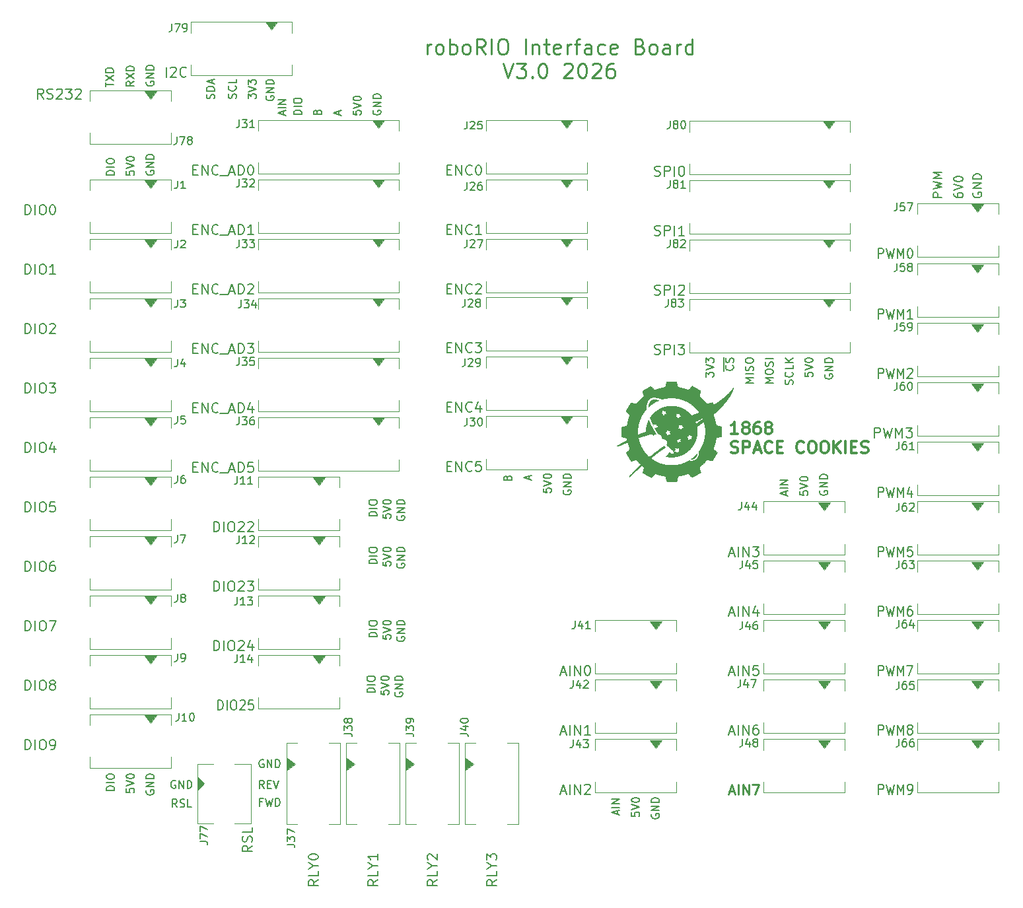
<source format=gto>
%TF.GenerationSoftware,KiCad,Pcbnew,9.0.7-9.0.7~ubuntu24.04.1*%
%TF.CreationDate,2026-01-24T17:16:07-08:00*%
%TF.ProjectId,roboRIO-interface-v3,726f626f-5249-44f2-9d69-6e7465726661,3*%
%TF.SameCoordinates,PX4fefde0PYc90dba0*%
%TF.FileFunction,Legend,Top*%
%TF.FilePolarity,Positive*%
%FSLAX46Y46*%
G04 Gerber Fmt 4.6, Leading zero omitted, Abs format (unit mm)*
G04 Created by KiCad (PCBNEW 9.0.7-9.0.7~ubuntu24.04.1) date 2026-01-24 17:16:07*
%MOMM*%
%LPD*%
G01*
G04 APERTURE LIST*
%ADD10C,0.150000*%
%ADD11C,0.177800*%
%ADD12C,0.304800*%
%ADD13C,0.279400*%
%ADD14C,0.203200*%
%ADD15C,0.228600*%
%ADD16C,0.120000*%
%ADD17C,0.200000*%
%ADD18C,0.000000*%
G04 APERTURE END LIST*
D10*
X109119200Y-107365731D02*
X109166819Y-107222874D01*
X109166819Y-107222874D02*
X109166819Y-106984779D01*
X109166819Y-106984779D02*
X109119200Y-106889541D01*
X109119200Y-106889541D02*
X109071580Y-106841922D01*
X109071580Y-106841922D02*
X108976342Y-106794303D01*
X108976342Y-106794303D02*
X108881104Y-106794303D01*
X108881104Y-106794303D02*
X108785866Y-106841922D01*
X108785866Y-106841922D02*
X108738247Y-106889541D01*
X108738247Y-106889541D02*
X108690628Y-106984779D01*
X108690628Y-106984779D02*
X108643009Y-107175255D01*
X108643009Y-107175255D02*
X108595390Y-107270493D01*
X108595390Y-107270493D02*
X108547771Y-107318112D01*
X108547771Y-107318112D02*
X108452533Y-107365731D01*
X108452533Y-107365731D02*
X108357295Y-107365731D01*
X108357295Y-107365731D02*
X108262057Y-107318112D01*
X108262057Y-107318112D02*
X108214438Y-107270493D01*
X108214438Y-107270493D02*
X108166819Y-107175255D01*
X108166819Y-107175255D02*
X108166819Y-106937160D01*
X108166819Y-106937160D02*
X108214438Y-106794303D01*
X109166819Y-106365731D02*
X108166819Y-106365731D01*
X108166819Y-106365731D02*
X108166819Y-106127636D01*
X108166819Y-106127636D02*
X108214438Y-105984779D01*
X108214438Y-105984779D02*
X108309676Y-105889541D01*
X108309676Y-105889541D02*
X108404914Y-105841922D01*
X108404914Y-105841922D02*
X108595390Y-105794303D01*
X108595390Y-105794303D02*
X108738247Y-105794303D01*
X108738247Y-105794303D02*
X108928723Y-105841922D01*
X108928723Y-105841922D02*
X109023961Y-105889541D01*
X109023961Y-105889541D02*
X109119200Y-105984779D01*
X109119200Y-105984779D02*
X109166819Y-106127636D01*
X109166819Y-106127636D02*
X109166819Y-106365731D01*
X108881104Y-105413350D02*
X108881104Y-104937160D01*
X109166819Y-105508588D02*
X108166819Y-105175255D01*
X108166819Y-105175255D02*
X109166819Y-104841922D01*
X100467438Y-116614411D02*
X100419819Y-116709649D01*
X100419819Y-116709649D02*
X100419819Y-116852506D01*
X100419819Y-116852506D02*
X100467438Y-116995363D01*
X100467438Y-116995363D02*
X100562676Y-117090601D01*
X100562676Y-117090601D02*
X100657914Y-117138220D01*
X100657914Y-117138220D02*
X100848390Y-117185839D01*
X100848390Y-117185839D02*
X100991247Y-117185839D01*
X100991247Y-117185839D02*
X101181723Y-117138220D01*
X101181723Y-117138220D02*
X101276961Y-117090601D01*
X101276961Y-117090601D02*
X101372200Y-116995363D01*
X101372200Y-116995363D02*
X101419819Y-116852506D01*
X101419819Y-116852506D02*
X101419819Y-116757268D01*
X101419819Y-116757268D02*
X101372200Y-116614411D01*
X101372200Y-116614411D02*
X101324580Y-116566792D01*
X101324580Y-116566792D02*
X100991247Y-116566792D01*
X100991247Y-116566792D02*
X100991247Y-116757268D01*
X101419819Y-116138220D02*
X100419819Y-116138220D01*
X100419819Y-116138220D02*
X101419819Y-115566792D01*
X101419819Y-115566792D02*
X100419819Y-115566792D01*
X101419819Y-115090601D02*
X100419819Y-115090601D01*
X100419819Y-115090601D02*
X100419819Y-114852506D01*
X100419819Y-114852506D02*
X100467438Y-114709649D01*
X100467438Y-114709649D02*
X100562676Y-114614411D01*
X100562676Y-114614411D02*
X100657914Y-114566792D01*
X100657914Y-114566792D02*
X100848390Y-114519173D01*
X100848390Y-114519173D02*
X100991247Y-114519173D01*
X100991247Y-114519173D02*
X101181723Y-114566792D01*
X101181723Y-114566792D02*
X101276961Y-114614411D01*
X101276961Y-114614411D02*
X101372200Y-114709649D01*
X101372200Y-114709649D02*
X101419819Y-114852506D01*
X101419819Y-114852506D02*
X101419819Y-115090601D01*
X130772819Y-160642303D02*
X130772819Y-161118493D01*
X130772819Y-161118493D02*
X131249009Y-161166112D01*
X131249009Y-161166112D02*
X131201390Y-161118493D01*
X131201390Y-161118493D02*
X131153771Y-161023255D01*
X131153771Y-161023255D02*
X131153771Y-160785160D01*
X131153771Y-160785160D02*
X131201390Y-160689922D01*
X131201390Y-160689922D02*
X131249009Y-160642303D01*
X131249009Y-160642303D02*
X131344247Y-160594684D01*
X131344247Y-160594684D02*
X131582342Y-160594684D01*
X131582342Y-160594684D02*
X131677580Y-160642303D01*
X131677580Y-160642303D02*
X131725200Y-160689922D01*
X131725200Y-160689922D02*
X131772819Y-160785160D01*
X131772819Y-160785160D02*
X131772819Y-161023255D01*
X131772819Y-161023255D02*
X131725200Y-161118493D01*
X131725200Y-161118493D02*
X131677580Y-161166112D01*
X130772819Y-160308969D02*
X131772819Y-159975636D01*
X131772819Y-159975636D02*
X130772819Y-159642303D01*
X130772819Y-159118493D02*
X130772819Y-159023255D01*
X130772819Y-159023255D02*
X130820438Y-158928017D01*
X130820438Y-158928017D02*
X130868057Y-158880398D01*
X130868057Y-158880398D02*
X130963295Y-158832779D01*
X130963295Y-158832779D02*
X131153771Y-158785160D01*
X131153771Y-158785160D02*
X131391866Y-158785160D01*
X131391866Y-158785160D02*
X131582342Y-158832779D01*
X131582342Y-158832779D02*
X131677580Y-158880398D01*
X131677580Y-158880398D02*
X131725200Y-158928017D01*
X131725200Y-158928017D02*
X131772819Y-159023255D01*
X131772819Y-159023255D02*
X131772819Y-159118493D01*
X131772819Y-159118493D02*
X131725200Y-159213731D01*
X131725200Y-159213731D02*
X131677580Y-159261350D01*
X131677580Y-159261350D02*
X131582342Y-159308969D01*
X131582342Y-159308969D02*
X131391866Y-159356588D01*
X131391866Y-159356588D02*
X131153771Y-159356588D01*
X131153771Y-159356588D02*
X130963295Y-159308969D01*
X130963295Y-159308969D02*
X130868057Y-159261350D01*
X130868057Y-159261350D02*
X130820438Y-159213731D01*
X130820438Y-159213731D02*
X130772819Y-159118493D01*
X187462438Y-142719398D02*
X187414819Y-142814636D01*
X187414819Y-142814636D02*
X187414819Y-142957493D01*
X187414819Y-142957493D02*
X187462438Y-143100350D01*
X187462438Y-143100350D02*
X187557676Y-143195588D01*
X187557676Y-143195588D02*
X187652914Y-143243207D01*
X187652914Y-143243207D02*
X187843390Y-143290826D01*
X187843390Y-143290826D02*
X187986247Y-143290826D01*
X187986247Y-143290826D02*
X188176723Y-143243207D01*
X188176723Y-143243207D02*
X188271961Y-143195588D01*
X188271961Y-143195588D02*
X188367200Y-143100350D01*
X188367200Y-143100350D02*
X188414819Y-142957493D01*
X188414819Y-142957493D02*
X188414819Y-142862255D01*
X188414819Y-142862255D02*
X188367200Y-142719398D01*
X188367200Y-142719398D02*
X188319580Y-142671779D01*
X188319580Y-142671779D02*
X187986247Y-142671779D01*
X187986247Y-142671779D02*
X187986247Y-142862255D01*
X188414819Y-142243207D02*
X187414819Y-142243207D01*
X187414819Y-142243207D02*
X188414819Y-141671779D01*
X188414819Y-141671779D02*
X187414819Y-141671779D01*
X188414819Y-141195588D02*
X187414819Y-141195588D01*
X187414819Y-141195588D02*
X187414819Y-140957493D01*
X187414819Y-140957493D02*
X187462438Y-140814636D01*
X187462438Y-140814636D02*
X187557676Y-140719398D01*
X187557676Y-140719398D02*
X187652914Y-140671779D01*
X187652914Y-140671779D02*
X187843390Y-140624160D01*
X187843390Y-140624160D02*
X187986247Y-140624160D01*
X187986247Y-140624160D02*
X188176723Y-140671779D01*
X188176723Y-140671779D02*
X188271961Y-140719398D01*
X188271961Y-140719398D02*
X188367200Y-140814636D01*
X188367200Y-140814636D02*
X188414819Y-140957493D01*
X188414819Y-140957493D02*
X188414819Y-141195588D01*
X125137104Y-109438839D02*
X125137104Y-108962649D01*
X125422819Y-109534077D02*
X124422819Y-109200744D01*
X124422819Y-109200744D02*
X125422819Y-108867411D01*
X129994819Y-176374397D02*
X128994819Y-176374397D01*
X128994819Y-176374397D02*
X128994819Y-176136302D01*
X128994819Y-176136302D02*
X129042438Y-175993445D01*
X129042438Y-175993445D02*
X129137676Y-175898207D01*
X129137676Y-175898207D02*
X129232914Y-175850588D01*
X129232914Y-175850588D02*
X129423390Y-175802969D01*
X129423390Y-175802969D02*
X129566247Y-175802969D01*
X129566247Y-175802969D02*
X129756723Y-175850588D01*
X129756723Y-175850588D02*
X129851961Y-175898207D01*
X129851961Y-175898207D02*
X129947200Y-175993445D01*
X129947200Y-175993445D02*
X129994819Y-176136302D01*
X129994819Y-176136302D02*
X129994819Y-176374397D01*
X129994819Y-175374397D02*
X128994819Y-175374397D01*
X128994819Y-174707731D02*
X128994819Y-174517255D01*
X128994819Y-174517255D02*
X129042438Y-174422017D01*
X129042438Y-174422017D02*
X129137676Y-174326779D01*
X129137676Y-174326779D02*
X129328152Y-174279160D01*
X129328152Y-174279160D02*
X129661485Y-174279160D01*
X129661485Y-174279160D02*
X129851961Y-174326779D01*
X129851961Y-174326779D02*
X129947200Y-174422017D01*
X129947200Y-174422017D02*
X129994819Y-174517255D01*
X129994819Y-174517255D02*
X129994819Y-174707731D01*
X129994819Y-174707731D02*
X129947200Y-174802969D01*
X129947200Y-174802969D02*
X129851961Y-174898207D01*
X129851961Y-174898207D02*
X129661485Y-174945826D01*
X129661485Y-174945826D02*
X129328152Y-174945826D01*
X129328152Y-174945826D02*
X129137676Y-174898207D01*
X129137676Y-174898207D02*
X129042438Y-174802969D01*
X129042438Y-174802969D02*
X128994819Y-174707731D01*
D11*
X202449527Y-120006884D02*
X201306527Y-120006884D01*
X201306527Y-120006884D02*
X201306527Y-119571455D01*
X201306527Y-119571455D02*
X201360956Y-119462598D01*
X201360956Y-119462598D02*
X201415384Y-119408169D01*
X201415384Y-119408169D02*
X201524241Y-119353741D01*
X201524241Y-119353741D02*
X201687527Y-119353741D01*
X201687527Y-119353741D02*
X201796384Y-119408169D01*
X201796384Y-119408169D02*
X201850813Y-119462598D01*
X201850813Y-119462598D02*
X201905241Y-119571455D01*
X201905241Y-119571455D02*
X201905241Y-120006884D01*
X201306527Y-118972741D02*
X202449527Y-118700598D01*
X202449527Y-118700598D02*
X201633099Y-118482884D01*
X201633099Y-118482884D02*
X202449527Y-118265169D01*
X202449527Y-118265169D02*
X201306527Y-117993027D01*
X202449527Y-117557598D02*
X201306527Y-117557598D01*
X201306527Y-117557598D02*
X202122956Y-117176598D01*
X202122956Y-117176598D02*
X201306527Y-116795598D01*
X201306527Y-116795598D02*
X202449527Y-116795598D01*
D10*
X97879819Y-195821303D02*
X97879819Y-196297493D01*
X97879819Y-196297493D02*
X98356009Y-196345112D01*
X98356009Y-196345112D02*
X98308390Y-196297493D01*
X98308390Y-196297493D02*
X98260771Y-196202255D01*
X98260771Y-196202255D02*
X98260771Y-195964160D01*
X98260771Y-195964160D02*
X98308390Y-195868922D01*
X98308390Y-195868922D02*
X98356009Y-195821303D01*
X98356009Y-195821303D02*
X98451247Y-195773684D01*
X98451247Y-195773684D02*
X98689342Y-195773684D01*
X98689342Y-195773684D02*
X98784580Y-195821303D01*
X98784580Y-195821303D02*
X98832200Y-195868922D01*
X98832200Y-195868922D02*
X98879819Y-195964160D01*
X98879819Y-195964160D02*
X98879819Y-196202255D01*
X98879819Y-196202255D02*
X98832200Y-196297493D01*
X98832200Y-196297493D02*
X98784580Y-196345112D01*
X97879819Y-195487969D02*
X98879819Y-195154636D01*
X98879819Y-195154636D02*
X97879819Y-194821303D01*
X97879819Y-194297493D02*
X97879819Y-194202255D01*
X97879819Y-194202255D02*
X97927438Y-194107017D01*
X97927438Y-194107017D02*
X97975057Y-194059398D01*
X97975057Y-194059398D02*
X98070295Y-194011779D01*
X98070295Y-194011779D02*
X98260771Y-193964160D01*
X98260771Y-193964160D02*
X98498866Y-193964160D01*
X98498866Y-193964160D02*
X98689342Y-194011779D01*
X98689342Y-194011779D02*
X98784580Y-194059398D01*
X98784580Y-194059398D02*
X98832200Y-194107017D01*
X98832200Y-194107017D02*
X98879819Y-194202255D01*
X98879819Y-194202255D02*
X98879819Y-194297493D01*
X98879819Y-194297493D02*
X98832200Y-194392731D01*
X98832200Y-194392731D02*
X98784580Y-194440350D01*
X98784580Y-194440350D02*
X98689342Y-194487969D01*
X98689342Y-194487969D02*
X98498866Y-194535588D01*
X98498866Y-194535588D02*
X98260771Y-194535588D01*
X98260771Y-194535588D02*
X98070295Y-194487969D01*
X98070295Y-194487969D02*
X97975057Y-194440350D01*
X97975057Y-194440350D02*
X97927438Y-194392731D01*
X97927438Y-194392731D02*
X97879819Y-194297493D01*
X126962819Y-108915030D02*
X126962819Y-109391220D01*
X126962819Y-109391220D02*
X127439009Y-109438839D01*
X127439009Y-109438839D02*
X127391390Y-109391220D01*
X127391390Y-109391220D02*
X127343771Y-109295982D01*
X127343771Y-109295982D02*
X127343771Y-109057887D01*
X127343771Y-109057887D02*
X127391390Y-108962649D01*
X127391390Y-108962649D02*
X127439009Y-108915030D01*
X127439009Y-108915030D02*
X127534247Y-108867411D01*
X127534247Y-108867411D02*
X127772342Y-108867411D01*
X127772342Y-108867411D02*
X127867580Y-108915030D01*
X127867580Y-108915030D02*
X127915200Y-108962649D01*
X127915200Y-108962649D02*
X127962819Y-109057887D01*
X127962819Y-109057887D02*
X127962819Y-109295982D01*
X127962819Y-109295982D02*
X127915200Y-109391220D01*
X127915200Y-109391220D02*
X127867580Y-109438839D01*
X126962819Y-108581696D02*
X127962819Y-108248363D01*
X127962819Y-108248363D02*
X126962819Y-107915030D01*
X126962819Y-107391220D02*
X126962819Y-107295982D01*
X126962819Y-107295982D02*
X127010438Y-107200744D01*
X127010438Y-107200744D02*
X127058057Y-107153125D01*
X127058057Y-107153125D02*
X127153295Y-107105506D01*
X127153295Y-107105506D02*
X127343771Y-107057887D01*
X127343771Y-107057887D02*
X127581866Y-107057887D01*
X127581866Y-107057887D02*
X127772342Y-107105506D01*
X127772342Y-107105506D02*
X127867580Y-107153125D01*
X127867580Y-107153125D02*
X127915200Y-107200744D01*
X127915200Y-107200744D02*
X127962819Y-107295982D01*
X127962819Y-107295982D02*
X127962819Y-107391220D01*
X127962819Y-107391220D02*
X127915200Y-107486458D01*
X127915200Y-107486458D02*
X127867580Y-107534077D01*
X127867580Y-107534077D02*
X127772342Y-107581696D01*
X127772342Y-107581696D02*
X127581866Y-107629315D01*
X127581866Y-107629315D02*
X127343771Y-107629315D01*
X127343771Y-107629315D02*
X127153295Y-107581696D01*
X127153295Y-107581696D02*
X127058057Y-107534077D01*
X127058057Y-107534077D02*
X127010438Y-107486458D01*
X127010438Y-107486458D02*
X126962819Y-107391220D01*
X129994819Y-160880397D02*
X128994819Y-160880397D01*
X128994819Y-160880397D02*
X128994819Y-160642302D01*
X128994819Y-160642302D02*
X129042438Y-160499445D01*
X129042438Y-160499445D02*
X129137676Y-160404207D01*
X129137676Y-160404207D02*
X129232914Y-160356588D01*
X129232914Y-160356588D02*
X129423390Y-160308969D01*
X129423390Y-160308969D02*
X129566247Y-160308969D01*
X129566247Y-160308969D02*
X129756723Y-160356588D01*
X129756723Y-160356588D02*
X129851961Y-160404207D01*
X129851961Y-160404207D02*
X129947200Y-160499445D01*
X129947200Y-160499445D02*
X129994819Y-160642302D01*
X129994819Y-160642302D02*
X129994819Y-160880397D01*
X129994819Y-159880397D02*
X128994819Y-159880397D01*
X128994819Y-159213731D02*
X128994819Y-159023255D01*
X128994819Y-159023255D02*
X129042438Y-158928017D01*
X129042438Y-158928017D02*
X129137676Y-158832779D01*
X129137676Y-158832779D02*
X129328152Y-158785160D01*
X129328152Y-158785160D02*
X129661485Y-158785160D01*
X129661485Y-158785160D02*
X129851961Y-158832779D01*
X129851961Y-158832779D02*
X129947200Y-158928017D01*
X129947200Y-158928017D02*
X129994819Y-159023255D01*
X129994819Y-159023255D02*
X129994819Y-159213731D01*
X129994819Y-159213731D02*
X129947200Y-159308969D01*
X129947200Y-159308969D02*
X129851961Y-159404207D01*
X129851961Y-159404207D02*
X129661485Y-159451826D01*
X129661485Y-159451826D02*
X129328152Y-159451826D01*
X129328152Y-159451826D02*
X129137676Y-159404207D01*
X129137676Y-159404207D02*
X129042438Y-159308969D01*
X129042438Y-159308969D02*
X128994819Y-159213731D01*
X115550934Y-195780819D02*
X115217601Y-195304628D01*
X114979506Y-195780819D02*
X114979506Y-194780819D01*
X114979506Y-194780819D02*
X115360458Y-194780819D01*
X115360458Y-194780819D02*
X115455696Y-194828438D01*
X115455696Y-194828438D02*
X115503315Y-194876057D01*
X115503315Y-194876057D02*
X115550934Y-194971295D01*
X115550934Y-194971295D02*
X115550934Y-195114152D01*
X115550934Y-195114152D02*
X115503315Y-195209390D01*
X115503315Y-195209390D02*
X115455696Y-195257009D01*
X115455696Y-195257009D02*
X115360458Y-195304628D01*
X115360458Y-195304628D02*
X114979506Y-195304628D01*
X115979506Y-195257009D02*
X116312839Y-195257009D01*
X116455696Y-195780819D02*
X115979506Y-195780819D01*
X115979506Y-195780819D02*
X115979506Y-194780819D01*
X115979506Y-194780819D02*
X116455696Y-194780819D01*
X116741411Y-194780819D02*
X117074744Y-195780819D01*
X117074744Y-195780819D02*
X117408077Y-194780819D01*
X115834438Y-107032398D02*
X115786819Y-107127636D01*
X115786819Y-107127636D02*
X115786819Y-107270493D01*
X115786819Y-107270493D02*
X115834438Y-107413350D01*
X115834438Y-107413350D02*
X115929676Y-107508588D01*
X115929676Y-107508588D02*
X116024914Y-107556207D01*
X116024914Y-107556207D02*
X116215390Y-107603826D01*
X116215390Y-107603826D02*
X116358247Y-107603826D01*
X116358247Y-107603826D02*
X116548723Y-107556207D01*
X116548723Y-107556207D02*
X116643961Y-107508588D01*
X116643961Y-107508588D02*
X116739200Y-107413350D01*
X116739200Y-107413350D02*
X116786819Y-107270493D01*
X116786819Y-107270493D02*
X116786819Y-107175255D01*
X116786819Y-107175255D02*
X116739200Y-107032398D01*
X116739200Y-107032398D02*
X116691580Y-106984779D01*
X116691580Y-106984779D02*
X116358247Y-106984779D01*
X116358247Y-106984779D02*
X116358247Y-107175255D01*
X116786819Y-106556207D02*
X115786819Y-106556207D01*
X115786819Y-106556207D02*
X116786819Y-105984779D01*
X116786819Y-105984779D02*
X115786819Y-105984779D01*
X116786819Y-105508588D02*
X115786819Y-105508588D01*
X115786819Y-105508588D02*
X115786819Y-105270493D01*
X115786819Y-105270493D02*
X115834438Y-105127636D01*
X115834438Y-105127636D02*
X115929676Y-105032398D01*
X115929676Y-105032398D02*
X116024914Y-104984779D01*
X116024914Y-104984779D02*
X116215390Y-104937160D01*
X116215390Y-104937160D02*
X116358247Y-104937160D01*
X116358247Y-104937160D02*
X116548723Y-104984779D01*
X116548723Y-104984779D02*
X116643961Y-105032398D01*
X116643961Y-105032398D02*
X116739200Y-105127636D01*
X116739200Y-105127636D02*
X116786819Y-105270493D01*
X116786819Y-105270493D02*
X116786819Y-105508588D01*
X104374934Y-198193819D02*
X104041601Y-197717628D01*
X103803506Y-198193819D02*
X103803506Y-197193819D01*
X103803506Y-197193819D02*
X104184458Y-197193819D01*
X104184458Y-197193819D02*
X104279696Y-197241438D01*
X104279696Y-197241438D02*
X104327315Y-197289057D01*
X104327315Y-197289057D02*
X104374934Y-197384295D01*
X104374934Y-197384295D02*
X104374934Y-197527152D01*
X104374934Y-197527152D02*
X104327315Y-197622390D01*
X104327315Y-197622390D02*
X104279696Y-197670009D01*
X104279696Y-197670009D02*
X104184458Y-197717628D01*
X104184458Y-197717628D02*
X103803506Y-197717628D01*
X104755887Y-198146200D02*
X104898744Y-198193819D01*
X104898744Y-198193819D02*
X105136839Y-198193819D01*
X105136839Y-198193819D02*
X105232077Y-198146200D01*
X105232077Y-198146200D02*
X105279696Y-198098580D01*
X105279696Y-198098580D02*
X105327315Y-198003342D01*
X105327315Y-198003342D02*
X105327315Y-197908104D01*
X105327315Y-197908104D02*
X105279696Y-197812866D01*
X105279696Y-197812866D02*
X105232077Y-197765247D01*
X105232077Y-197765247D02*
X105136839Y-197717628D01*
X105136839Y-197717628D02*
X104946363Y-197670009D01*
X104946363Y-197670009D02*
X104851125Y-197622390D01*
X104851125Y-197622390D02*
X104803506Y-197574771D01*
X104803506Y-197574771D02*
X104755887Y-197479533D01*
X104755887Y-197479533D02*
X104755887Y-197384295D01*
X104755887Y-197384295D02*
X104803506Y-197289057D01*
X104803506Y-197289057D02*
X104851125Y-197241438D01*
X104851125Y-197241438D02*
X104946363Y-197193819D01*
X104946363Y-197193819D02*
X105184458Y-197193819D01*
X105184458Y-197193819D02*
X105327315Y-197241438D01*
X106232077Y-198193819D02*
X105755887Y-198193819D01*
X105755887Y-198193819D02*
X105755887Y-197193819D01*
X172174819Y-143052731D02*
X172174819Y-142433684D01*
X172174819Y-142433684D02*
X172555771Y-142767017D01*
X172555771Y-142767017D02*
X172555771Y-142624160D01*
X172555771Y-142624160D02*
X172603390Y-142528922D01*
X172603390Y-142528922D02*
X172651009Y-142481303D01*
X172651009Y-142481303D02*
X172746247Y-142433684D01*
X172746247Y-142433684D02*
X172984342Y-142433684D01*
X172984342Y-142433684D02*
X173079580Y-142481303D01*
X173079580Y-142481303D02*
X173127200Y-142528922D01*
X173127200Y-142528922D02*
X173174819Y-142624160D01*
X173174819Y-142624160D02*
X173174819Y-142909874D01*
X173174819Y-142909874D02*
X173127200Y-143005112D01*
X173127200Y-143005112D02*
X173079580Y-143052731D01*
X172174819Y-142147969D02*
X173174819Y-141814636D01*
X173174819Y-141814636D02*
X172174819Y-141481303D01*
X172174819Y-141243207D02*
X172174819Y-140624160D01*
X172174819Y-140624160D02*
X172555771Y-140957493D01*
X172555771Y-140957493D02*
X172555771Y-140814636D01*
X172555771Y-140814636D02*
X172603390Y-140719398D01*
X172603390Y-140719398D02*
X172651009Y-140671779D01*
X172651009Y-140671779D02*
X172746247Y-140624160D01*
X172746247Y-140624160D02*
X172984342Y-140624160D01*
X172984342Y-140624160D02*
X173079580Y-140671779D01*
X173079580Y-140671779D02*
X173127200Y-140719398D01*
X173127200Y-140719398D02*
X173174819Y-140814636D01*
X173174819Y-140814636D02*
X173174819Y-141100350D01*
X173174819Y-141100350D02*
X173127200Y-141195588D01*
X173127200Y-141195588D02*
X173079580Y-141243207D01*
X149521104Y-156213350D02*
X149521104Y-155737160D01*
X149806819Y-156308588D02*
X148806819Y-155975255D01*
X148806819Y-155975255D02*
X149806819Y-155641922D01*
D12*
X176291468Y-150353686D02*
X175420611Y-150353686D01*
X175856040Y-150353686D02*
X175856040Y-148829686D01*
X175856040Y-148829686D02*
X175710897Y-149047400D01*
X175710897Y-149047400D02*
X175565754Y-149192543D01*
X175565754Y-149192543D02*
X175420611Y-149265115D01*
X177162326Y-149482829D02*
X177017183Y-149410257D01*
X177017183Y-149410257D02*
X176944612Y-149337686D01*
X176944612Y-149337686D02*
X176872040Y-149192543D01*
X176872040Y-149192543D02*
X176872040Y-149119972D01*
X176872040Y-149119972D02*
X176944612Y-148974829D01*
X176944612Y-148974829D02*
X177017183Y-148902257D01*
X177017183Y-148902257D02*
X177162326Y-148829686D01*
X177162326Y-148829686D02*
X177452612Y-148829686D01*
X177452612Y-148829686D02*
X177597755Y-148902257D01*
X177597755Y-148902257D02*
X177670326Y-148974829D01*
X177670326Y-148974829D02*
X177742897Y-149119972D01*
X177742897Y-149119972D02*
X177742897Y-149192543D01*
X177742897Y-149192543D02*
X177670326Y-149337686D01*
X177670326Y-149337686D02*
X177597755Y-149410257D01*
X177597755Y-149410257D02*
X177452612Y-149482829D01*
X177452612Y-149482829D02*
X177162326Y-149482829D01*
X177162326Y-149482829D02*
X177017183Y-149555400D01*
X177017183Y-149555400D02*
X176944612Y-149627972D01*
X176944612Y-149627972D02*
X176872040Y-149773115D01*
X176872040Y-149773115D02*
X176872040Y-150063400D01*
X176872040Y-150063400D02*
X176944612Y-150208543D01*
X176944612Y-150208543D02*
X177017183Y-150281115D01*
X177017183Y-150281115D02*
X177162326Y-150353686D01*
X177162326Y-150353686D02*
X177452612Y-150353686D01*
X177452612Y-150353686D02*
X177597755Y-150281115D01*
X177597755Y-150281115D02*
X177670326Y-150208543D01*
X177670326Y-150208543D02*
X177742897Y-150063400D01*
X177742897Y-150063400D02*
X177742897Y-149773115D01*
X177742897Y-149773115D02*
X177670326Y-149627972D01*
X177670326Y-149627972D02*
X177597755Y-149555400D01*
X177597755Y-149555400D02*
X177452612Y-149482829D01*
X179049184Y-148829686D02*
X178758898Y-148829686D01*
X178758898Y-148829686D02*
X178613755Y-148902257D01*
X178613755Y-148902257D02*
X178541184Y-148974829D01*
X178541184Y-148974829D02*
X178396041Y-149192543D01*
X178396041Y-149192543D02*
X178323469Y-149482829D01*
X178323469Y-149482829D02*
X178323469Y-150063400D01*
X178323469Y-150063400D02*
X178396041Y-150208543D01*
X178396041Y-150208543D02*
X178468612Y-150281115D01*
X178468612Y-150281115D02*
X178613755Y-150353686D01*
X178613755Y-150353686D02*
X178904041Y-150353686D01*
X178904041Y-150353686D02*
X179049184Y-150281115D01*
X179049184Y-150281115D02*
X179121755Y-150208543D01*
X179121755Y-150208543D02*
X179194326Y-150063400D01*
X179194326Y-150063400D02*
X179194326Y-149700543D01*
X179194326Y-149700543D02*
X179121755Y-149555400D01*
X179121755Y-149555400D02*
X179049184Y-149482829D01*
X179049184Y-149482829D02*
X178904041Y-149410257D01*
X178904041Y-149410257D02*
X178613755Y-149410257D01*
X178613755Y-149410257D02*
X178468612Y-149482829D01*
X178468612Y-149482829D02*
X178396041Y-149555400D01*
X178396041Y-149555400D02*
X178323469Y-149700543D01*
X180065184Y-149482829D02*
X179920041Y-149410257D01*
X179920041Y-149410257D02*
X179847470Y-149337686D01*
X179847470Y-149337686D02*
X179774898Y-149192543D01*
X179774898Y-149192543D02*
X179774898Y-149119972D01*
X179774898Y-149119972D02*
X179847470Y-148974829D01*
X179847470Y-148974829D02*
X179920041Y-148902257D01*
X179920041Y-148902257D02*
X180065184Y-148829686D01*
X180065184Y-148829686D02*
X180355470Y-148829686D01*
X180355470Y-148829686D02*
X180500613Y-148902257D01*
X180500613Y-148902257D02*
X180573184Y-148974829D01*
X180573184Y-148974829D02*
X180645755Y-149119972D01*
X180645755Y-149119972D02*
X180645755Y-149192543D01*
X180645755Y-149192543D02*
X180573184Y-149337686D01*
X180573184Y-149337686D02*
X180500613Y-149410257D01*
X180500613Y-149410257D02*
X180355470Y-149482829D01*
X180355470Y-149482829D02*
X180065184Y-149482829D01*
X180065184Y-149482829D02*
X179920041Y-149555400D01*
X179920041Y-149555400D02*
X179847470Y-149627972D01*
X179847470Y-149627972D02*
X179774898Y-149773115D01*
X179774898Y-149773115D02*
X179774898Y-150063400D01*
X179774898Y-150063400D02*
X179847470Y-150208543D01*
X179847470Y-150208543D02*
X179920041Y-150281115D01*
X179920041Y-150281115D02*
X180065184Y-150353686D01*
X180065184Y-150353686D02*
X180355470Y-150353686D01*
X180355470Y-150353686D02*
X180500613Y-150281115D01*
X180500613Y-150281115D02*
X180573184Y-150208543D01*
X180573184Y-150208543D02*
X180645755Y-150063400D01*
X180645755Y-150063400D02*
X180645755Y-149773115D01*
X180645755Y-149773115D02*
X180573184Y-149627972D01*
X180573184Y-149627972D02*
X180500613Y-149555400D01*
X180500613Y-149555400D02*
X180355470Y-149482829D01*
X175420611Y-152734670D02*
X175638326Y-152807241D01*
X175638326Y-152807241D02*
X176001183Y-152807241D01*
X176001183Y-152807241D02*
X176146326Y-152734670D01*
X176146326Y-152734670D02*
X176218897Y-152662098D01*
X176218897Y-152662098D02*
X176291468Y-152516955D01*
X176291468Y-152516955D02*
X176291468Y-152371812D01*
X176291468Y-152371812D02*
X176218897Y-152226670D01*
X176218897Y-152226670D02*
X176146326Y-152154098D01*
X176146326Y-152154098D02*
X176001183Y-152081527D01*
X176001183Y-152081527D02*
X175710897Y-152008955D01*
X175710897Y-152008955D02*
X175565754Y-151936384D01*
X175565754Y-151936384D02*
X175493183Y-151863812D01*
X175493183Y-151863812D02*
X175420611Y-151718670D01*
X175420611Y-151718670D02*
X175420611Y-151573527D01*
X175420611Y-151573527D02*
X175493183Y-151428384D01*
X175493183Y-151428384D02*
X175565754Y-151355812D01*
X175565754Y-151355812D02*
X175710897Y-151283241D01*
X175710897Y-151283241D02*
X176073754Y-151283241D01*
X176073754Y-151283241D02*
X176291468Y-151355812D01*
X176944612Y-152807241D02*
X176944612Y-151283241D01*
X176944612Y-151283241D02*
X177525183Y-151283241D01*
X177525183Y-151283241D02*
X177670326Y-151355812D01*
X177670326Y-151355812D02*
X177742897Y-151428384D01*
X177742897Y-151428384D02*
X177815469Y-151573527D01*
X177815469Y-151573527D02*
X177815469Y-151791241D01*
X177815469Y-151791241D02*
X177742897Y-151936384D01*
X177742897Y-151936384D02*
X177670326Y-152008955D01*
X177670326Y-152008955D02*
X177525183Y-152081527D01*
X177525183Y-152081527D02*
X176944612Y-152081527D01*
X178396040Y-152371812D02*
X179121755Y-152371812D01*
X178250897Y-152807241D02*
X178758897Y-151283241D01*
X178758897Y-151283241D02*
X179266897Y-152807241D01*
X180645755Y-152662098D02*
X180573183Y-152734670D01*
X180573183Y-152734670D02*
X180355469Y-152807241D01*
X180355469Y-152807241D02*
X180210326Y-152807241D01*
X180210326Y-152807241D02*
X179992612Y-152734670D01*
X179992612Y-152734670D02*
X179847469Y-152589527D01*
X179847469Y-152589527D02*
X179774898Y-152444384D01*
X179774898Y-152444384D02*
X179702326Y-152154098D01*
X179702326Y-152154098D02*
X179702326Y-151936384D01*
X179702326Y-151936384D02*
X179774898Y-151646098D01*
X179774898Y-151646098D02*
X179847469Y-151500955D01*
X179847469Y-151500955D02*
X179992612Y-151355812D01*
X179992612Y-151355812D02*
X180210326Y-151283241D01*
X180210326Y-151283241D02*
X180355469Y-151283241D01*
X180355469Y-151283241D02*
X180573183Y-151355812D01*
X180573183Y-151355812D02*
X180645755Y-151428384D01*
X181298898Y-152008955D02*
X181806898Y-152008955D01*
X182024612Y-152807241D02*
X181298898Y-152807241D01*
X181298898Y-152807241D02*
X181298898Y-151283241D01*
X181298898Y-151283241D02*
X182024612Y-151283241D01*
X184709755Y-152662098D02*
X184637183Y-152734670D01*
X184637183Y-152734670D02*
X184419469Y-152807241D01*
X184419469Y-152807241D02*
X184274326Y-152807241D01*
X184274326Y-152807241D02*
X184056612Y-152734670D01*
X184056612Y-152734670D02*
X183911469Y-152589527D01*
X183911469Y-152589527D02*
X183838898Y-152444384D01*
X183838898Y-152444384D02*
X183766326Y-152154098D01*
X183766326Y-152154098D02*
X183766326Y-151936384D01*
X183766326Y-151936384D02*
X183838898Y-151646098D01*
X183838898Y-151646098D02*
X183911469Y-151500955D01*
X183911469Y-151500955D02*
X184056612Y-151355812D01*
X184056612Y-151355812D02*
X184274326Y-151283241D01*
X184274326Y-151283241D02*
X184419469Y-151283241D01*
X184419469Y-151283241D02*
X184637183Y-151355812D01*
X184637183Y-151355812D02*
X184709755Y-151428384D01*
X185653183Y-151283241D02*
X185943469Y-151283241D01*
X185943469Y-151283241D02*
X186088612Y-151355812D01*
X186088612Y-151355812D02*
X186233755Y-151500955D01*
X186233755Y-151500955D02*
X186306326Y-151791241D01*
X186306326Y-151791241D02*
X186306326Y-152299241D01*
X186306326Y-152299241D02*
X186233755Y-152589527D01*
X186233755Y-152589527D02*
X186088612Y-152734670D01*
X186088612Y-152734670D02*
X185943469Y-152807241D01*
X185943469Y-152807241D02*
X185653183Y-152807241D01*
X185653183Y-152807241D02*
X185508041Y-152734670D01*
X185508041Y-152734670D02*
X185362898Y-152589527D01*
X185362898Y-152589527D02*
X185290326Y-152299241D01*
X185290326Y-152299241D02*
X185290326Y-151791241D01*
X185290326Y-151791241D02*
X185362898Y-151500955D01*
X185362898Y-151500955D02*
X185508041Y-151355812D01*
X185508041Y-151355812D02*
X185653183Y-151283241D01*
X187249754Y-151283241D02*
X187540040Y-151283241D01*
X187540040Y-151283241D02*
X187685183Y-151355812D01*
X187685183Y-151355812D02*
X187830326Y-151500955D01*
X187830326Y-151500955D02*
X187902897Y-151791241D01*
X187902897Y-151791241D02*
X187902897Y-152299241D01*
X187902897Y-152299241D02*
X187830326Y-152589527D01*
X187830326Y-152589527D02*
X187685183Y-152734670D01*
X187685183Y-152734670D02*
X187540040Y-152807241D01*
X187540040Y-152807241D02*
X187249754Y-152807241D01*
X187249754Y-152807241D02*
X187104612Y-152734670D01*
X187104612Y-152734670D02*
X186959469Y-152589527D01*
X186959469Y-152589527D02*
X186886897Y-152299241D01*
X186886897Y-152299241D02*
X186886897Y-151791241D01*
X186886897Y-151791241D02*
X186959469Y-151500955D01*
X186959469Y-151500955D02*
X187104612Y-151355812D01*
X187104612Y-151355812D02*
X187249754Y-151283241D01*
X188556040Y-152807241D02*
X188556040Y-151283241D01*
X189426897Y-152807241D02*
X188773754Y-151936384D01*
X189426897Y-151283241D02*
X188556040Y-152154098D01*
X190080040Y-152807241D02*
X190080040Y-151283241D01*
X190805754Y-152008955D02*
X191313754Y-152008955D01*
X191531468Y-152807241D02*
X190805754Y-152807241D01*
X190805754Y-152807241D02*
X190805754Y-151283241D01*
X190805754Y-151283241D02*
X191531468Y-151283241D01*
X192112039Y-152734670D02*
X192329754Y-152807241D01*
X192329754Y-152807241D02*
X192692611Y-152807241D01*
X192692611Y-152807241D02*
X192837754Y-152734670D01*
X192837754Y-152734670D02*
X192910325Y-152662098D01*
X192910325Y-152662098D02*
X192982896Y-152516955D01*
X192982896Y-152516955D02*
X192982896Y-152371812D01*
X192982896Y-152371812D02*
X192910325Y-152226670D01*
X192910325Y-152226670D02*
X192837754Y-152154098D01*
X192837754Y-152154098D02*
X192692611Y-152081527D01*
X192692611Y-152081527D02*
X192402325Y-152008955D01*
X192402325Y-152008955D02*
X192257182Y-151936384D01*
X192257182Y-151936384D02*
X192184611Y-151863812D01*
X192184611Y-151863812D02*
X192112039Y-151718670D01*
X192112039Y-151718670D02*
X192112039Y-151573527D01*
X192112039Y-151573527D02*
X192184611Y-151428384D01*
X192184611Y-151428384D02*
X192257182Y-151355812D01*
X192257182Y-151355812D02*
X192402325Y-151283241D01*
X192402325Y-151283241D02*
X192765182Y-151283241D01*
X192765182Y-151283241D02*
X192982896Y-151355812D01*
D10*
X100467438Y-196059398D02*
X100419819Y-196154636D01*
X100419819Y-196154636D02*
X100419819Y-196297493D01*
X100419819Y-196297493D02*
X100467438Y-196440350D01*
X100467438Y-196440350D02*
X100562676Y-196535588D01*
X100562676Y-196535588D02*
X100657914Y-196583207D01*
X100657914Y-196583207D02*
X100848390Y-196630826D01*
X100848390Y-196630826D02*
X100991247Y-196630826D01*
X100991247Y-196630826D02*
X101181723Y-196583207D01*
X101181723Y-196583207D02*
X101276961Y-196535588D01*
X101276961Y-196535588D02*
X101372200Y-196440350D01*
X101372200Y-196440350D02*
X101419819Y-196297493D01*
X101419819Y-196297493D02*
X101419819Y-196202255D01*
X101419819Y-196202255D02*
X101372200Y-196059398D01*
X101372200Y-196059398D02*
X101324580Y-196011779D01*
X101324580Y-196011779D02*
X100991247Y-196011779D01*
X100991247Y-196011779D02*
X100991247Y-196202255D01*
X101419819Y-195583207D02*
X100419819Y-195583207D01*
X100419819Y-195583207D02*
X101419819Y-195011779D01*
X101419819Y-195011779D02*
X100419819Y-195011779D01*
X101419819Y-194535588D02*
X100419819Y-194535588D01*
X100419819Y-194535588D02*
X100419819Y-194297493D01*
X100419819Y-194297493D02*
X100467438Y-194154636D01*
X100467438Y-194154636D02*
X100562676Y-194059398D01*
X100562676Y-194059398D02*
X100657914Y-194011779D01*
X100657914Y-194011779D02*
X100848390Y-193964160D01*
X100848390Y-193964160D02*
X100991247Y-193964160D01*
X100991247Y-193964160D02*
X101181723Y-194011779D01*
X101181723Y-194011779D02*
X101276961Y-194059398D01*
X101276961Y-194059398D02*
X101372200Y-194154636D01*
X101372200Y-194154636D02*
X101419819Y-194297493D01*
X101419819Y-194297493D02*
X101419819Y-194535588D01*
X129550438Y-108867411D02*
X129502819Y-108962649D01*
X129502819Y-108962649D02*
X129502819Y-109105506D01*
X129502819Y-109105506D02*
X129550438Y-109248363D01*
X129550438Y-109248363D02*
X129645676Y-109343601D01*
X129645676Y-109343601D02*
X129740914Y-109391220D01*
X129740914Y-109391220D02*
X129931390Y-109438839D01*
X129931390Y-109438839D02*
X130074247Y-109438839D01*
X130074247Y-109438839D02*
X130264723Y-109391220D01*
X130264723Y-109391220D02*
X130359961Y-109343601D01*
X130359961Y-109343601D02*
X130455200Y-109248363D01*
X130455200Y-109248363D02*
X130502819Y-109105506D01*
X130502819Y-109105506D02*
X130502819Y-109010268D01*
X130502819Y-109010268D02*
X130455200Y-108867411D01*
X130455200Y-108867411D02*
X130407580Y-108819792D01*
X130407580Y-108819792D02*
X130074247Y-108819792D01*
X130074247Y-108819792D02*
X130074247Y-109010268D01*
X130502819Y-108391220D02*
X129502819Y-108391220D01*
X129502819Y-108391220D02*
X130502819Y-107819792D01*
X130502819Y-107819792D02*
X129502819Y-107819792D01*
X130502819Y-107343601D02*
X129502819Y-107343601D01*
X129502819Y-107343601D02*
X129502819Y-107105506D01*
X129502819Y-107105506D02*
X129550438Y-106962649D01*
X129550438Y-106962649D02*
X129645676Y-106867411D01*
X129645676Y-106867411D02*
X129740914Y-106819792D01*
X129740914Y-106819792D02*
X129931390Y-106772173D01*
X129931390Y-106772173D02*
X130074247Y-106772173D01*
X130074247Y-106772173D02*
X130264723Y-106819792D01*
X130264723Y-106819792D02*
X130359961Y-106867411D01*
X130359961Y-106867411D02*
X130455200Y-106962649D01*
X130455200Y-106962649D02*
X130502819Y-107105506D01*
X130502819Y-107105506D02*
X130502819Y-107343601D01*
X111913200Y-107318112D02*
X111960819Y-107175255D01*
X111960819Y-107175255D02*
X111960819Y-106937160D01*
X111960819Y-106937160D02*
X111913200Y-106841922D01*
X111913200Y-106841922D02*
X111865580Y-106794303D01*
X111865580Y-106794303D02*
X111770342Y-106746684D01*
X111770342Y-106746684D02*
X111675104Y-106746684D01*
X111675104Y-106746684D02*
X111579866Y-106794303D01*
X111579866Y-106794303D02*
X111532247Y-106841922D01*
X111532247Y-106841922D02*
X111484628Y-106937160D01*
X111484628Y-106937160D02*
X111437009Y-107127636D01*
X111437009Y-107127636D02*
X111389390Y-107222874D01*
X111389390Y-107222874D02*
X111341771Y-107270493D01*
X111341771Y-107270493D02*
X111246533Y-107318112D01*
X111246533Y-107318112D02*
X111151295Y-107318112D01*
X111151295Y-107318112D02*
X111056057Y-107270493D01*
X111056057Y-107270493D02*
X111008438Y-107222874D01*
X111008438Y-107222874D02*
X110960819Y-107127636D01*
X110960819Y-107127636D02*
X110960819Y-106889541D01*
X110960819Y-106889541D02*
X111008438Y-106746684D01*
X111865580Y-105746684D02*
X111913200Y-105794303D01*
X111913200Y-105794303D02*
X111960819Y-105937160D01*
X111960819Y-105937160D02*
X111960819Y-106032398D01*
X111960819Y-106032398D02*
X111913200Y-106175255D01*
X111913200Y-106175255D02*
X111817961Y-106270493D01*
X111817961Y-106270493D02*
X111722723Y-106318112D01*
X111722723Y-106318112D02*
X111532247Y-106365731D01*
X111532247Y-106365731D02*
X111389390Y-106365731D01*
X111389390Y-106365731D02*
X111198914Y-106318112D01*
X111198914Y-106318112D02*
X111103676Y-106270493D01*
X111103676Y-106270493D02*
X111008438Y-106175255D01*
X111008438Y-106175255D02*
X110960819Y-106032398D01*
X110960819Y-106032398D02*
X110960819Y-105937160D01*
X110960819Y-105937160D02*
X111008438Y-105794303D01*
X111008438Y-105794303D02*
X111056057Y-105746684D01*
X111960819Y-104841922D02*
X111960819Y-105318112D01*
X111960819Y-105318112D02*
X110960819Y-105318112D01*
X183287200Y-144005112D02*
X183334819Y-143862255D01*
X183334819Y-143862255D02*
X183334819Y-143624160D01*
X183334819Y-143624160D02*
X183287200Y-143528922D01*
X183287200Y-143528922D02*
X183239580Y-143481303D01*
X183239580Y-143481303D02*
X183144342Y-143433684D01*
X183144342Y-143433684D02*
X183049104Y-143433684D01*
X183049104Y-143433684D02*
X182953866Y-143481303D01*
X182953866Y-143481303D02*
X182906247Y-143528922D01*
X182906247Y-143528922D02*
X182858628Y-143624160D01*
X182858628Y-143624160D02*
X182811009Y-143814636D01*
X182811009Y-143814636D02*
X182763390Y-143909874D01*
X182763390Y-143909874D02*
X182715771Y-143957493D01*
X182715771Y-143957493D02*
X182620533Y-144005112D01*
X182620533Y-144005112D02*
X182525295Y-144005112D01*
X182525295Y-144005112D02*
X182430057Y-143957493D01*
X182430057Y-143957493D02*
X182382438Y-143909874D01*
X182382438Y-143909874D02*
X182334819Y-143814636D01*
X182334819Y-143814636D02*
X182334819Y-143576541D01*
X182334819Y-143576541D02*
X182382438Y-143433684D01*
X183239580Y-142433684D02*
X183287200Y-142481303D01*
X183287200Y-142481303D02*
X183334819Y-142624160D01*
X183334819Y-142624160D02*
X183334819Y-142719398D01*
X183334819Y-142719398D02*
X183287200Y-142862255D01*
X183287200Y-142862255D02*
X183191961Y-142957493D01*
X183191961Y-142957493D02*
X183096723Y-143005112D01*
X183096723Y-143005112D02*
X182906247Y-143052731D01*
X182906247Y-143052731D02*
X182763390Y-143052731D01*
X182763390Y-143052731D02*
X182572914Y-143005112D01*
X182572914Y-143005112D02*
X182477676Y-142957493D01*
X182477676Y-142957493D02*
X182382438Y-142862255D01*
X182382438Y-142862255D02*
X182334819Y-142719398D01*
X182334819Y-142719398D02*
X182334819Y-142624160D01*
X182334819Y-142624160D02*
X182382438Y-142481303D01*
X182382438Y-142481303D02*
X182430057Y-142433684D01*
X183334819Y-141528922D02*
X183334819Y-142005112D01*
X183334819Y-142005112D02*
X182334819Y-142005112D01*
X183334819Y-141195588D02*
X182334819Y-141195588D01*
X183334819Y-140624160D02*
X182763390Y-141052731D01*
X182334819Y-140624160D02*
X182906247Y-141195588D01*
X132344438Y-183486398D02*
X132296819Y-183581636D01*
X132296819Y-183581636D02*
X132296819Y-183724493D01*
X132296819Y-183724493D02*
X132344438Y-183867350D01*
X132344438Y-183867350D02*
X132439676Y-183962588D01*
X132439676Y-183962588D02*
X132534914Y-184010207D01*
X132534914Y-184010207D02*
X132725390Y-184057826D01*
X132725390Y-184057826D02*
X132868247Y-184057826D01*
X132868247Y-184057826D02*
X133058723Y-184010207D01*
X133058723Y-184010207D02*
X133153961Y-183962588D01*
X133153961Y-183962588D02*
X133249200Y-183867350D01*
X133249200Y-183867350D02*
X133296819Y-183724493D01*
X133296819Y-183724493D02*
X133296819Y-183629255D01*
X133296819Y-183629255D02*
X133249200Y-183486398D01*
X133249200Y-183486398D02*
X133201580Y-183438779D01*
X133201580Y-183438779D02*
X132868247Y-183438779D01*
X132868247Y-183438779D02*
X132868247Y-183629255D01*
X133296819Y-183010207D02*
X132296819Y-183010207D01*
X132296819Y-183010207D02*
X133296819Y-182438779D01*
X133296819Y-182438779D02*
X132296819Y-182438779D01*
X133296819Y-181962588D02*
X132296819Y-181962588D01*
X132296819Y-181962588D02*
X132296819Y-181724493D01*
X132296819Y-181724493D02*
X132344438Y-181581636D01*
X132344438Y-181581636D02*
X132439676Y-181486398D01*
X132439676Y-181486398D02*
X132534914Y-181438779D01*
X132534914Y-181438779D02*
X132725390Y-181391160D01*
X132725390Y-181391160D02*
X132868247Y-181391160D01*
X132868247Y-181391160D02*
X133058723Y-181438779D01*
X133058723Y-181438779D02*
X133153961Y-181486398D01*
X133153961Y-181486398D02*
X133249200Y-181581636D01*
X133249200Y-181581636D02*
X133296819Y-181724493D01*
X133296819Y-181724493D02*
X133296819Y-181962588D01*
X118025104Y-109438839D02*
X118025104Y-108962649D01*
X118310819Y-109534077D02*
X117310819Y-109200744D01*
X117310819Y-109200744D02*
X118310819Y-108867411D01*
X118310819Y-108534077D02*
X117310819Y-108534077D01*
X118310819Y-108057887D02*
X117310819Y-108057887D01*
X117310819Y-108057887D02*
X118310819Y-107486459D01*
X118310819Y-107486459D02*
X117310819Y-107486459D01*
D11*
X206440956Y-119408169D02*
X206386527Y-119517027D01*
X206386527Y-119517027D02*
X206386527Y-119680312D01*
X206386527Y-119680312D02*
X206440956Y-119843598D01*
X206440956Y-119843598D02*
X206549813Y-119952455D01*
X206549813Y-119952455D02*
X206658670Y-120006884D01*
X206658670Y-120006884D02*
X206876384Y-120061312D01*
X206876384Y-120061312D02*
X207039670Y-120061312D01*
X207039670Y-120061312D02*
X207257384Y-120006884D01*
X207257384Y-120006884D02*
X207366241Y-119952455D01*
X207366241Y-119952455D02*
X207475099Y-119843598D01*
X207475099Y-119843598D02*
X207529527Y-119680312D01*
X207529527Y-119680312D02*
X207529527Y-119571455D01*
X207529527Y-119571455D02*
X207475099Y-119408169D01*
X207475099Y-119408169D02*
X207420670Y-119353741D01*
X207420670Y-119353741D02*
X207039670Y-119353741D01*
X207039670Y-119353741D02*
X207039670Y-119571455D01*
X207529527Y-118863884D02*
X206386527Y-118863884D01*
X206386527Y-118863884D02*
X207529527Y-118210741D01*
X207529527Y-118210741D02*
X206386527Y-118210741D01*
X207529527Y-117666455D02*
X206386527Y-117666455D01*
X206386527Y-117666455D02*
X206386527Y-117394312D01*
X206386527Y-117394312D02*
X206440956Y-117231026D01*
X206440956Y-117231026D02*
X206549813Y-117122169D01*
X206549813Y-117122169D02*
X206658670Y-117067740D01*
X206658670Y-117067740D02*
X206876384Y-117013312D01*
X206876384Y-117013312D02*
X207039670Y-117013312D01*
X207039670Y-117013312D02*
X207257384Y-117067740D01*
X207257384Y-117067740D02*
X207366241Y-117122169D01*
X207366241Y-117122169D02*
X207475099Y-117231026D01*
X207475099Y-117231026D02*
X207529527Y-117394312D01*
X207529527Y-117394312D02*
X207529527Y-117666455D01*
D10*
X98879819Y-105136792D02*
X98403628Y-105470125D01*
X98879819Y-105708220D02*
X97879819Y-105708220D01*
X97879819Y-105708220D02*
X97879819Y-105327268D01*
X97879819Y-105327268D02*
X97927438Y-105232030D01*
X97927438Y-105232030D02*
X97975057Y-105184411D01*
X97975057Y-105184411D02*
X98070295Y-105136792D01*
X98070295Y-105136792D02*
X98213152Y-105136792D01*
X98213152Y-105136792D02*
X98308390Y-105184411D01*
X98308390Y-105184411D02*
X98356009Y-105232030D01*
X98356009Y-105232030D02*
X98403628Y-105327268D01*
X98403628Y-105327268D02*
X98403628Y-105708220D01*
X97879819Y-104803458D02*
X98879819Y-104136792D01*
X97879819Y-104136792D02*
X98879819Y-104803458D01*
X98879819Y-103755839D02*
X97879819Y-103755839D01*
X97879819Y-103755839D02*
X97879819Y-103517744D01*
X97879819Y-103517744D02*
X97927438Y-103374887D01*
X97927438Y-103374887D02*
X98022676Y-103279649D01*
X98022676Y-103279649D02*
X98117914Y-103232030D01*
X98117914Y-103232030D02*
X98308390Y-103184411D01*
X98308390Y-103184411D02*
X98451247Y-103184411D01*
X98451247Y-103184411D02*
X98641723Y-103232030D01*
X98641723Y-103232030D02*
X98736961Y-103279649D01*
X98736961Y-103279649D02*
X98832200Y-103374887D01*
X98832200Y-103374887D02*
X98879819Y-103517744D01*
X98879819Y-103517744D02*
X98879819Y-103755839D01*
X130518819Y-183248303D02*
X130518819Y-183724493D01*
X130518819Y-183724493D02*
X130995009Y-183772112D01*
X130995009Y-183772112D02*
X130947390Y-183724493D01*
X130947390Y-183724493D02*
X130899771Y-183629255D01*
X130899771Y-183629255D02*
X130899771Y-183391160D01*
X130899771Y-183391160D02*
X130947390Y-183295922D01*
X130947390Y-183295922D02*
X130995009Y-183248303D01*
X130995009Y-183248303D02*
X131090247Y-183200684D01*
X131090247Y-183200684D02*
X131328342Y-183200684D01*
X131328342Y-183200684D02*
X131423580Y-183248303D01*
X131423580Y-183248303D02*
X131471200Y-183295922D01*
X131471200Y-183295922D02*
X131518819Y-183391160D01*
X131518819Y-183391160D02*
X131518819Y-183629255D01*
X131518819Y-183629255D02*
X131471200Y-183724493D01*
X131471200Y-183724493D02*
X131423580Y-183772112D01*
X130518819Y-182914969D02*
X131518819Y-182581636D01*
X131518819Y-182581636D02*
X130518819Y-182248303D01*
X130518819Y-181724493D02*
X130518819Y-181629255D01*
X130518819Y-181629255D02*
X130566438Y-181534017D01*
X130566438Y-181534017D02*
X130614057Y-181486398D01*
X130614057Y-181486398D02*
X130709295Y-181438779D01*
X130709295Y-181438779D02*
X130899771Y-181391160D01*
X130899771Y-181391160D02*
X131137866Y-181391160D01*
X131137866Y-181391160D02*
X131328342Y-181438779D01*
X131328342Y-181438779D02*
X131423580Y-181486398D01*
X131423580Y-181486398D02*
X131471200Y-181534017D01*
X131471200Y-181534017D02*
X131518819Y-181629255D01*
X131518819Y-181629255D02*
X131518819Y-181724493D01*
X131518819Y-181724493D02*
X131471200Y-181819731D01*
X131471200Y-181819731D02*
X131423580Y-181867350D01*
X131423580Y-181867350D02*
X131328342Y-181914969D01*
X131328342Y-181914969D02*
X131137866Y-181962588D01*
X131137866Y-181962588D02*
X130899771Y-181962588D01*
X130899771Y-181962588D02*
X130709295Y-181914969D01*
X130709295Y-181914969D02*
X130614057Y-181867350D01*
X130614057Y-181867350D02*
X130566438Y-181819731D01*
X130566438Y-181819731D02*
X130518819Y-181724493D01*
X122359009Y-109057887D02*
X122406628Y-108915030D01*
X122406628Y-108915030D02*
X122454247Y-108867411D01*
X122454247Y-108867411D02*
X122549485Y-108819792D01*
X122549485Y-108819792D02*
X122692342Y-108819792D01*
X122692342Y-108819792D02*
X122787580Y-108867411D01*
X122787580Y-108867411D02*
X122835200Y-108915030D01*
X122835200Y-108915030D02*
X122882819Y-109010268D01*
X122882819Y-109010268D02*
X122882819Y-109391220D01*
X122882819Y-109391220D02*
X121882819Y-109391220D01*
X121882819Y-109391220D02*
X121882819Y-109057887D01*
X121882819Y-109057887D02*
X121930438Y-108962649D01*
X121930438Y-108962649D02*
X121978057Y-108915030D01*
X121978057Y-108915030D02*
X122073295Y-108867411D01*
X122073295Y-108867411D02*
X122168533Y-108867411D01*
X122168533Y-108867411D02*
X122263771Y-108915030D01*
X122263771Y-108915030D02*
X122311390Y-108962649D01*
X122311390Y-108962649D02*
X122359009Y-109057887D01*
X122359009Y-109057887D02*
X122359009Y-109391220D01*
X165237438Y-199107398D02*
X165189819Y-199202636D01*
X165189819Y-199202636D02*
X165189819Y-199345493D01*
X165189819Y-199345493D02*
X165237438Y-199488350D01*
X165237438Y-199488350D02*
X165332676Y-199583588D01*
X165332676Y-199583588D02*
X165427914Y-199631207D01*
X165427914Y-199631207D02*
X165618390Y-199678826D01*
X165618390Y-199678826D02*
X165761247Y-199678826D01*
X165761247Y-199678826D02*
X165951723Y-199631207D01*
X165951723Y-199631207D02*
X166046961Y-199583588D01*
X166046961Y-199583588D02*
X166142200Y-199488350D01*
X166142200Y-199488350D02*
X166189819Y-199345493D01*
X166189819Y-199345493D02*
X166189819Y-199250255D01*
X166189819Y-199250255D02*
X166142200Y-199107398D01*
X166142200Y-199107398D02*
X166094580Y-199059779D01*
X166094580Y-199059779D02*
X165761247Y-199059779D01*
X165761247Y-199059779D02*
X165761247Y-199250255D01*
X166189819Y-198631207D02*
X165189819Y-198631207D01*
X165189819Y-198631207D02*
X166189819Y-198059779D01*
X166189819Y-198059779D02*
X165189819Y-198059779D01*
X166189819Y-197583588D02*
X165189819Y-197583588D01*
X165189819Y-197583588D02*
X165189819Y-197345493D01*
X165189819Y-197345493D02*
X165237438Y-197202636D01*
X165237438Y-197202636D02*
X165332676Y-197107398D01*
X165332676Y-197107398D02*
X165427914Y-197059779D01*
X165427914Y-197059779D02*
X165618390Y-197012160D01*
X165618390Y-197012160D02*
X165761247Y-197012160D01*
X165761247Y-197012160D02*
X165951723Y-197059779D01*
X165951723Y-197059779D02*
X166046961Y-197107398D01*
X166046961Y-197107398D02*
X166142200Y-197202636D01*
X166142200Y-197202636D02*
X166189819Y-197345493D01*
X166189819Y-197345493D02*
X166189819Y-197583588D01*
X175619580Y-141576541D02*
X175667200Y-141624160D01*
X175667200Y-141624160D02*
X175714819Y-141767017D01*
X175714819Y-141767017D02*
X175714819Y-141862255D01*
X175714819Y-141862255D02*
X175667200Y-142005112D01*
X175667200Y-142005112D02*
X175571961Y-142100350D01*
X175571961Y-142100350D02*
X175476723Y-142147969D01*
X175476723Y-142147969D02*
X175286247Y-142195588D01*
X175286247Y-142195588D02*
X175143390Y-142195588D01*
X175143390Y-142195588D02*
X174952914Y-142147969D01*
X174952914Y-142147969D02*
X174857676Y-142100350D01*
X174857676Y-142100350D02*
X174762438Y-142005112D01*
X174762438Y-142005112D02*
X174714819Y-141862255D01*
X174714819Y-141862255D02*
X174714819Y-141767017D01*
X174714819Y-141767017D02*
X174762438Y-141624160D01*
X174762438Y-141624160D02*
X174810057Y-141576541D01*
X175667200Y-141195588D02*
X175714819Y-141052731D01*
X175714819Y-141052731D02*
X175714819Y-140814636D01*
X175714819Y-140814636D02*
X175667200Y-140719398D01*
X175667200Y-140719398D02*
X175619580Y-140671779D01*
X175619580Y-140671779D02*
X175524342Y-140624160D01*
X175524342Y-140624160D02*
X175429104Y-140624160D01*
X175429104Y-140624160D02*
X175333866Y-140671779D01*
X175333866Y-140671779D02*
X175286247Y-140719398D01*
X175286247Y-140719398D02*
X175238628Y-140814636D01*
X175238628Y-140814636D02*
X175191009Y-141005112D01*
X175191009Y-141005112D02*
X175143390Y-141100350D01*
X175143390Y-141100350D02*
X175095771Y-141147969D01*
X175095771Y-141147969D02*
X175000533Y-141195588D01*
X175000533Y-141195588D02*
X174905295Y-141195588D01*
X174905295Y-141195588D02*
X174810057Y-141147969D01*
X174810057Y-141147969D02*
X174762438Y-141100350D01*
X174762438Y-141100350D02*
X174714819Y-141005112D01*
X174714819Y-141005112D02*
X174714819Y-140767017D01*
X174714819Y-140767017D02*
X174762438Y-140624160D01*
X174437200Y-142286065D02*
X174437200Y-140533684D01*
X115328744Y-197543009D02*
X114995411Y-197543009D01*
X114995411Y-198066819D02*
X114995411Y-197066819D01*
X114995411Y-197066819D02*
X115471601Y-197066819D01*
X115757316Y-197066819D02*
X115995411Y-198066819D01*
X115995411Y-198066819D02*
X116185887Y-197352533D01*
X116185887Y-197352533D02*
X116376363Y-198066819D01*
X116376363Y-198066819D02*
X116614459Y-197066819D01*
X116995411Y-198066819D02*
X116995411Y-197066819D01*
X116995411Y-197066819D02*
X117233506Y-197066819D01*
X117233506Y-197066819D02*
X117376363Y-197114438D01*
X117376363Y-197114438D02*
X117471601Y-197209676D01*
X117471601Y-197209676D02*
X117519220Y-197304914D01*
X117519220Y-197304914D02*
X117566839Y-197495390D01*
X117566839Y-197495390D02*
X117566839Y-197638247D01*
X117566839Y-197638247D02*
X117519220Y-197828723D01*
X117519220Y-197828723D02*
X117471601Y-197923961D01*
X117471601Y-197923961D02*
X117376363Y-198019200D01*
X117376363Y-198019200D02*
X117233506Y-198066819D01*
X117233506Y-198066819D02*
X116995411Y-198066819D01*
X130772819Y-166738303D02*
X130772819Y-167214493D01*
X130772819Y-167214493D02*
X131249009Y-167262112D01*
X131249009Y-167262112D02*
X131201390Y-167214493D01*
X131201390Y-167214493D02*
X131153771Y-167119255D01*
X131153771Y-167119255D02*
X131153771Y-166881160D01*
X131153771Y-166881160D02*
X131201390Y-166785922D01*
X131201390Y-166785922D02*
X131249009Y-166738303D01*
X131249009Y-166738303D02*
X131344247Y-166690684D01*
X131344247Y-166690684D02*
X131582342Y-166690684D01*
X131582342Y-166690684D02*
X131677580Y-166738303D01*
X131677580Y-166738303D02*
X131725200Y-166785922D01*
X131725200Y-166785922D02*
X131772819Y-166881160D01*
X131772819Y-166881160D02*
X131772819Y-167119255D01*
X131772819Y-167119255D02*
X131725200Y-167214493D01*
X131725200Y-167214493D02*
X131677580Y-167262112D01*
X130772819Y-166404969D02*
X131772819Y-166071636D01*
X131772819Y-166071636D02*
X130772819Y-165738303D01*
X130772819Y-165214493D02*
X130772819Y-165119255D01*
X130772819Y-165119255D02*
X130820438Y-165024017D01*
X130820438Y-165024017D02*
X130868057Y-164976398D01*
X130868057Y-164976398D02*
X130963295Y-164928779D01*
X130963295Y-164928779D02*
X131153771Y-164881160D01*
X131153771Y-164881160D02*
X131391866Y-164881160D01*
X131391866Y-164881160D02*
X131582342Y-164928779D01*
X131582342Y-164928779D02*
X131677580Y-164976398D01*
X131677580Y-164976398D02*
X131725200Y-165024017D01*
X131725200Y-165024017D02*
X131772819Y-165119255D01*
X131772819Y-165119255D02*
X131772819Y-165214493D01*
X131772819Y-165214493D02*
X131725200Y-165309731D01*
X131725200Y-165309731D02*
X131677580Y-165357350D01*
X131677580Y-165357350D02*
X131582342Y-165404969D01*
X131582342Y-165404969D02*
X131391866Y-165452588D01*
X131391866Y-165452588D02*
X131153771Y-165452588D01*
X131153771Y-165452588D02*
X130963295Y-165404969D01*
X130963295Y-165404969D02*
X130868057Y-165357350D01*
X130868057Y-165357350D02*
X130820438Y-165309731D01*
X130820438Y-165309731D02*
X130772819Y-165214493D01*
X184239819Y-157683030D02*
X184239819Y-158159220D01*
X184239819Y-158159220D02*
X184716009Y-158206839D01*
X184716009Y-158206839D02*
X184668390Y-158159220D01*
X184668390Y-158159220D02*
X184620771Y-158063982D01*
X184620771Y-158063982D02*
X184620771Y-157825887D01*
X184620771Y-157825887D02*
X184668390Y-157730649D01*
X184668390Y-157730649D02*
X184716009Y-157683030D01*
X184716009Y-157683030D02*
X184811247Y-157635411D01*
X184811247Y-157635411D02*
X185049342Y-157635411D01*
X185049342Y-157635411D02*
X185144580Y-157683030D01*
X185144580Y-157683030D02*
X185192200Y-157730649D01*
X185192200Y-157730649D02*
X185239819Y-157825887D01*
X185239819Y-157825887D02*
X185239819Y-158063982D01*
X185239819Y-158063982D02*
X185192200Y-158159220D01*
X185192200Y-158159220D02*
X185144580Y-158206839D01*
X184239819Y-157349696D02*
X185239819Y-157016363D01*
X185239819Y-157016363D02*
X184239819Y-156683030D01*
X184239819Y-156159220D02*
X184239819Y-156063982D01*
X184239819Y-156063982D02*
X184287438Y-155968744D01*
X184287438Y-155968744D02*
X184335057Y-155921125D01*
X184335057Y-155921125D02*
X184430295Y-155873506D01*
X184430295Y-155873506D02*
X184620771Y-155825887D01*
X184620771Y-155825887D02*
X184858866Y-155825887D01*
X184858866Y-155825887D02*
X185049342Y-155873506D01*
X185049342Y-155873506D02*
X185144580Y-155921125D01*
X185144580Y-155921125D02*
X185192200Y-155968744D01*
X185192200Y-155968744D02*
X185239819Y-156063982D01*
X185239819Y-156063982D02*
X185239819Y-156159220D01*
X185239819Y-156159220D02*
X185192200Y-156254458D01*
X185192200Y-156254458D02*
X185144580Y-156302077D01*
X185144580Y-156302077D02*
X185049342Y-156349696D01*
X185049342Y-156349696D02*
X184858866Y-156397315D01*
X184858866Y-156397315D02*
X184620771Y-156397315D01*
X184620771Y-156397315D02*
X184430295Y-156349696D01*
X184430295Y-156349696D02*
X184335057Y-156302077D01*
X184335057Y-156302077D02*
X184287438Y-156254458D01*
X184287438Y-156254458D02*
X184239819Y-156159220D01*
X96339819Y-117138220D02*
X95339819Y-117138220D01*
X95339819Y-117138220D02*
X95339819Y-116900125D01*
X95339819Y-116900125D02*
X95387438Y-116757268D01*
X95387438Y-116757268D02*
X95482676Y-116662030D01*
X95482676Y-116662030D02*
X95577914Y-116614411D01*
X95577914Y-116614411D02*
X95768390Y-116566792D01*
X95768390Y-116566792D02*
X95911247Y-116566792D01*
X95911247Y-116566792D02*
X96101723Y-116614411D01*
X96101723Y-116614411D02*
X96196961Y-116662030D01*
X96196961Y-116662030D02*
X96292200Y-116757268D01*
X96292200Y-116757268D02*
X96339819Y-116900125D01*
X96339819Y-116900125D02*
X96339819Y-117138220D01*
X96339819Y-116138220D02*
X95339819Y-116138220D01*
X95339819Y-115471554D02*
X95339819Y-115281078D01*
X95339819Y-115281078D02*
X95387438Y-115185840D01*
X95387438Y-115185840D02*
X95482676Y-115090602D01*
X95482676Y-115090602D02*
X95673152Y-115042983D01*
X95673152Y-115042983D02*
X96006485Y-115042983D01*
X96006485Y-115042983D02*
X96196961Y-115090602D01*
X96196961Y-115090602D02*
X96292200Y-115185840D01*
X96292200Y-115185840D02*
X96339819Y-115281078D01*
X96339819Y-115281078D02*
X96339819Y-115471554D01*
X96339819Y-115471554D02*
X96292200Y-115566792D01*
X96292200Y-115566792D02*
X96196961Y-115662030D01*
X96196961Y-115662030D02*
X96006485Y-115709649D01*
X96006485Y-115709649D02*
X95673152Y-115709649D01*
X95673152Y-115709649D02*
X95482676Y-115662030D01*
X95482676Y-115662030D02*
X95387438Y-115566792D01*
X95387438Y-115566792D02*
X95339819Y-115471554D01*
X184874819Y-142481303D02*
X184874819Y-142957493D01*
X184874819Y-142957493D02*
X185351009Y-143005112D01*
X185351009Y-143005112D02*
X185303390Y-142957493D01*
X185303390Y-142957493D02*
X185255771Y-142862255D01*
X185255771Y-142862255D02*
X185255771Y-142624160D01*
X185255771Y-142624160D02*
X185303390Y-142528922D01*
X185303390Y-142528922D02*
X185351009Y-142481303D01*
X185351009Y-142481303D02*
X185446247Y-142433684D01*
X185446247Y-142433684D02*
X185684342Y-142433684D01*
X185684342Y-142433684D02*
X185779580Y-142481303D01*
X185779580Y-142481303D02*
X185827200Y-142528922D01*
X185827200Y-142528922D02*
X185874819Y-142624160D01*
X185874819Y-142624160D02*
X185874819Y-142862255D01*
X185874819Y-142862255D02*
X185827200Y-142957493D01*
X185827200Y-142957493D02*
X185779580Y-143005112D01*
X184874819Y-142147969D02*
X185874819Y-141814636D01*
X185874819Y-141814636D02*
X184874819Y-141481303D01*
X184874819Y-140957493D02*
X184874819Y-140862255D01*
X184874819Y-140862255D02*
X184922438Y-140767017D01*
X184922438Y-140767017D02*
X184970057Y-140719398D01*
X184970057Y-140719398D02*
X185065295Y-140671779D01*
X185065295Y-140671779D02*
X185255771Y-140624160D01*
X185255771Y-140624160D02*
X185493866Y-140624160D01*
X185493866Y-140624160D02*
X185684342Y-140671779D01*
X185684342Y-140671779D02*
X185779580Y-140719398D01*
X185779580Y-140719398D02*
X185827200Y-140767017D01*
X185827200Y-140767017D02*
X185874819Y-140862255D01*
X185874819Y-140862255D02*
X185874819Y-140957493D01*
X185874819Y-140957493D02*
X185827200Y-141052731D01*
X185827200Y-141052731D02*
X185779580Y-141100350D01*
X185779580Y-141100350D02*
X185684342Y-141147969D01*
X185684342Y-141147969D02*
X185493866Y-141195588D01*
X185493866Y-141195588D02*
X185255771Y-141195588D01*
X185255771Y-141195588D02*
X185065295Y-141147969D01*
X185065295Y-141147969D02*
X184970057Y-141100350D01*
X184970057Y-141100350D02*
X184922438Y-141052731D01*
X184922438Y-141052731D02*
X184874819Y-140957493D01*
X132598438Y-166976398D02*
X132550819Y-167071636D01*
X132550819Y-167071636D02*
X132550819Y-167214493D01*
X132550819Y-167214493D02*
X132598438Y-167357350D01*
X132598438Y-167357350D02*
X132693676Y-167452588D01*
X132693676Y-167452588D02*
X132788914Y-167500207D01*
X132788914Y-167500207D02*
X132979390Y-167547826D01*
X132979390Y-167547826D02*
X133122247Y-167547826D01*
X133122247Y-167547826D02*
X133312723Y-167500207D01*
X133312723Y-167500207D02*
X133407961Y-167452588D01*
X133407961Y-167452588D02*
X133503200Y-167357350D01*
X133503200Y-167357350D02*
X133550819Y-167214493D01*
X133550819Y-167214493D02*
X133550819Y-167119255D01*
X133550819Y-167119255D02*
X133503200Y-166976398D01*
X133503200Y-166976398D02*
X133455580Y-166928779D01*
X133455580Y-166928779D02*
X133122247Y-166928779D01*
X133122247Y-166928779D02*
X133122247Y-167119255D01*
X133550819Y-166500207D02*
X132550819Y-166500207D01*
X132550819Y-166500207D02*
X133550819Y-165928779D01*
X133550819Y-165928779D02*
X132550819Y-165928779D01*
X133550819Y-165452588D02*
X132550819Y-165452588D01*
X132550819Y-165452588D02*
X132550819Y-165214493D01*
X132550819Y-165214493D02*
X132598438Y-165071636D01*
X132598438Y-165071636D02*
X132693676Y-164976398D01*
X132693676Y-164976398D02*
X132788914Y-164928779D01*
X132788914Y-164928779D02*
X132979390Y-164881160D01*
X132979390Y-164881160D02*
X133122247Y-164881160D01*
X133122247Y-164881160D02*
X133312723Y-164928779D01*
X133312723Y-164928779D02*
X133407961Y-164976398D01*
X133407961Y-164976398D02*
X133503200Y-165071636D01*
X133503200Y-165071636D02*
X133550819Y-165214493D01*
X133550819Y-165214493D02*
X133550819Y-165452588D01*
X132598438Y-176374398D02*
X132550819Y-176469636D01*
X132550819Y-176469636D02*
X132550819Y-176612493D01*
X132550819Y-176612493D02*
X132598438Y-176755350D01*
X132598438Y-176755350D02*
X132693676Y-176850588D01*
X132693676Y-176850588D02*
X132788914Y-176898207D01*
X132788914Y-176898207D02*
X132979390Y-176945826D01*
X132979390Y-176945826D02*
X133122247Y-176945826D01*
X133122247Y-176945826D02*
X133312723Y-176898207D01*
X133312723Y-176898207D02*
X133407961Y-176850588D01*
X133407961Y-176850588D02*
X133503200Y-176755350D01*
X133503200Y-176755350D02*
X133550819Y-176612493D01*
X133550819Y-176612493D02*
X133550819Y-176517255D01*
X133550819Y-176517255D02*
X133503200Y-176374398D01*
X133503200Y-176374398D02*
X133455580Y-176326779D01*
X133455580Y-176326779D02*
X133122247Y-176326779D01*
X133122247Y-176326779D02*
X133122247Y-176517255D01*
X133550819Y-175898207D02*
X132550819Y-175898207D01*
X132550819Y-175898207D02*
X133550819Y-175326779D01*
X133550819Y-175326779D02*
X132550819Y-175326779D01*
X133550819Y-174850588D02*
X132550819Y-174850588D01*
X132550819Y-174850588D02*
X132550819Y-174612493D01*
X132550819Y-174612493D02*
X132598438Y-174469636D01*
X132598438Y-174469636D02*
X132693676Y-174374398D01*
X132693676Y-174374398D02*
X132788914Y-174326779D01*
X132788914Y-174326779D02*
X132979390Y-174279160D01*
X132979390Y-174279160D02*
X133122247Y-174279160D01*
X133122247Y-174279160D02*
X133312723Y-174326779D01*
X133312723Y-174326779D02*
X133407961Y-174374398D01*
X133407961Y-174374398D02*
X133503200Y-174469636D01*
X133503200Y-174469636D02*
X133550819Y-174612493D01*
X133550819Y-174612493D02*
X133550819Y-174850588D01*
X97879819Y-116662030D02*
X97879819Y-117138220D01*
X97879819Y-117138220D02*
X98356009Y-117185839D01*
X98356009Y-117185839D02*
X98308390Y-117138220D01*
X98308390Y-117138220D02*
X98260771Y-117042982D01*
X98260771Y-117042982D02*
X98260771Y-116804887D01*
X98260771Y-116804887D02*
X98308390Y-116709649D01*
X98308390Y-116709649D02*
X98356009Y-116662030D01*
X98356009Y-116662030D02*
X98451247Y-116614411D01*
X98451247Y-116614411D02*
X98689342Y-116614411D01*
X98689342Y-116614411D02*
X98784580Y-116662030D01*
X98784580Y-116662030D02*
X98832200Y-116709649D01*
X98832200Y-116709649D02*
X98879819Y-116804887D01*
X98879819Y-116804887D02*
X98879819Y-117042982D01*
X98879819Y-117042982D02*
X98832200Y-117138220D01*
X98832200Y-117138220D02*
X98784580Y-117185839D01*
X97879819Y-116328696D02*
X98879819Y-115995363D01*
X98879819Y-115995363D02*
X97879819Y-115662030D01*
X97879819Y-115138220D02*
X97879819Y-115042982D01*
X97879819Y-115042982D02*
X97927438Y-114947744D01*
X97927438Y-114947744D02*
X97975057Y-114900125D01*
X97975057Y-114900125D02*
X98070295Y-114852506D01*
X98070295Y-114852506D02*
X98260771Y-114804887D01*
X98260771Y-114804887D02*
X98498866Y-114804887D01*
X98498866Y-114804887D02*
X98689342Y-114852506D01*
X98689342Y-114852506D02*
X98784580Y-114900125D01*
X98784580Y-114900125D02*
X98832200Y-114947744D01*
X98832200Y-114947744D02*
X98879819Y-115042982D01*
X98879819Y-115042982D02*
X98879819Y-115138220D01*
X98879819Y-115138220D02*
X98832200Y-115233458D01*
X98832200Y-115233458D02*
X98784580Y-115281077D01*
X98784580Y-115281077D02*
X98689342Y-115328696D01*
X98689342Y-115328696D02*
X98498866Y-115376315D01*
X98498866Y-115376315D02*
X98260771Y-115376315D01*
X98260771Y-115376315D02*
X98070295Y-115328696D01*
X98070295Y-115328696D02*
X97975057Y-115281077D01*
X97975057Y-115281077D02*
X97927438Y-115233458D01*
X97927438Y-115233458D02*
X97879819Y-115138220D01*
X113500819Y-107365731D02*
X113500819Y-106746684D01*
X113500819Y-106746684D02*
X113881771Y-107080017D01*
X113881771Y-107080017D02*
X113881771Y-106937160D01*
X113881771Y-106937160D02*
X113929390Y-106841922D01*
X113929390Y-106841922D02*
X113977009Y-106794303D01*
X113977009Y-106794303D02*
X114072247Y-106746684D01*
X114072247Y-106746684D02*
X114310342Y-106746684D01*
X114310342Y-106746684D02*
X114405580Y-106794303D01*
X114405580Y-106794303D02*
X114453200Y-106841922D01*
X114453200Y-106841922D02*
X114500819Y-106937160D01*
X114500819Y-106937160D02*
X114500819Y-107222874D01*
X114500819Y-107222874D02*
X114453200Y-107318112D01*
X114453200Y-107318112D02*
X114405580Y-107365731D01*
X113500819Y-106460969D02*
X114500819Y-106127636D01*
X114500819Y-106127636D02*
X113500819Y-105794303D01*
X113500819Y-105556207D02*
X113500819Y-104937160D01*
X113500819Y-104937160D02*
X113881771Y-105270493D01*
X113881771Y-105270493D02*
X113881771Y-105127636D01*
X113881771Y-105127636D02*
X113929390Y-105032398D01*
X113929390Y-105032398D02*
X113977009Y-104984779D01*
X113977009Y-104984779D02*
X114072247Y-104937160D01*
X114072247Y-104937160D02*
X114310342Y-104937160D01*
X114310342Y-104937160D02*
X114405580Y-104984779D01*
X114405580Y-104984779D02*
X114453200Y-105032398D01*
X114453200Y-105032398D02*
X114500819Y-105127636D01*
X114500819Y-105127636D02*
X114500819Y-105413350D01*
X114500819Y-105413350D02*
X114453200Y-105508588D01*
X114453200Y-105508588D02*
X114405580Y-105556207D01*
X151346819Y-157340303D02*
X151346819Y-157816493D01*
X151346819Y-157816493D02*
X151823009Y-157864112D01*
X151823009Y-157864112D02*
X151775390Y-157816493D01*
X151775390Y-157816493D02*
X151727771Y-157721255D01*
X151727771Y-157721255D02*
X151727771Y-157483160D01*
X151727771Y-157483160D02*
X151775390Y-157387922D01*
X151775390Y-157387922D02*
X151823009Y-157340303D01*
X151823009Y-157340303D02*
X151918247Y-157292684D01*
X151918247Y-157292684D02*
X152156342Y-157292684D01*
X152156342Y-157292684D02*
X152251580Y-157340303D01*
X152251580Y-157340303D02*
X152299200Y-157387922D01*
X152299200Y-157387922D02*
X152346819Y-157483160D01*
X152346819Y-157483160D02*
X152346819Y-157721255D01*
X152346819Y-157721255D02*
X152299200Y-157816493D01*
X152299200Y-157816493D02*
X152251580Y-157864112D01*
X151346819Y-157006969D02*
X152346819Y-156673636D01*
X152346819Y-156673636D02*
X151346819Y-156340303D01*
X151346819Y-155816493D02*
X151346819Y-155721255D01*
X151346819Y-155721255D02*
X151394438Y-155626017D01*
X151394438Y-155626017D02*
X151442057Y-155578398D01*
X151442057Y-155578398D02*
X151537295Y-155530779D01*
X151537295Y-155530779D02*
X151727771Y-155483160D01*
X151727771Y-155483160D02*
X151965866Y-155483160D01*
X151965866Y-155483160D02*
X152156342Y-155530779D01*
X152156342Y-155530779D02*
X152251580Y-155578398D01*
X152251580Y-155578398D02*
X152299200Y-155626017D01*
X152299200Y-155626017D02*
X152346819Y-155721255D01*
X152346819Y-155721255D02*
X152346819Y-155816493D01*
X152346819Y-155816493D02*
X152299200Y-155911731D01*
X152299200Y-155911731D02*
X152251580Y-155959350D01*
X152251580Y-155959350D02*
X152156342Y-156006969D01*
X152156342Y-156006969D02*
X151965866Y-156054588D01*
X151965866Y-156054588D02*
X151727771Y-156054588D01*
X151727771Y-156054588D02*
X151537295Y-156006969D01*
X151537295Y-156006969D02*
X151442057Y-155959350D01*
X151442057Y-155959350D02*
X151394438Y-155911731D01*
X151394438Y-155911731D02*
X151346819Y-155816493D01*
D13*
X136432473Y-101644489D02*
X136432473Y-100374489D01*
X136432473Y-100737346D02*
X136523187Y-100555917D01*
X136523187Y-100555917D02*
X136613902Y-100465203D01*
X136613902Y-100465203D02*
X136795330Y-100374489D01*
X136795330Y-100374489D02*
X136976759Y-100374489D01*
X137883902Y-101644489D02*
X137702473Y-101553775D01*
X137702473Y-101553775D02*
X137611759Y-101463060D01*
X137611759Y-101463060D02*
X137521045Y-101281632D01*
X137521045Y-101281632D02*
X137521045Y-100737346D01*
X137521045Y-100737346D02*
X137611759Y-100555917D01*
X137611759Y-100555917D02*
X137702473Y-100465203D01*
X137702473Y-100465203D02*
X137883902Y-100374489D01*
X137883902Y-100374489D02*
X138156045Y-100374489D01*
X138156045Y-100374489D02*
X138337473Y-100465203D01*
X138337473Y-100465203D02*
X138428188Y-100555917D01*
X138428188Y-100555917D02*
X138518902Y-100737346D01*
X138518902Y-100737346D02*
X138518902Y-101281632D01*
X138518902Y-101281632D02*
X138428188Y-101463060D01*
X138428188Y-101463060D02*
X138337473Y-101553775D01*
X138337473Y-101553775D02*
X138156045Y-101644489D01*
X138156045Y-101644489D02*
X137883902Y-101644489D01*
X139335330Y-101644489D02*
X139335330Y-99739489D01*
X139335330Y-100465203D02*
X139516759Y-100374489D01*
X139516759Y-100374489D02*
X139879616Y-100374489D01*
X139879616Y-100374489D02*
X140061044Y-100465203D01*
X140061044Y-100465203D02*
X140151759Y-100555917D01*
X140151759Y-100555917D02*
X140242473Y-100737346D01*
X140242473Y-100737346D02*
X140242473Y-101281632D01*
X140242473Y-101281632D02*
X140151759Y-101463060D01*
X140151759Y-101463060D02*
X140061044Y-101553775D01*
X140061044Y-101553775D02*
X139879616Y-101644489D01*
X139879616Y-101644489D02*
X139516759Y-101644489D01*
X139516759Y-101644489D02*
X139335330Y-101553775D01*
X141331044Y-101644489D02*
X141149615Y-101553775D01*
X141149615Y-101553775D02*
X141058901Y-101463060D01*
X141058901Y-101463060D02*
X140968187Y-101281632D01*
X140968187Y-101281632D02*
X140968187Y-100737346D01*
X140968187Y-100737346D02*
X141058901Y-100555917D01*
X141058901Y-100555917D02*
X141149615Y-100465203D01*
X141149615Y-100465203D02*
X141331044Y-100374489D01*
X141331044Y-100374489D02*
X141603187Y-100374489D01*
X141603187Y-100374489D02*
X141784615Y-100465203D01*
X141784615Y-100465203D02*
X141875330Y-100555917D01*
X141875330Y-100555917D02*
X141966044Y-100737346D01*
X141966044Y-100737346D02*
X141966044Y-101281632D01*
X141966044Y-101281632D02*
X141875330Y-101463060D01*
X141875330Y-101463060D02*
X141784615Y-101553775D01*
X141784615Y-101553775D02*
X141603187Y-101644489D01*
X141603187Y-101644489D02*
X141331044Y-101644489D01*
X143871043Y-101644489D02*
X143236043Y-100737346D01*
X142782472Y-101644489D02*
X142782472Y-99739489D01*
X142782472Y-99739489D02*
X143508186Y-99739489D01*
X143508186Y-99739489D02*
X143689615Y-99830203D01*
X143689615Y-99830203D02*
X143780329Y-99920917D01*
X143780329Y-99920917D02*
X143871043Y-100102346D01*
X143871043Y-100102346D02*
X143871043Y-100374489D01*
X143871043Y-100374489D02*
X143780329Y-100555917D01*
X143780329Y-100555917D02*
X143689615Y-100646632D01*
X143689615Y-100646632D02*
X143508186Y-100737346D01*
X143508186Y-100737346D02*
X142782472Y-100737346D01*
X144687472Y-101644489D02*
X144687472Y-99739489D01*
X145957472Y-99739489D02*
X146320329Y-99739489D01*
X146320329Y-99739489D02*
X146501758Y-99830203D01*
X146501758Y-99830203D02*
X146683186Y-100011632D01*
X146683186Y-100011632D02*
X146773901Y-100374489D01*
X146773901Y-100374489D02*
X146773901Y-101009489D01*
X146773901Y-101009489D02*
X146683186Y-101372346D01*
X146683186Y-101372346D02*
X146501758Y-101553775D01*
X146501758Y-101553775D02*
X146320329Y-101644489D01*
X146320329Y-101644489D02*
X145957472Y-101644489D01*
X145957472Y-101644489D02*
X145776044Y-101553775D01*
X145776044Y-101553775D02*
X145594615Y-101372346D01*
X145594615Y-101372346D02*
X145503901Y-101009489D01*
X145503901Y-101009489D02*
X145503901Y-100374489D01*
X145503901Y-100374489D02*
X145594615Y-100011632D01*
X145594615Y-100011632D02*
X145776044Y-99830203D01*
X145776044Y-99830203D02*
X145957472Y-99739489D01*
X149041758Y-101644489D02*
X149041758Y-99739489D01*
X149948901Y-100374489D02*
X149948901Y-101644489D01*
X149948901Y-100555917D02*
X150039615Y-100465203D01*
X150039615Y-100465203D02*
X150221044Y-100374489D01*
X150221044Y-100374489D02*
X150493187Y-100374489D01*
X150493187Y-100374489D02*
X150674615Y-100465203D01*
X150674615Y-100465203D02*
X150765330Y-100646632D01*
X150765330Y-100646632D02*
X150765330Y-101644489D01*
X151400329Y-100374489D02*
X152126043Y-100374489D01*
X151672472Y-99739489D02*
X151672472Y-101372346D01*
X151672472Y-101372346D02*
X151763186Y-101553775D01*
X151763186Y-101553775D02*
X151944615Y-101644489D01*
X151944615Y-101644489D02*
X152126043Y-101644489D01*
X153486757Y-101553775D02*
X153305329Y-101644489D01*
X153305329Y-101644489D02*
X152942472Y-101644489D01*
X152942472Y-101644489D02*
X152761043Y-101553775D01*
X152761043Y-101553775D02*
X152670329Y-101372346D01*
X152670329Y-101372346D02*
X152670329Y-100646632D01*
X152670329Y-100646632D02*
X152761043Y-100465203D01*
X152761043Y-100465203D02*
X152942472Y-100374489D01*
X152942472Y-100374489D02*
X153305329Y-100374489D01*
X153305329Y-100374489D02*
X153486757Y-100465203D01*
X153486757Y-100465203D02*
X153577472Y-100646632D01*
X153577472Y-100646632D02*
X153577472Y-100828060D01*
X153577472Y-100828060D02*
X152670329Y-101009489D01*
X154393900Y-101644489D02*
X154393900Y-100374489D01*
X154393900Y-100737346D02*
X154484614Y-100555917D01*
X154484614Y-100555917D02*
X154575329Y-100465203D01*
X154575329Y-100465203D02*
X154756757Y-100374489D01*
X154756757Y-100374489D02*
X154938186Y-100374489D01*
X155301043Y-100374489D02*
X156026757Y-100374489D01*
X155573186Y-101644489D02*
X155573186Y-100011632D01*
X155573186Y-100011632D02*
X155663900Y-99830203D01*
X155663900Y-99830203D02*
X155845329Y-99739489D01*
X155845329Y-99739489D02*
X156026757Y-99739489D01*
X157478186Y-101644489D02*
X157478186Y-100646632D01*
X157478186Y-100646632D02*
X157387471Y-100465203D01*
X157387471Y-100465203D02*
X157206043Y-100374489D01*
X157206043Y-100374489D02*
X156843186Y-100374489D01*
X156843186Y-100374489D02*
X156661757Y-100465203D01*
X157478186Y-101553775D02*
X157296757Y-101644489D01*
X157296757Y-101644489D02*
X156843186Y-101644489D01*
X156843186Y-101644489D02*
X156661757Y-101553775D01*
X156661757Y-101553775D02*
X156571043Y-101372346D01*
X156571043Y-101372346D02*
X156571043Y-101190917D01*
X156571043Y-101190917D02*
X156661757Y-101009489D01*
X156661757Y-101009489D02*
X156843186Y-100918775D01*
X156843186Y-100918775D02*
X157296757Y-100918775D01*
X157296757Y-100918775D02*
X157478186Y-100828060D01*
X159201757Y-101553775D02*
X159020328Y-101644489D01*
X159020328Y-101644489D02*
X158657471Y-101644489D01*
X158657471Y-101644489D02*
X158476042Y-101553775D01*
X158476042Y-101553775D02*
X158385328Y-101463060D01*
X158385328Y-101463060D02*
X158294614Y-101281632D01*
X158294614Y-101281632D02*
X158294614Y-100737346D01*
X158294614Y-100737346D02*
X158385328Y-100555917D01*
X158385328Y-100555917D02*
X158476042Y-100465203D01*
X158476042Y-100465203D02*
X158657471Y-100374489D01*
X158657471Y-100374489D02*
X159020328Y-100374489D01*
X159020328Y-100374489D02*
X159201757Y-100465203D01*
X160743899Y-101553775D02*
X160562471Y-101644489D01*
X160562471Y-101644489D02*
X160199614Y-101644489D01*
X160199614Y-101644489D02*
X160018185Y-101553775D01*
X160018185Y-101553775D02*
X159927471Y-101372346D01*
X159927471Y-101372346D02*
X159927471Y-100646632D01*
X159927471Y-100646632D02*
X160018185Y-100465203D01*
X160018185Y-100465203D02*
X160199614Y-100374489D01*
X160199614Y-100374489D02*
X160562471Y-100374489D01*
X160562471Y-100374489D02*
X160743899Y-100465203D01*
X160743899Y-100465203D02*
X160834614Y-100646632D01*
X160834614Y-100646632D02*
X160834614Y-100828060D01*
X160834614Y-100828060D02*
X159927471Y-101009489D01*
X163737471Y-100646632D02*
X164009614Y-100737346D01*
X164009614Y-100737346D02*
X164100328Y-100828060D01*
X164100328Y-100828060D02*
X164191042Y-101009489D01*
X164191042Y-101009489D02*
X164191042Y-101281632D01*
X164191042Y-101281632D02*
X164100328Y-101463060D01*
X164100328Y-101463060D02*
X164009614Y-101553775D01*
X164009614Y-101553775D02*
X163828185Y-101644489D01*
X163828185Y-101644489D02*
X163102471Y-101644489D01*
X163102471Y-101644489D02*
X163102471Y-99739489D01*
X163102471Y-99739489D02*
X163737471Y-99739489D01*
X163737471Y-99739489D02*
X163918900Y-99830203D01*
X163918900Y-99830203D02*
X164009614Y-99920917D01*
X164009614Y-99920917D02*
X164100328Y-100102346D01*
X164100328Y-100102346D02*
X164100328Y-100283775D01*
X164100328Y-100283775D02*
X164009614Y-100465203D01*
X164009614Y-100465203D02*
X163918900Y-100555917D01*
X163918900Y-100555917D02*
X163737471Y-100646632D01*
X163737471Y-100646632D02*
X163102471Y-100646632D01*
X165279614Y-101644489D02*
X165098185Y-101553775D01*
X165098185Y-101553775D02*
X165007471Y-101463060D01*
X165007471Y-101463060D02*
X164916757Y-101281632D01*
X164916757Y-101281632D02*
X164916757Y-100737346D01*
X164916757Y-100737346D02*
X165007471Y-100555917D01*
X165007471Y-100555917D02*
X165098185Y-100465203D01*
X165098185Y-100465203D02*
X165279614Y-100374489D01*
X165279614Y-100374489D02*
X165551757Y-100374489D01*
X165551757Y-100374489D02*
X165733185Y-100465203D01*
X165733185Y-100465203D02*
X165823900Y-100555917D01*
X165823900Y-100555917D02*
X165914614Y-100737346D01*
X165914614Y-100737346D02*
X165914614Y-101281632D01*
X165914614Y-101281632D02*
X165823900Y-101463060D01*
X165823900Y-101463060D02*
X165733185Y-101553775D01*
X165733185Y-101553775D02*
X165551757Y-101644489D01*
X165551757Y-101644489D02*
X165279614Y-101644489D01*
X167547471Y-101644489D02*
X167547471Y-100646632D01*
X167547471Y-100646632D02*
X167456756Y-100465203D01*
X167456756Y-100465203D02*
X167275328Y-100374489D01*
X167275328Y-100374489D02*
X166912471Y-100374489D01*
X166912471Y-100374489D02*
X166731042Y-100465203D01*
X167547471Y-101553775D02*
X167366042Y-101644489D01*
X167366042Y-101644489D02*
X166912471Y-101644489D01*
X166912471Y-101644489D02*
X166731042Y-101553775D01*
X166731042Y-101553775D02*
X166640328Y-101372346D01*
X166640328Y-101372346D02*
X166640328Y-101190917D01*
X166640328Y-101190917D02*
X166731042Y-101009489D01*
X166731042Y-101009489D02*
X166912471Y-100918775D01*
X166912471Y-100918775D02*
X167366042Y-100918775D01*
X167366042Y-100918775D02*
X167547471Y-100828060D01*
X168454613Y-101644489D02*
X168454613Y-100374489D01*
X168454613Y-100737346D02*
X168545327Y-100555917D01*
X168545327Y-100555917D02*
X168636042Y-100465203D01*
X168636042Y-100465203D02*
X168817470Y-100374489D01*
X168817470Y-100374489D02*
X168998899Y-100374489D01*
X170450328Y-101644489D02*
X170450328Y-99739489D01*
X170450328Y-101553775D02*
X170268899Y-101644489D01*
X170268899Y-101644489D02*
X169906042Y-101644489D01*
X169906042Y-101644489D02*
X169724613Y-101553775D01*
X169724613Y-101553775D02*
X169633899Y-101463060D01*
X169633899Y-101463060D02*
X169543185Y-101281632D01*
X169543185Y-101281632D02*
X169543185Y-100737346D01*
X169543185Y-100737346D02*
X169633899Y-100555917D01*
X169633899Y-100555917D02*
X169724613Y-100465203D01*
X169724613Y-100465203D02*
X169906042Y-100374489D01*
X169906042Y-100374489D02*
X170268899Y-100374489D01*
X170268899Y-100374489D02*
X170450328Y-100465203D01*
X146184256Y-102806432D02*
X146819256Y-104711432D01*
X146819256Y-104711432D02*
X147454256Y-102806432D01*
X147907827Y-102806432D02*
X149087113Y-102806432D01*
X149087113Y-102806432D02*
X148452113Y-103532146D01*
X148452113Y-103532146D02*
X148724256Y-103532146D01*
X148724256Y-103532146D02*
X148905685Y-103622860D01*
X148905685Y-103622860D02*
X148996399Y-103713575D01*
X148996399Y-103713575D02*
X149087113Y-103895003D01*
X149087113Y-103895003D02*
X149087113Y-104348575D01*
X149087113Y-104348575D02*
X148996399Y-104530003D01*
X148996399Y-104530003D02*
X148905685Y-104620718D01*
X148905685Y-104620718D02*
X148724256Y-104711432D01*
X148724256Y-104711432D02*
X148179970Y-104711432D01*
X148179970Y-104711432D02*
X147998542Y-104620718D01*
X147998542Y-104620718D02*
X147907827Y-104530003D01*
X149903542Y-104530003D02*
X149994256Y-104620718D01*
X149994256Y-104620718D02*
X149903542Y-104711432D01*
X149903542Y-104711432D02*
X149812828Y-104620718D01*
X149812828Y-104620718D02*
X149903542Y-104530003D01*
X149903542Y-104530003D02*
X149903542Y-104711432D01*
X151173542Y-102806432D02*
X151354971Y-102806432D01*
X151354971Y-102806432D02*
X151536399Y-102897146D01*
X151536399Y-102897146D02*
X151627114Y-102987860D01*
X151627114Y-102987860D02*
X151717828Y-103169289D01*
X151717828Y-103169289D02*
X151808542Y-103532146D01*
X151808542Y-103532146D02*
X151808542Y-103985718D01*
X151808542Y-103985718D02*
X151717828Y-104348575D01*
X151717828Y-104348575D02*
X151627114Y-104530003D01*
X151627114Y-104530003D02*
X151536399Y-104620718D01*
X151536399Y-104620718D02*
X151354971Y-104711432D01*
X151354971Y-104711432D02*
X151173542Y-104711432D01*
X151173542Y-104711432D02*
X150992114Y-104620718D01*
X150992114Y-104620718D02*
X150901399Y-104530003D01*
X150901399Y-104530003D02*
X150810685Y-104348575D01*
X150810685Y-104348575D02*
X150719971Y-103985718D01*
X150719971Y-103985718D02*
X150719971Y-103532146D01*
X150719971Y-103532146D02*
X150810685Y-103169289D01*
X150810685Y-103169289D02*
X150901399Y-102987860D01*
X150901399Y-102987860D02*
X150992114Y-102897146D01*
X150992114Y-102897146D02*
X151173542Y-102806432D01*
X153985686Y-102987860D02*
X154076400Y-102897146D01*
X154076400Y-102897146D02*
X154257829Y-102806432D01*
X154257829Y-102806432D02*
X154711400Y-102806432D01*
X154711400Y-102806432D02*
X154892829Y-102897146D01*
X154892829Y-102897146D02*
X154983543Y-102987860D01*
X154983543Y-102987860D02*
X155074257Y-103169289D01*
X155074257Y-103169289D02*
X155074257Y-103350718D01*
X155074257Y-103350718D02*
X154983543Y-103622860D01*
X154983543Y-103622860D02*
X153894971Y-104711432D01*
X153894971Y-104711432D02*
X155074257Y-104711432D01*
X156253543Y-102806432D02*
X156434972Y-102806432D01*
X156434972Y-102806432D02*
X156616400Y-102897146D01*
X156616400Y-102897146D02*
X156707115Y-102987860D01*
X156707115Y-102987860D02*
X156797829Y-103169289D01*
X156797829Y-103169289D02*
X156888543Y-103532146D01*
X156888543Y-103532146D02*
X156888543Y-103985718D01*
X156888543Y-103985718D02*
X156797829Y-104348575D01*
X156797829Y-104348575D02*
X156707115Y-104530003D01*
X156707115Y-104530003D02*
X156616400Y-104620718D01*
X156616400Y-104620718D02*
X156434972Y-104711432D01*
X156434972Y-104711432D02*
X156253543Y-104711432D01*
X156253543Y-104711432D02*
X156072115Y-104620718D01*
X156072115Y-104620718D02*
X155981400Y-104530003D01*
X155981400Y-104530003D02*
X155890686Y-104348575D01*
X155890686Y-104348575D02*
X155799972Y-103985718D01*
X155799972Y-103985718D02*
X155799972Y-103532146D01*
X155799972Y-103532146D02*
X155890686Y-103169289D01*
X155890686Y-103169289D02*
X155981400Y-102987860D01*
X155981400Y-102987860D02*
X156072115Y-102897146D01*
X156072115Y-102897146D02*
X156253543Y-102806432D01*
X157614258Y-102987860D02*
X157704972Y-102897146D01*
X157704972Y-102897146D02*
X157886401Y-102806432D01*
X157886401Y-102806432D02*
X158339972Y-102806432D01*
X158339972Y-102806432D02*
X158521401Y-102897146D01*
X158521401Y-102897146D02*
X158612115Y-102987860D01*
X158612115Y-102987860D02*
X158702829Y-103169289D01*
X158702829Y-103169289D02*
X158702829Y-103350718D01*
X158702829Y-103350718D02*
X158612115Y-103622860D01*
X158612115Y-103622860D02*
X157523543Y-104711432D01*
X157523543Y-104711432D02*
X158702829Y-104711432D01*
X160335687Y-102806432D02*
X159972829Y-102806432D01*
X159972829Y-102806432D02*
X159791401Y-102897146D01*
X159791401Y-102897146D02*
X159700687Y-102987860D01*
X159700687Y-102987860D02*
X159519258Y-103260003D01*
X159519258Y-103260003D02*
X159428544Y-103622860D01*
X159428544Y-103622860D02*
X159428544Y-104348575D01*
X159428544Y-104348575D02*
X159519258Y-104530003D01*
X159519258Y-104530003D02*
X159609972Y-104620718D01*
X159609972Y-104620718D02*
X159791401Y-104711432D01*
X159791401Y-104711432D02*
X160154258Y-104711432D01*
X160154258Y-104711432D02*
X160335687Y-104620718D01*
X160335687Y-104620718D02*
X160426401Y-104530003D01*
X160426401Y-104530003D02*
X160517115Y-104348575D01*
X160517115Y-104348575D02*
X160517115Y-103895003D01*
X160517115Y-103895003D02*
X160426401Y-103713575D01*
X160426401Y-103713575D02*
X160335687Y-103622860D01*
X160335687Y-103622860D02*
X160154258Y-103532146D01*
X160154258Y-103532146D02*
X159791401Y-103532146D01*
X159791401Y-103532146D02*
X159609972Y-103622860D01*
X159609972Y-103622860D02*
X159519258Y-103713575D01*
X159519258Y-103713575D02*
X159428544Y-103895003D01*
D10*
X129994819Y-166976397D02*
X128994819Y-166976397D01*
X128994819Y-166976397D02*
X128994819Y-166738302D01*
X128994819Y-166738302D02*
X129042438Y-166595445D01*
X129042438Y-166595445D02*
X129137676Y-166500207D01*
X129137676Y-166500207D02*
X129232914Y-166452588D01*
X129232914Y-166452588D02*
X129423390Y-166404969D01*
X129423390Y-166404969D02*
X129566247Y-166404969D01*
X129566247Y-166404969D02*
X129756723Y-166452588D01*
X129756723Y-166452588D02*
X129851961Y-166500207D01*
X129851961Y-166500207D02*
X129947200Y-166595445D01*
X129947200Y-166595445D02*
X129994819Y-166738302D01*
X129994819Y-166738302D02*
X129994819Y-166976397D01*
X129994819Y-165976397D02*
X128994819Y-165976397D01*
X128994819Y-165309731D02*
X128994819Y-165119255D01*
X128994819Y-165119255D02*
X129042438Y-165024017D01*
X129042438Y-165024017D02*
X129137676Y-164928779D01*
X129137676Y-164928779D02*
X129328152Y-164881160D01*
X129328152Y-164881160D02*
X129661485Y-164881160D01*
X129661485Y-164881160D02*
X129851961Y-164928779D01*
X129851961Y-164928779D02*
X129947200Y-165024017D01*
X129947200Y-165024017D02*
X129994819Y-165119255D01*
X129994819Y-165119255D02*
X129994819Y-165309731D01*
X129994819Y-165309731D02*
X129947200Y-165404969D01*
X129947200Y-165404969D02*
X129851961Y-165500207D01*
X129851961Y-165500207D02*
X129661485Y-165547826D01*
X129661485Y-165547826D02*
X129328152Y-165547826D01*
X129328152Y-165547826D02*
X129137676Y-165500207D01*
X129137676Y-165500207D02*
X129042438Y-165404969D01*
X129042438Y-165404969D02*
X128994819Y-165309731D01*
X132598438Y-160880398D02*
X132550819Y-160975636D01*
X132550819Y-160975636D02*
X132550819Y-161118493D01*
X132550819Y-161118493D02*
X132598438Y-161261350D01*
X132598438Y-161261350D02*
X132693676Y-161356588D01*
X132693676Y-161356588D02*
X132788914Y-161404207D01*
X132788914Y-161404207D02*
X132979390Y-161451826D01*
X132979390Y-161451826D02*
X133122247Y-161451826D01*
X133122247Y-161451826D02*
X133312723Y-161404207D01*
X133312723Y-161404207D02*
X133407961Y-161356588D01*
X133407961Y-161356588D02*
X133503200Y-161261350D01*
X133503200Y-161261350D02*
X133550819Y-161118493D01*
X133550819Y-161118493D02*
X133550819Y-161023255D01*
X133550819Y-161023255D02*
X133503200Y-160880398D01*
X133503200Y-160880398D02*
X133455580Y-160832779D01*
X133455580Y-160832779D02*
X133122247Y-160832779D01*
X133122247Y-160832779D02*
X133122247Y-161023255D01*
X133550819Y-160404207D02*
X132550819Y-160404207D01*
X132550819Y-160404207D02*
X133550819Y-159832779D01*
X133550819Y-159832779D02*
X132550819Y-159832779D01*
X133550819Y-159356588D02*
X132550819Y-159356588D01*
X132550819Y-159356588D02*
X132550819Y-159118493D01*
X132550819Y-159118493D02*
X132598438Y-158975636D01*
X132598438Y-158975636D02*
X132693676Y-158880398D01*
X132693676Y-158880398D02*
X132788914Y-158832779D01*
X132788914Y-158832779D02*
X132979390Y-158785160D01*
X132979390Y-158785160D02*
X133122247Y-158785160D01*
X133122247Y-158785160D02*
X133312723Y-158832779D01*
X133312723Y-158832779D02*
X133407961Y-158880398D01*
X133407961Y-158880398D02*
X133503200Y-158975636D01*
X133503200Y-158975636D02*
X133550819Y-159118493D01*
X133550819Y-159118493D02*
X133550819Y-159356588D01*
X146743009Y-155975255D02*
X146790628Y-155832398D01*
X146790628Y-155832398D02*
X146838247Y-155784779D01*
X146838247Y-155784779D02*
X146933485Y-155737160D01*
X146933485Y-155737160D02*
X147076342Y-155737160D01*
X147076342Y-155737160D02*
X147171580Y-155784779D01*
X147171580Y-155784779D02*
X147219200Y-155832398D01*
X147219200Y-155832398D02*
X147266819Y-155927636D01*
X147266819Y-155927636D02*
X147266819Y-156308588D01*
X147266819Y-156308588D02*
X146266819Y-156308588D01*
X146266819Y-156308588D02*
X146266819Y-155975255D01*
X146266819Y-155975255D02*
X146314438Y-155880017D01*
X146314438Y-155880017D02*
X146362057Y-155832398D01*
X146362057Y-155832398D02*
X146457295Y-155784779D01*
X146457295Y-155784779D02*
X146552533Y-155784779D01*
X146552533Y-155784779D02*
X146647771Y-155832398D01*
X146647771Y-155832398D02*
X146695390Y-155880017D01*
X146695390Y-155880017D02*
X146743009Y-155975255D01*
X146743009Y-155975255D02*
X146743009Y-156308588D01*
X162649819Y-198869303D02*
X162649819Y-199345493D01*
X162649819Y-199345493D02*
X163126009Y-199393112D01*
X163126009Y-199393112D02*
X163078390Y-199345493D01*
X163078390Y-199345493D02*
X163030771Y-199250255D01*
X163030771Y-199250255D02*
X163030771Y-199012160D01*
X163030771Y-199012160D02*
X163078390Y-198916922D01*
X163078390Y-198916922D02*
X163126009Y-198869303D01*
X163126009Y-198869303D02*
X163221247Y-198821684D01*
X163221247Y-198821684D02*
X163459342Y-198821684D01*
X163459342Y-198821684D02*
X163554580Y-198869303D01*
X163554580Y-198869303D02*
X163602200Y-198916922D01*
X163602200Y-198916922D02*
X163649819Y-199012160D01*
X163649819Y-199012160D02*
X163649819Y-199250255D01*
X163649819Y-199250255D02*
X163602200Y-199345493D01*
X163602200Y-199345493D02*
X163554580Y-199393112D01*
X162649819Y-198535969D02*
X163649819Y-198202636D01*
X163649819Y-198202636D02*
X162649819Y-197869303D01*
X162649819Y-197345493D02*
X162649819Y-197250255D01*
X162649819Y-197250255D02*
X162697438Y-197155017D01*
X162697438Y-197155017D02*
X162745057Y-197107398D01*
X162745057Y-197107398D02*
X162840295Y-197059779D01*
X162840295Y-197059779D02*
X163030771Y-197012160D01*
X163030771Y-197012160D02*
X163268866Y-197012160D01*
X163268866Y-197012160D02*
X163459342Y-197059779D01*
X163459342Y-197059779D02*
X163554580Y-197107398D01*
X163554580Y-197107398D02*
X163602200Y-197155017D01*
X163602200Y-197155017D02*
X163649819Y-197250255D01*
X163649819Y-197250255D02*
X163649819Y-197345493D01*
X163649819Y-197345493D02*
X163602200Y-197440731D01*
X163602200Y-197440731D02*
X163554580Y-197488350D01*
X163554580Y-197488350D02*
X163459342Y-197535969D01*
X163459342Y-197535969D02*
X163268866Y-197583588D01*
X163268866Y-197583588D02*
X163030771Y-197583588D01*
X163030771Y-197583588D02*
X162840295Y-197535969D01*
X162840295Y-197535969D02*
X162745057Y-197488350D01*
X162745057Y-197488350D02*
X162697438Y-197440731D01*
X162697438Y-197440731D02*
X162649819Y-197345493D01*
X104168601Y-194828438D02*
X104073363Y-194780819D01*
X104073363Y-194780819D02*
X103930506Y-194780819D01*
X103930506Y-194780819D02*
X103787649Y-194828438D01*
X103787649Y-194828438D02*
X103692411Y-194923676D01*
X103692411Y-194923676D02*
X103644792Y-195018914D01*
X103644792Y-195018914D02*
X103597173Y-195209390D01*
X103597173Y-195209390D02*
X103597173Y-195352247D01*
X103597173Y-195352247D02*
X103644792Y-195542723D01*
X103644792Y-195542723D02*
X103692411Y-195637961D01*
X103692411Y-195637961D02*
X103787649Y-195733200D01*
X103787649Y-195733200D02*
X103930506Y-195780819D01*
X103930506Y-195780819D02*
X104025744Y-195780819D01*
X104025744Y-195780819D02*
X104168601Y-195733200D01*
X104168601Y-195733200D02*
X104216220Y-195685580D01*
X104216220Y-195685580D02*
X104216220Y-195352247D01*
X104216220Y-195352247D02*
X104025744Y-195352247D01*
X104644792Y-195780819D02*
X104644792Y-194780819D01*
X104644792Y-194780819D02*
X105216220Y-195780819D01*
X105216220Y-195780819D02*
X105216220Y-194780819D01*
X105692411Y-195780819D02*
X105692411Y-194780819D01*
X105692411Y-194780819D02*
X105930506Y-194780819D01*
X105930506Y-194780819D02*
X106073363Y-194828438D01*
X106073363Y-194828438D02*
X106168601Y-194923676D01*
X106168601Y-194923676D02*
X106216220Y-195018914D01*
X106216220Y-195018914D02*
X106263839Y-195209390D01*
X106263839Y-195209390D02*
X106263839Y-195352247D01*
X106263839Y-195352247D02*
X106216220Y-195542723D01*
X106216220Y-195542723D02*
X106168601Y-195637961D01*
X106168601Y-195637961D02*
X106073363Y-195733200D01*
X106073363Y-195733200D02*
X105930506Y-195780819D01*
X105930506Y-195780819D02*
X105692411Y-195780819D01*
X100467438Y-105184411D02*
X100419819Y-105279649D01*
X100419819Y-105279649D02*
X100419819Y-105422506D01*
X100419819Y-105422506D02*
X100467438Y-105565363D01*
X100467438Y-105565363D02*
X100562676Y-105660601D01*
X100562676Y-105660601D02*
X100657914Y-105708220D01*
X100657914Y-105708220D02*
X100848390Y-105755839D01*
X100848390Y-105755839D02*
X100991247Y-105755839D01*
X100991247Y-105755839D02*
X101181723Y-105708220D01*
X101181723Y-105708220D02*
X101276961Y-105660601D01*
X101276961Y-105660601D02*
X101372200Y-105565363D01*
X101372200Y-105565363D02*
X101419819Y-105422506D01*
X101419819Y-105422506D02*
X101419819Y-105327268D01*
X101419819Y-105327268D02*
X101372200Y-105184411D01*
X101372200Y-105184411D02*
X101324580Y-105136792D01*
X101324580Y-105136792D02*
X100991247Y-105136792D01*
X100991247Y-105136792D02*
X100991247Y-105327268D01*
X101419819Y-104708220D02*
X100419819Y-104708220D01*
X100419819Y-104708220D02*
X101419819Y-104136792D01*
X101419819Y-104136792D02*
X100419819Y-104136792D01*
X101419819Y-103660601D02*
X100419819Y-103660601D01*
X100419819Y-103660601D02*
X100419819Y-103422506D01*
X100419819Y-103422506D02*
X100467438Y-103279649D01*
X100467438Y-103279649D02*
X100562676Y-103184411D01*
X100562676Y-103184411D02*
X100657914Y-103136792D01*
X100657914Y-103136792D02*
X100848390Y-103089173D01*
X100848390Y-103089173D02*
X100991247Y-103089173D01*
X100991247Y-103089173D02*
X101181723Y-103136792D01*
X101181723Y-103136792D02*
X101276961Y-103184411D01*
X101276961Y-103184411D02*
X101372200Y-103279649D01*
X101372200Y-103279649D02*
X101419819Y-103422506D01*
X101419819Y-103422506D02*
X101419819Y-103660601D01*
D11*
X203973527Y-119517027D02*
X203973527Y-119734741D01*
X203973527Y-119734741D02*
X204027956Y-119843598D01*
X204027956Y-119843598D02*
X204082384Y-119898027D01*
X204082384Y-119898027D02*
X204245670Y-120006884D01*
X204245670Y-120006884D02*
X204463384Y-120061312D01*
X204463384Y-120061312D02*
X204898813Y-120061312D01*
X204898813Y-120061312D02*
X205007670Y-120006884D01*
X205007670Y-120006884D02*
X205062099Y-119952455D01*
X205062099Y-119952455D02*
X205116527Y-119843598D01*
X205116527Y-119843598D02*
X205116527Y-119625884D01*
X205116527Y-119625884D02*
X205062099Y-119517027D01*
X205062099Y-119517027D02*
X205007670Y-119462598D01*
X205007670Y-119462598D02*
X204898813Y-119408169D01*
X204898813Y-119408169D02*
X204626670Y-119408169D01*
X204626670Y-119408169D02*
X204517813Y-119462598D01*
X204517813Y-119462598D02*
X204463384Y-119517027D01*
X204463384Y-119517027D02*
X204408956Y-119625884D01*
X204408956Y-119625884D02*
X204408956Y-119843598D01*
X204408956Y-119843598D02*
X204463384Y-119952455D01*
X204463384Y-119952455D02*
X204517813Y-120006884D01*
X204517813Y-120006884D02*
X204626670Y-120061312D01*
X203973527Y-119081598D02*
X205116527Y-118700598D01*
X205116527Y-118700598D02*
X203973527Y-118319598D01*
X203973527Y-117720884D02*
X203973527Y-117612027D01*
X203973527Y-117612027D02*
X204027956Y-117503170D01*
X204027956Y-117503170D02*
X204082384Y-117448742D01*
X204082384Y-117448742D02*
X204191241Y-117394313D01*
X204191241Y-117394313D02*
X204408956Y-117339884D01*
X204408956Y-117339884D02*
X204681099Y-117339884D01*
X204681099Y-117339884D02*
X204898813Y-117394313D01*
X204898813Y-117394313D02*
X205007670Y-117448742D01*
X205007670Y-117448742D02*
X205062099Y-117503170D01*
X205062099Y-117503170D02*
X205116527Y-117612027D01*
X205116527Y-117612027D02*
X205116527Y-117720884D01*
X205116527Y-117720884D02*
X205062099Y-117829742D01*
X205062099Y-117829742D02*
X205007670Y-117884170D01*
X205007670Y-117884170D02*
X204898813Y-117938599D01*
X204898813Y-117938599D02*
X204681099Y-117993027D01*
X204681099Y-117993027D02*
X204408956Y-117993027D01*
X204408956Y-117993027D02*
X204191241Y-117938599D01*
X204191241Y-117938599D02*
X204082384Y-117884170D01*
X204082384Y-117884170D02*
X204027956Y-117829742D01*
X204027956Y-117829742D02*
X203973527Y-117720884D01*
D10*
X153934438Y-157578398D02*
X153886819Y-157673636D01*
X153886819Y-157673636D02*
X153886819Y-157816493D01*
X153886819Y-157816493D02*
X153934438Y-157959350D01*
X153934438Y-157959350D02*
X154029676Y-158054588D01*
X154029676Y-158054588D02*
X154124914Y-158102207D01*
X154124914Y-158102207D02*
X154315390Y-158149826D01*
X154315390Y-158149826D02*
X154458247Y-158149826D01*
X154458247Y-158149826D02*
X154648723Y-158102207D01*
X154648723Y-158102207D02*
X154743961Y-158054588D01*
X154743961Y-158054588D02*
X154839200Y-157959350D01*
X154839200Y-157959350D02*
X154886819Y-157816493D01*
X154886819Y-157816493D02*
X154886819Y-157721255D01*
X154886819Y-157721255D02*
X154839200Y-157578398D01*
X154839200Y-157578398D02*
X154791580Y-157530779D01*
X154791580Y-157530779D02*
X154458247Y-157530779D01*
X154458247Y-157530779D02*
X154458247Y-157721255D01*
X154886819Y-157102207D02*
X153886819Y-157102207D01*
X153886819Y-157102207D02*
X154886819Y-156530779D01*
X154886819Y-156530779D02*
X153886819Y-156530779D01*
X154886819Y-156054588D02*
X153886819Y-156054588D01*
X153886819Y-156054588D02*
X153886819Y-155816493D01*
X153886819Y-155816493D02*
X153934438Y-155673636D01*
X153934438Y-155673636D02*
X154029676Y-155578398D01*
X154029676Y-155578398D02*
X154124914Y-155530779D01*
X154124914Y-155530779D02*
X154315390Y-155483160D01*
X154315390Y-155483160D02*
X154458247Y-155483160D01*
X154458247Y-155483160D02*
X154648723Y-155530779D01*
X154648723Y-155530779D02*
X154743961Y-155578398D01*
X154743961Y-155578398D02*
X154839200Y-155673636D01*
X154839200Y-155673636D02*
X154886819Y-155816493D01*
X154886819Y-155816493D02*
X154886819Y-156054588D01*
X96339819Y-196059397D02*
X95339819Y-196059397D01*
X95339819Y-196059397D02*
X95339819Y-195821302D01*
X95339819Y-195821302D02*
X95387438Y-195678445D01*
X95387438Y-195678445D02*
X95482676Y-195583207D01*
X95482676Y-195583207D02*
X95577914Y-195535588D01*
X95577914Y-195535588D02*
X95768390Y-195487969D01*
X95768390Y-195487969D02*
X95911247Y-195487969D01*
X95911247Y-195487969D02*
X96101723Y-195535588D01*
X96101723Y-195535588D02*
X96196961Y-195583207D01*
X96196961Y-195583207D02*
X96292200Y-195678445D01*
X96292200Y-195678445D02*
X96339819Y-195821302D01*
X96339819Y-195821302D02*
X96339819Y-196059397D01*
X96339819Y-195059397D02*
X95339819Y-195059397D01*
X95339819Y-194392731D02*
X95339819Y-194202255D01*
X95339819Y-194202255D02*
X95387438Y-194107017D01*
X95387438Y-194107017D02*
X95482676Y-194011779D01*
X95482676Y-194011779D02*
X95673152Y-193964160D01*
X95673152Y-193964160D02*
X96006485Y-193964160D01*
X96006485Y-193964160D02*
X96196961Y-194011779D01*
X96196961Y-194011779D02*
X96292200Y-194107017D01*
X96292200Y-194107017D02*
X96339819Y-194202255D01*
X96339819Y-194202255D02*
X96339819Y-194392731D01*
X96339819Y-194392731D02*
X96292200Y-194487969D01*
X96292200Y-194487969D02*
X96196961Y-194583207D01*
X96196961Y-194583207D02*
X96006485Y-194630826D01*
X96006485Y-194630826D02*
X95673152Y-194630826D01*
X95673152Y-194630826D02*
X95482676Y-194583207D01*
X95482676Y-194583207D02*
X95387438Y-194487969D01*
X95387438Y-194487969D02*
X95339819Y-194392731D01*
X129740819Y-183486397D02*
X128740819Y-183486397D01*
X128740819Y-183486397D02*
X128740819Y-183248302D01*
X128740819Y-183248302D02*
X128788438Y-183105445D01*
X128788438Y-183105445D02*
X128883676Y-183010207D01*
X128883676Y-183010207D02*
X128978914Y-182962588D01*
X128978914Y-182962588D02*
X129169390Y-182914969D01*
X129169390Y-182914969D02*
X129312247Y-182914969D01*
X129312247Y-182914969D02*
X129502723Y-182962588D01*
X129502723Y-182962588D02*
X129597961Y-183010207D01*
X129597961Y-183010207D02*
X129693200Y-183105445D01*
X129693200Y-183105445D02*
X129740819Y-183248302D01*
X129740819Y-183248302D02*
X129740819Y-183486397D01*
X129740819Y-182486397D02*
X128740819Y-182486397D01*
X128740819Y-181819731D02*
X128740819Y-181629255D01*
X128740819Y-181629255D02*
X128788438Y-181534017D01*
X128788438Y-181534017D02*
X128883676Y-181438779D01*
X128883676Y-181438779D02*
X129074152Y-181391160D01*
X129074152Y-181391160D02*
X129407485Y-181391160D01*
X129407485Y-181391160D02*
X129597961Y-181438779D01*
X129597961Y-181438779D02*
X129693200Y-181534017D01*
X129693200Y-181534017D02*
X129740819Y-181629255D01*
X129740819Y-181629255D02*
X129740819Y-181819731D01*
X129740819Y-181819731D02*
X129693200Y-181914969D01*
X129693200Y-181914969D02*
X129597961Y-182010207D01*
X129597961Y-182010207D02*
X129407485Y-182057826D01*
X129407485Y-182057826D02*
X129074152Y-182057826D01*
X129074152Y-182057826D02*
X128883676Y-182010207D01*
X128883676Y-182010207D02*
X128788438Y-181914969D01*
X128788438Y-181914969D02*
X128740819Y-181819731D01*
X130772819Y-176136303D02*
X130772819Y-176612493D01*
X130772819Y-176612493D02*
X131249009Y-176660112D01*
X131249009Y-176660112D02*
X131201390Y-176612493D01*
X131201390Y-176612493D02*
X131153771Y-176517255D01*
X131153771Y-176517255D02*
X131153771Y-176279160D01*
X131153771Y-176279160D02*
X131201390Y-176183922D01*
X131201390Y-176183922D02*
X131249009Y-176136303D01*
X131249009Y-176136303D02*
X131344247Y-176088684D01*
X131344247Y-176088684D02*
X131582342Y-176088684D01*
X131582342Y-176088684D02*
X131677580Y-176136303D01*
X131677580Y-176136303D02*
X131725200Y-176183922D01*
X131725200Y-176183922D02*
X131772819Y-176279160D01*
X131772819Y-176279160D02*
X131772819Y-176517255D01*
X131772819Y-176517255D02*
X131725200Y-176612493D01*
X131725200Y-176612493D02*
X131677580Y-176660112D01*
X130772819Y-175802969D02*
X131772819Y-175469636D01*
X131772819Y-175469636D02*
X130772819Y-175136303D01*
X130772819Y-174612493D02*
X130772819Y-174517255D01*
X130772819Y-174517255D02*
X130820438Y-174422017D01*
X130820438Y-174422017D02*
X130868057Y-174374398D01*
X130868057Y-174374398D02*
X130963295Y-174326779D01*
X130963295Y-174326779D02*
X131153771Y-174279160D01*
X131153771Y-174279160D02*
X131391866Y-174279160D01*
X131391866Y-174279160D02*
X131582342Y-174326779D01*
X131582342Y-174326779D02*
X131677580Y-174374398D01*
X131677580Y-174374398D02*
X131725200Y-174422017D01*
X131725200Y-174422017D02*
X131772819Y-174517255D01*
X131772819Y-174517255D02*
X131772819Y-174612493D01*
X131772819Y-174612493D02*
X131725200Y-174707731D01*
X131725200Y-174707731D02*
X131677580Y-174755350D01*
X131677580Y-174755350D02*
X131582342Y-174802969D01*
X131582342Y-174802969D02*
X131391866Y-174850588D01*
X131391866Y-174850588D02*
X131153771Y-174850588D01*
X131153771Y-174850588D02*
X130963295Y-174802969D01*
X130963295Y-174802969D02*
X130868057Y-174755350D01*
X130868057Y-174755350D02*
X130820438Y-174707731D01*
X130820438Y-174707731D02*
X130772819Y-174612493D01*
X120342819Y-109391220D02*
X119342819Y-109391220D01*
X119342819Y-109391220D02*
X119342819Y-109153125D01*
X119342819Y-109153125D02*
X119390438Y-109010268D01*
X119390438Y-109010268D02*
X119485676Y-108915030D01*
X119485676Y-108915030D02*
X119580914Y-108867411D01*
X119580914Y-108867411D02*
X119771390Y-108819792D01*
X119771390Y-108819792D02*
X119914247Y-108819792D01*
X119914247Y-108819792D02*
X120104723Y-108867411D01*
X120104723Y-108867411D02*
X120199961Y-108915030D01*
X120199961Y-108915030D02*
X120295200Y-109010268D01*
X120295200Y-109010268D02*
X120342819Y-109153125D01*
X120342819Y-109153125D02*
X120342819Y-109391220D01*
X120342819Y-108391220D02*
X119342819Y-108391220D01*
X119342819Y-107724554D02*
X119342819Y-107534078D01*
X119342819Y-107534078D02*
X119390438Y-107438840D01*
X119390438Y-107438840D02*
X119485676Y-107343602D01*
X119485676Y-107343602D02*
X119676152Y-107295983D01*
X119676152Y-107295983D02*
X120009485Y-107295983D01*
X120009485Y-107295983D02*
X120199961Y-107343602D01*
X120199961Y-107343602D02*
X120295200Y-107438840D01*
X120295200Y-107438840D02*
X120342819Y-107534078D01*
X120342819Y-107534078D02*
X120342819Y-107724554D01*
X120342819Y-107724554D02*
X120295200Y-107819792D01*
X120295200Y-107819792D02*
X120199961Y-107915030D01*
X120199961Y-107915030D02*
X120009485Y-107962649D01*
X120009485Y-107962649D02*
X119676152Y-107962649D01*
X119676152Y-107962649D02*
X119485676Y-107915030D01*
X119485676Y-107915030D02*
X119390438Y-107819792D01*
X119390438Y-107819792D02*
X119342819Y-107724554D01*
X95212819Y-105851077D02*
X95212819Y-105279649D01*
X96212819Y-105565363D02*
X95212819Y-105565363D01*
X95212819Y-105041553D02*
X96212819Y-104374887D01*
X95212819Y-104374887D02*
X96212819Y-105041553D01*
X96212819Y-103993934D02*
X95212819Y-103993934D01*
X95212819Y-103993934D02*
X95212819Y-103755839D01*
X95212819Y-103755839D02*
X95260438Y-103612982D01*
X95260438Y-103612982D02*
X95355676Y-103517744D01*
X95355676Y-103517744D02*
X95450914Y-103470125D01*
X95450914Y-103470125D02*
X95641390Y-103422506D01*
X95641390Y-103422506D02*
X95784247Y-103422506D01*
X95784247Y-103422506D02*
X95974723Y-103470125D01*
X95974723Y-103470125D02*
X96069961Y-103517744D01*
X96069961Y-103517744D02*
X96165200Y-103612982D01*
X96165200Y-103612982D02*
X96212819Y-103755839D01*
X96212819Y-103755839D02*
X96212819Y-103993934D01*
X160824104Y-199139159D02*
X160824104Y-198662969D01*
X161109819Y-199234397D02*
X160109819Y-198901064D01*
X160109819Y-198901064D02*
X161109819Y-198567731D01*
X161109819Y-198234397D02*
X160109819Y-198234397D01*
X161109819Y-197758207D02*
X160109819Y-197758207D01*
X160109819Y-197758207D02*
X161109819Y-197186779D01*
X161109819Y-197186779D02*
X160109819Y-197186779D01*
X182414104Y-158206839D02*
X182414104Y-157730649D01*
X182699819Y-158302077D02*
X181699819Y-157968744D01*
X181699819Y-157968744D02*
X182699819Y-157635411D01*
X182699819Y-157302077D02*
X181699819Y-157302077D01*
X182699819Y-156825887D02*
X181699819Y-156825887D01*
X181699819Y-156825887D02*
X182699819Y-156254459D01*
X182699819Y-156254459D02*
X181699819Y-156254459D01*
X186827438Y-157635411D02*
X186779819Y-157730649D01*
X186779819Y-157730649D02*
X186779819Y-157873506D01*
X186779819Y-157873506D02*
X186827438Y-158016363D01*
X186827438Y-158016363D02*
X186922676Y-158111601D01*
X186922676Y-158111601D02*
X187017914Y-158159220D01*
X187017914Y-158159220D02*
X187208390Y-158206839D01*
X187208390Y-158206839D02*
X187351247Y-158206839D01*
X187351247Y-158206839D02*
X187541723Y-158159220D01*
X187541723Y-158159220D02*
X187636961Y-158111601D01*
X187636961Y-158111601D02*
X187732200Y-158016363D01*
X187732200Y-158016363D02*
X187779819Y-157873506D01*
X187779819Y-157873506D02*
X187779819Y-157778268D01*
X187779819Y-157778268D02*
X187732200Y-157635411D01*
X187732200Y-157635411D02*
X187684580Y-157587792D01*
X187684580Y-157587792D02*
X187351247Y-157587792D01*
X187351247Y-157587792D02*
X187351247Y-157778268D01*
X187779819Y-157159220D02*
X186779819Y-157159220D01*
X186779819Y-157159220D02*
X187779819Y-156587792D01*
X187779819Y-156587792D02*
X186779819Y-156587792D01*
X187779819Y-156111601D02*
X186779819Y-156111601D01*
X186779819Y-156111601D02*
X186779819Y-155873506D01*
X186779819Y-155873506D02*
X186827438Y-155730649D01*
X186827438Y-155730649D02*
X186922676Y-155635411D01*
X186922676Y-155635411D02*
X187017914Y-155587792D01*
X187017914Y-155587792D02*
X187208390Y-155540173D01*
X187208390Y-155540173D02*
X187351247Y-155540173D01*
X187351247Y-155540173D02*
X187541723Y-155587792D01*
X187541723Y-155587792D02*
X187636961Y-155635411D01*
X187636961Y-155635411D02*
X187732200Y-155730649D01*
X187732200Y-155730649D02*
X187779819Y-155873506D01*
X187779819Y-155873506D02*
X187779819Y-156111601D01*
X178254819Y-143814635D02*
X177254819Y-143814635D01*
X177254819Y-143814635D02*
X177969104Y-143481302D01*
X177969104Y-143481302D02*
X177254819Y-143147969D01*
X177254819Y-143147969D02*
X178254819Y-143147969D01*
X178254819Y-142671778D02*
X177254819Y-142671778D01*
X178207200Y-142243207D02*
X178254819Y-142100350D01*
X178254819Y-142100350D02*
X178254819Y-141862255D01*
X178254819Y-141862255D02*
X178207200Y-141767017D01*
X178207200Y-141767017D02*
X178159580Y-141719398D01*
X178159580Y-141719398D02*
X178064342Y-141671779D01*
X178064342Y-141671779D02*
X177969104Y-141671779D01*
X177969104Y-141671779D02*
X177873866Y-141719398D01*
X177873866Y-141719398D02*
X177826247Y-141767017D01*
X177826247Y-141767017D02*
X177778628Y-141862255D01*
X177778628Y-141862255D02*
X177731009Y-142052731D01*
X177731009Y-142052731D02*
X177683390Y-142147969D01*
X177683390Y-142147969D02*
X177635771Y-142195588D01*
X177635771Y-142195588D02*
X177540533Y-142243207D01*
X177540533Y-142243207D02*
X177445295Y-142243207D01*
X177445295Y-142243207D02*
X177350057Y-142195588D01*
X177350057Y-142195588D02*
X177302438Y-142147969D01*
X177302438Y-142147969D02*
X177254819Y-142052731D01*
X177254819Y-142052731D02*
X177254819Y-141814636D01*
X177254819Y-141814636D02*
X177302438Y-141671779D01*
X177254819Y-141052731D02*
X177254819Y-140862255D01*
X177254819Y-140862255D02*
X177302438Y-140767017D01*
X177302438Y-140767017D02*
X177397676Y-140671779D01*
X177397676Y-140671779D02*
X177588152Y-140624160D01*
X177588152Y-140624160D02*
X177921485Y-140624160D01*
X177921485Y-140624160D02*
X178111961Y-140671779D01*
X178111961Y-140671779D02*
X178207200Y-140767017D01*
X178207200Y-140767017D02*
X178254819Y-140862255D01*
X178254819Y-140862255D02*
X178254819Y-141052731D01*
X178254819Y-141052731D02*
X178207200Y-141147969D01*
X178207200Y-141147969D02*
X178111961Y-141243207D01*
X178111961Y-141243207D02*
X177921485Y-141290826D01*
X177921485Y-141290826D02*
X177588152Y-141290826D01*
X177588152Y-141290826D02*
X177397676Y-141243207D01*
X177397676Y-141243207D02*
X177302438Y-141147969D01*
X177302438Y-141147969D02*
X177254819Y-141052731D01*
X180794819Y-143814635D02*
X179794819Y-143814635D01*
X179794819Y-143814635D02*
X180509104Y-143481302D01*
X180509104Y-143481302D02*
X179794819Y-143147969D01*
X179794819Y-143147969D02*
X180794819Y-143147969D01*
X179794819Y-142481302D02*
X179794819Y-142290826D01*
X179794819Y-142290826D02*
X179842438Y-142195588D01*
X179842438Y-142195588D02*
X179937676Y-142100350D01*
X179937676Y-142100350D02*
X180128152Y-142052731D01*
X180128152Y-142052731D02*
X180461485Y-142052731D01*
X180461485Y-142052731D02*
X180651961Y-142100350D01*
X180651961Y-142100350D02*
X180747200Y-142195588D01*
X180747200Y-142195588D02*
X180794819Y-142290826D01*
X180794819Y-142290826D02*
X180794819Y-142481302D01*
X180794819Y-142481302D02*
X180747200Y-142576540D01*
X180747200Y-142576540D02*
X180651961Y-142671778D01*
X180651961Y-142671778D02*
X180461485Y-142719397D01*
X180461485Y-142719397D02*
X180128152Y-142719397D01*
X180128152Y-142719397D02*
X179937676Y-142671778D01*
X179937676Y-142671778D02*
X179842438Y-142576540D01*
X179842438Y-142576540D02*
X179794819Y-142481302D01*
X180747200Y-141671778D02*
X180794819Y-141528921D01*
X180794819Y-141528921D02*
X180794819Y-141290826D01*
X180794819Y-141290826D02*
X180747200Y-141195588D01*
X180747200Y-141195588D02*
X180699580Y-141147969D01*
X180699580Y-141147969D02*
X180604342Y-141100350D01*
X180604342Y-141100350D02*
X180509104Y-141100350D01*
X180509104Y-141100350D02*
X180413866Y-141147969D01*
X180413866Y-141147969D02*
X180366247Y-141195588D01*
X180366247Y-141195588D02*
X180318628Y-141290826D01*
X180318628Y-141290826D02*
X180271009Y-141481302D01*
X180271009Y-141481302D02*
X180223390Y-141576540D01*
X180223390Y-141576540D02*
X180175771Y-141624159D01*
X180175771Y-141624159D02*
X180080533Y-141671778D01*
X180080533Y-141671778D02*
X179985295Y-141671778D01*
X179985295Y-141671778D02*
X179890057Y-141624159D01*
X179890057Y-141624159D02*
X179842438Y-141576540D01*
X179842438Y-141576540D02*
X179794819Y-141481302D01*
X179794819Y-141481302D02*
X179794819Y-141243207D01*
X179794819Y-141243207D02*
X179842438Y-141100350D01*
X180794819Y-140671778D02*
X179794819Y-140671778D01*
X115471601Y-192161438D02*
X115376363Y-192113819D01*
X115376363Y-192113819D02*
X115233506Y-192113819D01*
X115233506Y-192113819D02*
X115090649Y-192161438D01*
X115090649Y-192161438D02*
X114995411Y-192256676D01*
X114995411Y-192256676D02*
X114947792Y-192351914D01*
X114947792Y-192351914D02*
X114900173Y-192542390D01*
X114900173Y-192542390D02*
X114900173Y-192685247D01*
X114900173Y-192685247D02*
X114947792Y-192875723D01*
X114947792Y-192875723D02*
X114995411Y-192970961D01*
X114995411Y-192970961D02*
X115090649Y-193066200D01*
X115090649Y-193066200D02*
X115233506Y-193113819D01*
X115233506Y-193113819D02*
X115328744Y-193113819D01*
X115328744Y-193113819D02*
X115471601Y-193066200D01*
X115471601Y-193066200D02*
X115519220Y-193018580D01*
X115519220Y-193018580D02*
X115519220Y-192685247D01*
X115519220Y-192685247D02*
X115328744Y-192685247D01*
X115947792Y-193113819D02*
X115947792Y-192113819D01*
X115947792Y-192113819D02*
X116519220Y-193113819D01*
X116519220Y-193113819D02*
X116519220Y-192113819D01*
X116995411Y-193113819D02*
X116995411Y-192113819D01*
X116995411Y-192113819D02*
X117233506Y-192113819D01*
X117233506Y-192113819D02*
X117376363Y-192161438D01*
X117376363Y-192161438D02*
X117471601Y-192256676D01*
X117471601Y-192256676D02*
X117519220Y-192351914D01*
X117519220Y-192351914D02*
X117566839Y-192542390D01*
X117566839Y-192542390D02*
X117566839Y-192685247D01*
X117566839Y-192685247D02*
X117519220Y-192875723D01*
X117519220Y-192875723D02*
X117471601Y-192970961D01*
X117471601Y-192970961D02*
X117376363Y-193066200D01*
X117376363Y-193066200D02*
X117233506Y-193113819D01*
X117233506Y-193113819D02*
X116995411Y-193113819D01*
X103711476Y-97752819D02*
X103711476Y-98467104D01*
X103711476Y-98467104D02*
X103663857Y-98609961D01*
X103663857Y-98609961D02*
X103568619Y-98705200D01*
X103568619Y-98705200D02*
X103425762Y-98752819D01*
X103425762Y-98752819D02*
X103330524Y-98752819D01*
X104092429Y-97752819D02*
X104759095Y-97752819D01*
X104759095Y-97752819D02*
X104330524Y-98752819D01*
X105187667Y-98752819D02*
X105378143Y-98752819D01*
X105378143Y-98752819D02*
X105473381Y-98705200D01*
X105473381Y-98705200D02*
X105521000Y-98657580D01*
X105521000Y-98657580D02*
X105616238Y-98514723D01*
X105616238Y-98514723D02*
X105663857Y-98324247D01*
X105663857Y-98324247D02*
X105663857Y-97943295D01*
X105663857Y-97943295D02*
X105616238Y-97848057D01*
X105616238Y-97848057D02*
X105568619Y-97800438D01*
X105568619Y-97800438D02*
X105473381Y-97752819D01*
X105473381Y-97752819D02*
X105282905Y-97752819D01*
X105282905Y-97752819D02*
X105187667Y-97800438D01*
X105187667Y-97800438D02*
X105140048Y-97848057D01*
X105140048Y-97848057D02*
X105092429Y-97943295D01*
X105092429Y-97943295D02*
X105092429Y-98181390D01*
X105092429Y-98181390D02*
X105140048Y-98276628D01*
X105140048Y-98276628D02*
X105187667Y-98324247D01*
X105187667Y-98324247D02*
X105282905Y-98371866D01*
X105282905Y-98371866D02*
X105473381Y-98371866D01*
X105473381Y-98371866D02*
X105568619Y-98324247D01*
X105568619Y-98324247D02*
X105616238Y-98276628D01*
X105616238Y-98276628D02*
X105663857Y-98181390D01*
D14*
X103002410Y-104589959D02*
X103002410Y-103319959D01*
X103546696Y-103440911D02*
X103607172Y-103380435D01*
X103607172Y-103380435D02*
X103728125Y-103319959D01*
X103728125Y-103319959D02*
X104030506Y-103319959D01*
X104030506Y-103319959D02*
X104151458Y-103380435D01*
X104151458Y-103380435D02*
X104211934Y-103440911D01*
X104211934Y-103440911D02*
X104272411Y-103561863D01*
X104272411Y-103561863D02*
X104272411Y-103682816D01*
X104272411Y-103682816D02*
X104211934Y-103864244D01*
X104211934Y-103864244D02*
X103486220Y-104589959D01*
X103486220Y-104589959D02*
X104272411Y-104589959D01*
X105542411Y-104469006D02*
X105481935Y-104529483D01*
X105481935Y-104529483D02*
X105300506Y-104589959D01*
X105300506Y-104589959D02*
X105179554Y-104589959D01*
X105179554Y-104589959D02*
X104998125Y-104529483D01*
X104998125Y-104529483D02*
X104877173Y-104408530D01*
X104877173Y-104408530D02*
X104816696Y-104287578D01*
X104816696Y-104287578D02*
X104756220Y-104045673D01*
X104756220Y-104045673D02*
X104756220Y-103864244D01*
X104756220Y-103864244D02*
X104816696Y-103622340D01*
X104816696Y-103622340D02*
X104877173Y-103501387D01*
X104877173Y-103501387D02*
X104998125Y-103380435D01*
X104998125Y-103380435D02*
X105179554Y-103319959D01*
X105179554Y-103319959D02*
X105300506Y-103319959D01*
X105300506Y-103319959D02*
X105481935Y-103380435D01*
X105481935Y-103380435D02*
X105542411Y-103440911D01*
D10*
X104441666Y-155664819D02*
X104441666Y-156379104D01*
X104441666Y-156379104D02*
X104394047Y-156521961D01*
X104394047Y-156521961D02*
X104298809Y-156617200D01*
X104298809Y-156617200D02*
X104155952Y-156664819D01*
X104155952Y-156664819D02*
X104060714Y-156664819D01*
X105346428Y-155664819D02*
X105155952Y-155664819D01*
X105155952Y-155664819D02*
X105060714Y-155712438D01*
X105060714Y-155712438D02*
X105013095Y-155760057D01*
X105013095Y-155760057D02*
X104917857Y-155902914D01*
X104917857Y-155902914D02*
X104870238Y-156093390D01*
X104870238Y-156093390D02*
X104870238Y-156474342D01*
X104870238Y-156474342D02*
X104917857Y-156569580D01*
X104917857Y-156569580D02*
X104965476Y-156617200D01*
X104965476Y-156617200D02*
X105060714Y-156664819D01*
X105060714Y-156664819D02*
X105251190Y-156664819D01*
X105251190Y-156664819D02*
X105346428Y-156617200D01*
X105346428Y-156617200D02*
X105394047Y-156569580D01*
X105394047Y-156569580D02*
X105441666Y-156474342D01*
X105441666Y-156474342D02*
X105441666Y-156236247D01*
X105441666Y-156236247D02*
X105394047Y-156141009D01*
X105394047Y-156141009D02*
X105346428Y-156093390D01*
X105346428Y-156093390D02*
X105251190Y-156045771D01*
X105251190Y-156045771D02*
X105060714Y-156045771D01*
X105060714Y-156045771D02*
X104965476Y-156093390D01*
X104965476Y-156093390D02*
X104917857Y-156141009D01*
X104917857Y-156141009D02*
X104870238Y-156236247D01*
D14*
X84907934Y-160342959D02*
X84907934Y-159072959D01*
X84907934Y-159072959D02*
X85210315Y-159072959D01*
X85210315Y-159072959D02*
X85391744Y-159133435D01*
X85391744Y-159133435D02*
X85512696Y-159254387D01*
X85512696Y-159254387D02*
X85573173Y-159375340D01*
X85573173Y-159375340D02*
X85633649Y-159617244D01*
X85633649Y-159617244D02*
X85633649Y-159798673D01*
X85633649Y-159798673D02*
X85573173Y-160040578D01*
X85573173Y-160040578D02*
X85512696Y-160161530D01*
X85512696Y-160161530D02*
X85391744Y-160282483D01*
X85391744Y-160282483D02*
X85210315Y-160342959D01*
X85210315Y-160342959D02*
X84907934Y-160342959D01*
X86177934Y-160342959D02*
X86177934Y-159072959D01*
X87024601Y-159072959D02*
X87266506Y-159072959D01*
X87266506Y-159072959D02*
X87387458Y-159133435D01*
X87387458Y-159133435D02*
X87508411Y-159254387D01*
X87508411Y-159254387D02*
X87568887Y-159496292D01*
X87568887Y-159496292D02*
X87568887Y-159919625D01*
X87568887Y-159919625D02*
X87508411Y-160161530D01*
X87508411Y-160161530D02*
X87387458Y-160282483D01*
X87387458Y-160282483D02*
X87266506Y-160342959D01*
X87266506Y-160342959D02*
X87024601Y-160342959D01*
X87024601Y-160342959D02*
X86903649Y-160282483D01*
X86903649Y-160282483D02*
X86782696Y-160161530D01*
X86782696Y-160161530D02*
X86722220Y-159919625D01*
X86722220Y-159919625D02*
X86722220Y-159496292D01*
X86722220Y-159496292D02*
X86782696Y-159254387D01*
X86782696Y-159254387D02*
X86903649Y-159133435D01*
X86903649Y-159133435D02*
X87024601Y-159072959D01*
X88717934Y-159072959D02*
X88113172Y-159072959D01*
X88113172Y-159072959D02*
X88052696Y-159677721D01*
X88052696Y-159677721D02*
X88113172Y-159617244D01*
X88113172Y-159617244D02*
X88234125Y-159556768D01*
X88234125Y-159556768D02*
X88536506Y-159556768D01*
X88536506Y-159556768D02*
X88657458Y-159617244D01*
X88657458Y-159617244D02*
X88717934Y-159677721D01*
X88717934Y-159677721D02*
X88778411Y-159798673D01*
X88778411Y-159798673D02*
X88778411Y-160101054D01*
X88778411Y-160101054D02*
X88717934Y-160222006D01*
X88717934Y-160222006D02*
X88657458Y-160282483D01*
X88657458Y-160282483D02*
X88536506Y-160342959D01*
X88536506Y-160342959D02*
X88234125Y-160342959D01*
X88234125Y-160342959D02*
X88113172Y-160282483D01*
X88113172Y-160282483D02*
X88052696Y-160222006D01*
D10*
X167592476Y-117818819D02*
X167592476Y-118533104D01*
X167592476Y-118533104D02*
X167544857Y-118675961D01*
X167544857Y-118675961D02*
X167449619Y-118771200D01*
X167449619Y-118771200D02*
X167306762Y-118818819D01*
X167306762Y-118818819D02*
X167211524Y-118818819D01*
X168211524Y-118247390D02*
X168116286Y-118199771D01*
X168116286Y-118199771D02*
X168068667Y-118152152D01*
X168068667Y-118152152D02*
X168021048Y-118056914D01*
X168021048Y-118056914D02*
X168021048Y-118009295D01*
X168021048Y-118009295D02*
X168068667Y-117914057D01*
X168068667Y-117914057D02*
X168116286Y-117866438D01*
X168116286Y-117866438D02*
X168211524Y-117818819D01*
X168211524Y-117818819D02*
X168402000Y-117818819D01*
X168402000Y-117818819D02*
X168497238Y-117866438D01*
X168497238Y-117866438D02*
X168544857Y-117914057D01*
X168544857Y-117914057D02*
X168592476Y-118009295D01*
X168592476Y-118009295D02*
X168592476Y-118056914D01*
X168592476Y-118056914D02*
X168544857Y-118152152D01*
X168544857Y-118152152D02*
X168497238Y-118199771D01*
X168497238Y-118199771D02*
X168402000Y-118247390D01*
X168402000Y-118247390D02*
X168211524Y-118247390D01*
X168211524Y-118247390D02*
X168116286Y-118295009D01*
X168116286Y-118295009D02*
X168068667Y-118342628D01*
X168068667Y-118342628D02*
X168021048Y-118437866D01*
X168021048Y-118437866D02*
X168021048Y-118628342D01*
X168021048Y-118628342D02*
X168068667Y-118723580D01*
X168068667Y-118723580D02*
X168116286Y-118771200D01*
X168116286Y-118771200D02*
X168211524Y-118818819D01*
X168211524Y-118818819D02*
X168402000Y-118818819D01*
X168402000Y-118818819D02*
X168497238Y-118771200D01*
X168497238Y-118771200D02*
X168544857Y-118723580D01*
X168544857Y-118723580D02*
X168592476Y-118628342D01*
X168592476Y-118628342D02*
X168592476Y-118437866D01*
X168592476Y-118437866D02*
X168544857Y-118342628D01*
X168544857Y-118342628D02*
X168497238Y-118295009D01*
X168497238Y-118295009D02*
X168402000Y-118247390D01*
X169544857Y-118818819D02*
X168973429Y-118818819D01*
X169259143Y-118818819D02*
X169259143Y-117818819D01*
X169259143Y-117818819D02*
X169163905Y-117961676D01*
X169163905Y-117961676D02*
X169068667Y-118056914D01*
X169068667Y-118056914D02*
X168973429Y-118104533D01*
D14*
X165613410Y-124849483D02*
X165794839Y-124909959D01*
X165794839Y-124909959D02*
X166097220Y-124909959D01*
X166097220Y-124909959D02*
X166218172Y-124849483D01*
X166218172Y-124849483D02*
X166278648Y-124789006D01*
X166278648Y-124789006D02*
X166339125Y-124668054D01*
X166339125Y-124668054D02*
X166339125Y-124547102D01*
X166339125Y-124547102D02*
X166278648Y-124426149D01*
X166278648Y-124426149D02*
X166218172Y-124365673D01*
X166218172Y-124365673D02*
X166097220Y-124305197D01*
X166097220Y-124305197D02*
X165855315Y-124244721D01*
X165855315Y-124244721D02*
X165734363Y-124184244D01*
X165734363Y-124184244D02*
X165673886Y-124123768D01*
X165673886Y-124123768D02*
X165613410Y-124002816D01*
X165613410Y-124002816D02*
X165613410Y-123881863D01*
X165613410Y-123881863D02*
X165673886Y-123760911D01*
X165673886Y-123760911D02*
X165734363Y-123700435D01*
X165734363Y-123700435D02*
X165855315Y-123639959D01*
X165855315Y-123639959D02*
X166157696Y-123639959D01*
X166157696Y-123639959D02*
X166339125Y-123700435D01*
X166883410Y-124909959D02*
X166883410Y-123639959D01*
X166883410Y-123639959D02*
X167367220Y-123639959D01*
X167367220Y-123639959D02*
X167488172Y-123700435D01*
X167488172Y-123700435D02*
X167548649Y-123760911D01*
X167548649Y-123760911D02*
X167609125Y-123881863D01*
X167609125Y-123881863D02*
X167609125Y-124063292D01*
X167609125Y-124063292D02*
X167548649Y-124184244D01*
X167548649Y-124184244D02*
X167488172Y-124244721D01*
X167488172Y-124244721D02*
X167367220Y-124305197D01*
X167367220Y-124305197D02*
X166883410Y-124305197D01*
X168153410Y-124909959D02*
X168153410Y-123639959D01*
X169423411Y-124909959D02*
X168697696Y-124909959D01*
X169060553Y-124909959D02*
X169060553Y-123639959D01*
X169060553Y-123639959D02*
X168939601Y-123821387D01*
X168939601Y-123821387D02*
X168818649Y-123942340D01*
X168818649Y-123942340D02*
X168697696Y-124002816D01*
D10*
X196929476Y-189446819D02*
X196929476Y-190161104D01*
X196929476Y-190161104D02*
X196881857Y-190303961D01*
X196881857Y-190303961D02*
X196786619Y-190399200D01*
X196786619Y-190399200D02*
X196643762Y-190446819D01*
X196643762Y-190446819D02*
X196548524Y-190446819D01*
X197834238Y-189446819D02*
X197643762Y-189446819D01*
X197643762Y-189446819D02*
X197548524Y-189494438D01*
X197548524Y-189494438D02*
X197500905Y-189542057D01*
X197500905Y-189542057D02*
X197405667Y-189684914D01*
X197405667Y-189684914D02*
X197358048Y-189875390D01*
X197358048Y-189875390D02*
X197358048Y-190256342D01*
X197358048Y-190256342D02*
X197405667Y-190351580D01*
X197405667Y-190351580D02*
X197453286Y-190399200D01*
X197453286Y-190399200D02*
X197548524Y-190446819D01*
X197548524Y-190446819D02*
X197739000Y-190446819D01*
X197739000Y-190446819D02*
X197834238Y-190399200D01*
X197834238Y-190399200D02*
X197881857Y-190351580D01*
X197881857Y-190351580D02*
X197929476Y-190256342D01*
X197929476Y-190256342D02*
X197929476Y-190018247D01*
X197929476Y-190018247D02*
X197881857Y-189923009D01*
X197881857Y-189923009D02*
X197834238Y-189875390D01*
X197834238Y-189875390D02*
X197739000Y-189827771D01*
X197739000Y-189827771D02*
X197548524Y-189827771D01*
X197548524Y-189827771D02*
X197453286Y-189875390D01*
X197453286Y-189875390D02*
X197405667Y-189923009D01*
X197405667Y-189923009D02*
X197358048Y-190018247D01*
X198786619Y-189446819D02*
X198596143Y-189446819D01*
X198596143Y-189446819D02*
X198500905Y-189494438D01*
X198500905Y-189494438D02*
X198453286Y-189542057D01*
X198453286Y-189542057D02*
X198358048Y-189684914D01*
X198358048Y-189684914D02*
X198310429Y-189875390D01*
X198310429Y-189875390D02*
X198310429Y-190256342D01*
X198310429Y-190256342D02*
X198358048Y-190351580D01*
X198358048Y-190351580D02*
X198405667Y-190399200D01*
X198405667Y-190399200D02*
X198500905Y-190446819D01*
X198500905Y-190446819D02*
X198691381Y-190446819D01*
X198691381Y-190446819D02*
X198786619Y-190399200D01*
X198786619Y-190399200D02*
X198834238Y-190351580D01*
X198834238Y-190351580D02*
X198881857Y-190256342D01*
X198881857Y-190256342D02*
X198881857Y-190018247D01*
X198881857Y-190018247D02*
X198834238Y-189923009D01*
X198834238Y-189923009D02*
X198786619Y-189875390D01*
X198786619Y-189875390D02*
X198691381Y-189827771D01*
X198691381Y-189827771D02*
X198500905Y-189827771D01*
X198500905Y-189827771D02*
X198405667Y-189875390D01*
X198405667Y-189875390D02*
X198358048Y-189923009D01*
X198358048Y-189923009D02*
X198310429Y-190018247D01*
D14*
X194303315Y-196537959D02*
X194303315Y-195267959D01*
X194303315Y-195267959D02*
X194738744Y-195267959D01*
X194738744Y-195267959D02*
X194847601Y-195328435D01*
X194847601Y-195328435D02*
X194902030Y-195388911D01*
X194902030Y-195388911D02*
X194956458Y-195509863D01*
X194956458Y-195509863D02*
X194956458Y-195691292D01*
X194956458Y-195691292D02*
X194902030Y-195812244D01*
X194902030Y-195812244D02*
X194847601Y-195872721D01*
X194847601Y-195872721D02*
X194738744Y-195933197D01*
X194738744Y-195933197D02*
X194303315Y-195933197D01*
X195337458Y-195267959D02*
X195609601Y-196537959D01*
X195609601Y-196537959D02*
X195827315Y-195630816D01*
X195827315Y-195630816D02*
X196045030Y-196537959D01*
X196045030Y-196537959D02*
X196317173Y-195267959D01*
X196752601Y-196537959D02*
X196752601Y-195267959D01*
X196752601Y-195267959D02*
X197133601Y-196175102D01*
X197133601Y-196175102D02*
X197514601Y-195267959D01*
X197514601Y-195267959D02*
X197514601Y-196537959D01*
X198113316Y-196537959D02*
X198331030Y-196537959D01*
X198331030Y-196537959D02*
X198439887Y-196477483D01*
X198439887Y-196477483D02*
X198494316Y-196417006D01*
X198494316Y-196417006D02*
X198603173Y-196235578D01*
X198603173Y-196235578D02*
X198657602Y-195993673D01*
X198657602Y-195993673D02*
X198657602Y-195509863D01*
X198657602Y-195509863D02*
X198603173Y-195388911D01*
X198603173Y-195388911D02*
X198548745Y-195328435D01*
X198548745Y-195328435D02*
X198439887Y-195267959D01*
X198439887Y-195267959D02*
X198222173Y-195267959D01*
X198222173Y-195267959D02*
X198113316Y-195328435D01*
X198113316Y-195328435D02*
X198058887Y-195388911D01*
X198058887Y-195388911D02*
X198004459Y-195509863D01*
X198004459Y-195509863D02*
X198004459Y-195812244D01*
X198004459Y-195812244D02*
X198058887Y-195933197D01*
X198058887Y-195933197D02*
X198113316Y-195993673D01*
X198113316Y-195993673D02*
X198222173Y-196054149D01*
X198222173Y-196054149D02*
X198439887Y-196054149D01*
X198439887Y-196054149D02*
X198548745Y-195993673D01*
X198548745Y-195993673D02*
X198603173Y-195933197D01*
X198603173Y-195933197D02*
X198657602Y-195812244D01*
D10*
X112093476Y-178651819D02*
X112093476Y-179366104D01*
X112093476Y-179366104D02*
X112045857Y-179508961D01*
X112045857Y-179508961D02*
X111950619Y-179604200D01*
X111950619Y-179604200D02*
X111807762Y-179651819D01*
X111807762Y-179651819D02*
X111712524Y-179651819D01*
X113093476Y-179651819D02*
X112522048Y-179651819D01*
X112807762Y-179651819D02*
X112807762Y-178651819D01*
X112807762Y-178651819D02*
X112712524Y-178794676D01*
X112712524Y-178794676D02*
X112617286Y-178889914D01*
X112617286Y-178889914D02*
X112522048Y-178937533D01*
X113950619Y-178985152D02*
X113950619Y-179651819D01*
X113712524Y-178604200D02*
X113474429Y-179318485D01*
X113474429Y-179318485D02*
X114093476Y-179318485D01*
D14*
X109630601Y-185742959D02*
X109630601Y-184472959D01*
X109630601Y-184472959D02*
X109902744Y-184472959D01*
X109902744Y-184472959D02*
X110066030Y-184533435D01*
X110066030Y-184533435D02*
X110174887Y-184654387D01*
X110174887Y-184654387D02*
X110229316Y-184775340D01*
X110229316Y-184775340D02*
X110283744Y-185017244D01*
X110283744Y-185017244D02*
X110283744Y-185198673D01*
X110283744Y-185198673D02*
X110229316Y-185440578D01*
X110229316Y-185440578D02*
X110174887Y-185561530D01*
X110174887Y-185561530D02*
X110066030Y-185682483D01*
X110066030Y-185682483D02*
X109902744Y-185742959D01*
X109902744Y-185742959D02*
X109630601Y-185742959D01*
X110773601Y-185742959D02*
X110773601Y-184472959D01*
X111535602Y-184472959D02*
X111753316Y-184472959D01*
X111753316Y-184472959D02*
X111862173Y-184533435D01*
X111862173Y-184533435D02*
X111971030Y-184654387D01*
X111971030Y-184654387D02*
X112025459Y-184896292D01*
X112025459Y-184896292D02*
X112025459Y-185319625D01*
X112025459Y-185319625D02*
X111971030Y-185561530D01*
X111971030Y-185561530D02*
X111862173Y-185682483D01*
X111862173Y-185682483D02*
X111753316Y-185742959D01*
X111753316Y-185742959D02*
X111535602Y-185742959D01*
X111535602Y-185742959D02*
X111426745Y-185682483D01*
X111426745Y-185682483D02*
X111317887Y-185561530D01*
X111317887Y-185561530D02*
X111263459Y-185319625D01*
X111263459Y-185319625D02*
X111263459Y-184896292D01*
X111263459Y-184896292D02*
X111317887Y-184654387D01*
X111317887Y-184654387D02*
X111426745Y-184533435D01*
X111426745Y-184533435D02*
X111535602Y-184472959D01*
X112460888Y-184593911D02*
X112515316Y-184533435D01*
X112515316Y-184533435D02*
X112624174Y-184472959D01*
X112624174Y-184472959D02*
X112896316Y-184472959D01*
X112896316Y-184472959D02*
X113005174Y-184533435D01*
X113005174Y-184533435D02*
X113059602Y-184593911D01*
X113059602Y-184593911D02*
X113114031Y-184714863D01*
X113114031Y-184714863D02*
X113114031Y-184835816D01*
X113114031Y-184835816D02*
X113059602Y-185017244D01*
X113059602Y-185017244D02*
X112406459Y-185742959D01*
X112406459Y-185742959D02*
X113114031Y-185742959D01*
X114148173Y-184472959D02*
X113603887Y-184472959D01*
X113603887Y-184472959D02*
X113549459Y-185077721D01*
X113549459Y-185077721D02*
X113603887Y-185017244D01*
X113603887Y-185017244D02*
X113712745Y-184956768D01*
X113712745Y-184956768D02*
X113984887Y-184956768D01*
X113984887Y-184956768D02*
X114093745Y-185017244D01*
X114093745Y-185017244D02*
X114148173Y-185077721D01*
X114148173Y-185077721D02*
X114202602Y-185198673D01*
X114202602Y-185198673D02*
X114202602Y-185501054D01*
X114202602Y-185501054D02*
X114148173Y-185622006D01*
X114148173Y-185622006D02*
X114093745Y-185682483D01*
X114093745Y-185682483D02*
X113984887Y-185742959D01*
X113984887Y-185742959D02*
X113712745Y-185742959D01*
X113712745Y-185742959D02*
X113603887Y-185682483D01*
X113603887Y-185682483D02*
X113549459Y-185622006D01*
D10*
X176609476Y-181826819D02*
X176609476Y-182541104D01*
X176609476Y-182541104D02*
X176561857Y-182683961D01*
X176561857Y-182683961D02*
X176466619Y-182779200D01*
X176466619Y-182779200D02*
X176323762Y-182826819D01*
X176323762Y-182826819D02*
X176228524Y-182826819D01*
X177514238Y-182160152D02*
X177514238Y-182826819D01*
X177276143Y-181779200D02*
X177038048Y-182493485D01*
X177038048Y-182493485D02*
X177657095Y-182493485D01*
X177942810Y-181826819D02*
X178609476Y-181826819D01*
X178609476Y-181826819D02*
X178180905Y-182826819D01*
D14*
X175198887Y-188555102D02*
X175803649Y-188555102D01*
X175077935Y-188917959D02*
X175501268Y-187647959D01*
X175501268Y-187647959D02*
X175924602Y-188917959D01*
X176347934Y-188917959D02*
X176347934Y-187647959D01*
X176952696Y-188917959D02*
X176952696Y-187647959D01*
X176952696Y-187647959D02*
X177678411Y-188917959D01*
X177678411Y-188917959D02*
X177678411Y-187647959D01*
X178827458Y-187647959D02*
X178585553Y-187647959D01*
X178585553Y-187647959D02*
X178464601Y-187708435D01*
X178464601Y-187708435D02*
X178404125Y-187768911D01*
X178404125Y-187768911D02*
X178283172Y-187950340D01*
X178283172Y-187950340D02*
X178222696Y-188192244D01*
X178222696Y-188192244D02*
X178222696Y-188676054D01*
X178222696Y-188676054D02*
X178283172Y-188797006D01*
X178283172Y-188797006D02*
X178343649Y-188857483D01*
X178343649Y-188857483D02*
X178464601Y-188917959D01*
X178464601Y-188917959D02*
X178706506Y-188917959D01*
X178706506Y-188917959D02*
X178827458Y-188857483D01*
X178827458Y-188857483D02*
X178887934Y-188797006D01*
X178887934Y-188797006D02*
X178948411Y-188676054D01*
X178948411Y-188676054D02*
X178948411Y-188373673D01*
X178948411Y-188373673D02*
X178887934Y-188252721D01*
X178887934Y-188252721D02*
X178827458Y-188192244D01*
X178827458Y-188192244D02*
X178706506Y-188131768D01*
X178706506Y-188131768D02*
X178464601Y-188131768D01*
X178464601Y-188131768D02*
X178343649Y-188192244D01*
X178343649Y-188192244D02*
X178283172Y-188252721D01*
X178283172Y-188252721D02*
X178222696Y-188373673D01*
D10*
X141557476Y-110262319D02*
X141557476Y-110976604D01*
X141557476Y-110976604D02*
X141509857Y-111119461D01*
X141509857Y-111119461D02*
X141414619Y-111214700D01*
X141414619Y-111214700D02*
X141271762Y-111262319D01*
X141271762Y-111262319D02*
X141176524Y-111262319D01*
X141986048Y-110357557D02*
X142033667Y-110309938D01*
X142033667Y-110309938D02*
X142128905Y-110262319D01*
X142128905Y-110262319D02*
X142367000Y-110262319D01*
X142367000Y-110262319D02*
X142462238Y-110309938D01*
X142462238Y-110309938D02*
X142509857Y-110357557D01*
X142509857Y-110357557D02*
X142557476Y-110452795D01*
X142557476Y-110452795D02*
X142557476Y-110548033D01*
X142557476Y-110548033D02*
X142509857Y-110690890D01*
X142509857Y-110690890D02*
X141938429Y-111262319D01*
X141938429Y-111262319D02*
X142557476Y-111262319D01*
X143462238Y-110262319D02*
X142986048Y-110262319D01*
X142986048Y-110262319D02*
X142938429Y-110738509D01*
X142938429Y-110738509D02*
X142986048Y-110690890D01*
X142986048Y-110690890D02*
X143081286Y-110643271D01*
X143081286Y-110643271D02*
X143319381Y-110643271D01*
X143319381Y-110643271D02*
X143414619Y-110690890D01*
X143414619Y-110690890D02*
X143462238Y-110738509D01*
X143462238Y-110738509D02*
X143509857Y-110833747D01*
X143509857Y-110833747D02*
X143509857Y-111071842D01*
X143509857Y-111071842D02*
X143462238Y-111167080D01*
X143462238Y-111167080D02*
X143414619Y-111214700D01*
X143414619Y-111214700D02*
X143319381Y-111262319D01*
X143319381Y-111262319D02*
X143081286Y-111262319D01*
X143081286Y-111262319D02*
X142986048Y-111214700D01*
X142986048Y-111214700D02*
X142938429Y-111167080D01*
D14*
X138973648Y-116497721D02*
X139396982Y-116497721D01*
X139578410Y-117162959D02*
X138973648Y-117162959D01*
X138973648Y-117162959D02*
X138973648Y-115892959D01*
X138973648Y-115892959D02*
X139578410Y-115892959D01*
X140122696Y-117162959D02*
X140122696Y-115892959D01*
X140122696Y-115892959D02*
X140848411Y-117162959D01*
X140848411Y-117162959D02*
X140848411Y-115892959D01*
X142178887Y-117042006D02*
X142118411Y-117102483D01*
X142118411Y-117102483D02*
X141936982Y-117162959D01*
X141936982Y-117162959D02*
X141816030Y-117162959D01*
X141816030Y-117162959D02*
X141634601Y-117102483D01*
X141634601Y-117102483D02*
X141513649Y-116981530D01*
X141513649Y-116981530D02*
X141453172Y-116860578D01*
X141453172Y-116860578D02*
X141392696Y-116618673D01*
X141392696Y-116618673D02*
X141392696Y-116437244D01*
X141392696Y-116437244D02*
X141453172Y-116195340D01*
X141453172Y-116195340D02*
X141513649Y-116074387D01*
X141513649Y-116074387D02*
X141634601Y-115953435D01*
X141634601Y-115953435D02*
X141816030Y-115892959D01*
X141816030Y-115892959D02*
X141936982Y-115892959D01*
X141936982Y-115892959D02*
X142118411Y-115953435D01*
X142118411Y-115953435D02*
X142178887Y-116013911D01*
X142965077Y-115892959D02*
X143086030Y-115892959D01*
X143086030Y-115892959D02*
X143206982Y-115953435D01*
X143206982Y-115953435D02*
X143267458Y-116013911D01*
X143267458Y-116013911D02*
X143327934Y-116134863D01*
X143327934Y-116134863D02*
X143388411Y-116376768D01*
X143388411Y-116376768D02*
X143388411Y-116679149D01*
X143388411Y-116679149D02*
X143327934Y-116921054D01*
X143327934Y-116921054D02*
X143267458Y-117042006D01*
X143267458Y-117042006D02*
X143206982Y-117102483D01*
X143206982Y-117102483D02*
X143086030Y-117162959D01*
X143086030Y-117162959D02*
X142965077Y-117162959D01*
X142965077Y-117162959D02*
X142844125Y-117102483D01*
X142844125Y-117102483D02*
X142783649Y-117042006D01*
X142783649Y-117042006D02*
X142723172Y-116921054D01*
X142723172Y-116921054D02*
X142662696Y-116679149D01*
X142662696Y-116679149D02*
X142662696Y-116376768D01*
X142662696Y-116376768D02*
X142723172Y-116134863D01*
X142723172Y-116134863D02*
X142783649Y-116013911D01*
X142783649Y-116013911D02*
X142844125Y-115953435D01*
X142844125Y-115953435D02*
X142965077Y-115892959D01*
D10*
X112347476Y-163411819D02*
X112347476Y-164126104D01*
X112347476Y-164126104D02*
X112299857Y-164268961D01*
X112299857Y-164268961D02*
X112204619Y-164364200D01*
X112204619Y-164364200D02*
X112061762Y-164411819D01*
X112061762Y-164411819D02*
X111966524Y-164411819D01*
X113347476Y-164411819D02*
X112776048Y-164411819D01*
X113061762Y-164411819D02*
X113061762Y-163411819D01*
X113061762Y-163411819D02*
X112966524Y-163554676D01*
X112966524Y-163554676D02*
X112871286Y-163649914D01*
X112871286Y-163649914D02*
X112776048Y-163697533D01*
X113728429Y-163507057D02*
X113776048Y-163459438D01*
X113776048Y-163459438D02*
X113871286Y-163411819D01*
X113871286Y-163411819D02*
X114109381Y-163411819D01*
X114109381Y-163411819D02*
X114204619Y-163459438D01*
X114204619Y-163459438D02*
X114252238Y-163507057D01*
X114252238Y-163507057D02*
X114299857Y-163602295D01*
X114299857Y-163602295D02*
X114299857Y-163697533D01*
X114299857Y-163697533D02*
X114252238Y-163840390D01*
X114252238Y-163840390D02*
X113680810Y-164411819D01*
X113680810Y-164411819D02*
X114299857Y-164411819D01*
D14*
X109098410Y-170502959D02*
X109098410Y-169232959D01*
X109098410Y-169232959D02*
X109400791Y-169232959D01*
X109400791Y-169232959D02*
X109582220Y-169293435D01*
X109582220Y-169293435D02*
X109703172Y-169414387D01*
X109703172Y-169414387D02*
X109763649Y-169535340D01*
X109763649Y-169535340D02*
X109824125Y-169777244D01*
X109824125Y-169777244D02*
X109824125Y-169958673D01*
X109824125Y-169958673D02*
X109763649Y-170200578D01*
X109763649Y-170200578D02*
X109703172Y-170321530D01*
X109703172Y-170321530D02*
X109582220Y-170442483D01*
X109582220Y-170442483D02*
X109400791Y-170502959D01*
X109400791Y-170502959D02*
X109098410Y-170502959D01*
X110368410Y-170502959D02*
X110368410Y-169232959D01*
X111215077Y-169232959D02*
X111456982Y-169232959D01*
X111456982Y-169232959D02*
X111577934Y-169293435D01*
X111577934Y-169293435D02*
X111698887Y-169414387D01*
X111698887Y-169414387D02*
X111759363Y-169656292D01*
X111759363Y-169656292D02*
X111759363Y-170079625D01*
X111759363Y-170079625D02*
X111698887Y-170321530D01*
X111698887Y-170321530D02*
X111577934Y-170442483D01*
X111577934Y-170442483D02*
X111456982Y-170502959D01*
X111456982Y-170502959D02*
X111215077Y-170502959D01*
X111215077Y-170502959D02*
X111094125Y-170442483D01*
X111094125Y-170442483D02*
X110973172Y-170321530D01*
X110973172Y-170321530D02*
X110912696Y-170079625D01*
X110912696Y-170079625D02*
X110912696Y-169656292D01*
X110912696Y-169656292D02*
X110973172Y-169414387D01*
X110973172Y-169414387D02*
X111094125Y-169293435D01*
X111094125Y-169293435D02*
X111215077Y-169232959D01*
X112243172Y-169353911D02*
X112303648Y-169293435D01*
X112303648Y-169293435D02*
X112424601Y-169232959D01*
X112424601Y-169232959D02*
X112726982Y-169232959D01*
X112726982Y-169232959D02*
X112847934Y-169293435D01*
X112847934Y-169293435D02*
X112908410Y-169353911D01*
X112908410Y-169353911D02*
X112968887Y-169474863D01*
X112968887Y-169474863D02*
X112968887Y-169595816D01*
X112968887Y-169595816D02*
X112908410Y-169777244D01*
X112908410Y-169777244D02*
X112182696Y-170502959D01*
X112182696Y-170502959D02*
X112968887Y-170502959D01*
X113392220Y-169232959D02*
X114178411Y-169232959D01*
X114178411Y-169232959D02*
X113755077Y-169716768D01*
X113755077Y-169716768D02*
X113936506Y-169716768D01*
X113936506Y-169716768D02*
X114057458Y-169777244D01*
X114057458Y-169777244D02*
X114117934Y-169837721D01*
X114117934Y-169837721D02*
X114178411Y-169958673D01*
X114178411Y-169958673D02*
X114178411Y-170261054D01*
X114178411Y-170261054D02*
X114117934Y-170382006D01*
X114117934Y-170382006D02*
X114057458Y-170442483D01*
X114057458Y-170442483D02*
X113936506Y-170502959D01*
X113936506Y-170502959D02*
X113573649Y-170502959D01*
X113573649Y-170502959D02*
X113452696Y-170442483D01*
X113452696Y-170442483D02*
X113392220Y-170382006D01*
D10*
X167338476Y-133058819D02*
X167338476Y-133773104D01*
X167338476Y-133773104D02*
X167290857Y-133915961D01*
X167290857Y-133915961D02*
X167195619Y-134011200D01*
X167195619Y-134011200D02*
X167052762Y-134058819D01*
X167052762Y-134058819D02*
X166957524Y-134058819D01*
X167957524Y-133487390D02*
X167862286Y-133439771D01*
X167862286Y-133439771D02*
X167814667Y-133392152D01*
X167814667Y-133392152D02*
X167767048Y-133296914D01*
X167767048Y-133296914D02*
X167767048Y-133249295D01*
X167767048Y-133249295D02*
X167814667Y-133154057D01*
X167814667Y-133154057D02*
X167862286Y-133106438D01*
X167862286Y-133106438D02*
X167957524Y-133058819D01*
X167957524Y-133058819D02*
X168148000Y-133058819D01*
X168148000Y-133058819D02*
X168243238Y-133106438D01*
X168243238Y-133106438D02*
X168290857Y-133154057D01*
X168290857Y-133154057D02*
X168338476Y-133249295D01*
X168338476Y-133249295D02*
X168338476Y-133296914D01*
X168338476Y-133296914D02*
X168290857Y-133392152D01*
X168290857Y-133392152D02*
X168243238Y-133439771D01*
X168243238Y-133439771D02*
X168148000Y-133487390D01*
X168148000Y-133487390D02*
X167957524Y-133487390D01*
X167957524Y-133487390D02*
X167862286Y-133535009D01*
X167862286Y-133535009D02*
X167814667Y-133582628D01*
X167814667Y-133582628D02*
X167767048Y-133677866D01*
X167767048Y-133677866D02*
X167767048Y-133868342D01*
X167767048Y-133868342D02*
X167814667Y-133963580D01*
X167814667Y-133963580D02*
X167862286Y-134011200D01*
X167862286Y-134011200D02*
X167957524Y-134058819D01*
X167957524Y-134058819D02*
X168148000Y-134058819D01*
X168148000Y-134058819D02*
X168243238Y-134011200D01*
X168243238Y-134011200D02*
X168290857Y-133963580D01*
X168290857Y-133963580D02*
X168338476Y-133868342D01*
X168338476Y-133868342D02*
X168338476Y-133677866D01*
X168338476Y-133677866D02*
X168290857Y-133582628D01*
X168290857Y-133582628D02*
X168243238Y-133535009D01*
X168243238Y-133535009D02*
X168148000Y-133487390D01*
X168671810Y-133058819D02*
X169290857Y-133058819D01*
X169290857Y-133058819D02*
X168957524Y-133439771D01*
X168957524Y-133439771D02*
X169100381Y-133439771D01*
X169100381Y-133439771D02*
X169195619Y-133487390D01*
X169195619Y-133487390D02*
X169243238Y-133535009D01*
X169243238Y-133535009D02*
X169290857Y-133630247D01*
X169290857Y-133630247D02*
X169290857Y-133868342D01*
X169290857Y-133868342D02*
X169243238Y-133963580D01*
X169243238Y-133963580D02*
X169195619Y-134011200D01*
X169195619Y-134011200D02*
X169100381Y-134058819D01*
X169100381Y-134058819D02*
X168814667Y-134058819D01*
X168814667Y-134058819D02*
X168719429Y-134011200D01*
X168719429Y-134011200D02*
X168671810Y-133963580D01*
D14*
X165613410Y-140089483D02*
X165794839Y-140149959D01*
X165794839Y-140149959D02*
X166097220Y-140149959D01*
X166097220Y-140149959D02*
X166218172Y-140089483D01*
X166218172Y-140089483D02*
X166278648Y-140029006D01*
X166278648Y-140029006D02*
X166339125Y-139908054D01*
X166339125Y-139908054D02*
X166339125Y-139787102D01*
X166339125Y-139787102D02*
X166278648Y-139666149D01*
X166278648Y-139666149D02*
X166218172Y-139605673D01*
X166218172Y-139605673D02*
X166097220Y-139545197D01*
X166097220Y-139545197D02*
X165855315Y-139484721D01*
X165855315Y-139484721D02*
X165734363Y-139424244D01*
X165734363Y-139424244D02*
X165673886Y-139363768D01*
X165673886Y-139363768D02*
X165613410Y-139242816D01*
X165613410Y-139242816D02*
X165613410Y-139121863D01*
X165613410Y-139121863D02*
X165673886Y-139000911D01*
X165673886Y-139000911D02*
X165734363Y-138940435D01*
X165734363Y-138940435D02*
X165855315Y-138879959D01*
X165855315Y-138879959D02*
X166157696Y-138879959D01*
X166157696Y-138879959D02*
X166339125Y-138940435D01*
X166883410Y-140149959D02*
X166883410Y-138879959D01*
X166883410Y-138879959D02*
X167367220Y-138879959D01*
X167367220Y-138879959D02*
X167488172Y-138940435D01*
X167488172Y-138940435D02*
X167548649Y-139000911D01*
X167548649Y-139000911D02*
X167609125Y-139121863D01*
X167609125Y-139121863D02*
X167609125Y-139303292D01*
X167609125Y-139303292D02*
X167548649Y-139424244D01*
X167548649Y-139424244D02*
X167488172Y-139484721D01*
X167488172Y-139484721D02*
X167367220Y-139545197D01*
X167367220Y-139545197D02*
X166883410Y-139545197D01*
X168153410Y-140149959D02*
X168153410Y-138879959D01*
X168637220Y-138879959D02*
X169423411Y-138879959D01*
X169423411Y-138879959D02*
X169000077Y-139363768D01*
X169000077Y-139363768D02*
X169181506Y-139363768D01*
X169181506Y-139363768D02*
X169302458Y-139424244D01*
X169302458Y-139424244D02*
X169362934Y-139484721D01*
X169362934Y-139484721D02*
X169423411Y-139605673D01*
X169423411Y-139605673D02*
X169423411Y-139908054D01*
X169423411Y-139908054D02*
X169362934Y-140029006D01*
X169362934Y-140029006D02*
X169302458Y-140089483D01*
X169302458Y-140089483D02*
X169181506Y-140149959D01*
X169181506Y-140149959D02*
X168818649Y-140149959D01*
X168818649Y-140149959D02*
X168697696Y-140089483D01*
X168697696Y-140089483D02*
X168637220Y-140029006D01*
D10*
X155146476Y-181953819D02*
X155146476Y-182668104D01*
X155146476Y-182668104D02*
X155098857Y-182810961D01*
X155098857Y-182810961D02*
X155003619Y-182906200D01*
X155003619Y-182906200D02*
X154860762Y-182953819D01*
X154860762Y-182953819D02*
X154765524Y-182953819D01*
X156051238Y-182287152D02*
X156051238Y-182953819D01*
X155813143Y-181906200D02*
X155575048Y-182620485D01*
X155575048Y-182620485D02*
X156194095Y-182620485D01*
X156527429Y-182049057D02*
X156575048Y-182001438D01*
X156575048Y-182001438D02*
X156670286Y-181953819D01*
X156670286Y-181953819D02*
X156908381Y-181953819D01*
X156908381Y-181953819D02*
X157003619Y-182001438D01*
X157003619Y-182001438D02*
X157051238Y-182049057D01*
X157051238Y-182049057D02*
X157098857Y-182144295D01*
X157098857Y-182144295D02*
X157098857Y-182239533D01*
X157098857Y-182239533D02*
X157051238Y-182382390D01*
X157051238Y-182382390D02*
X156479810Y-182953819D01*
X156479810Y-182953819D02*
X157098857Y-182953819D01*
D14*
X153608887Y-188555102D02*
X154213649Y-188555102D01*
X153487935Y-188917959D02*
X153911268Y-187647959D01*
X153911268Y-187647959D02*
X154334602Y-188917959D01*
X154757934Y-188917959D02*
X154757934Y-187647959D01*
X155362696Y-188917959D02*
X155362696Y-187647959D01*
X155362696Y-187647959D02*
X156088411Y-188917959D01*
X156088411Y-188917959D02*
X156088411Y-187647959D01*
X157358411Y-188917959D02*
X156632696Y-188917959D01*
X156995553Y-188917959D02*
X156995553Y-187647959D01*
X156995553Y-187647959D02*
X156874601Y-187829387D01*
X156874601Y-187829387D02*
X156753649Y-187950340D01*
X156753649Y-187950340D02*
X156632696Y-188010816D01*
D10*
X107304819Y-202619523D02*
X108019104Y-202619523D01*
X108019104Y-202619523D02*
X108161961Y-202667142D01*
X108161961Y-202667142D02*
X108257200Y-202762380D01*
X108257200Y-202762380D02*
X108304819Y-202905237D01*
X108304819Y-202905237D02*
X108304819Y-203000475D01*
X107304819Y-202238570D02*
X107304819Y-201571904D01*
X107304819Y-201571904D02*
X108304819Y-202000475D01*
X107304819Y-201286189D02*
X107304819Y-200619523D01*
X107304819Y-200619523D02*
X108304819Y-201048094D01*
D14*
X114014959Y-203153207D02*
X113410197Y-203576541D01*
X114014959Y-203878922D02*
X112744959Y-203878922D01*
X112744959Y-203878922D02*
X112744959Y-203395112D01*
X112744959Y-203395112D02*
X112805435Y-203274160D01*
X112805435Y-203274160D02*
X112865911Y-203213683D01*
X112865911Y-203213683D02*
X112986863Y-203153207D01*
X112986863Y-203153207D02*
X113168292Y-203153207D01*
X113168292Y-203153207D02*
X113289244Y-203213683D01*
X113289244Y-203213683D02*
X113349721Y-203274160D01*
X113349721Y-203274160D02*
X113410197Y-203395112D01*
X113410197Y-203395112D02*
X113410197Y-203878922D01*
X113954483Y-202669398D02*
X114014959Y-202487969D01*
X114014959Y-202487969D02*
X114014959Y-202185588D01*
X114014959Y-202185588D02*
X113954483Y-202064636D01*
X113954483Y-202064636D02*
X113894006Y-202004160D01*
X113894006Y-202004160D02*
X113773054Y-201943683D01*
X113773054Y-201943683D02*
X113652102Y-201943683D01*
X113652102Y-201943683D02*
X113531149Y-202004160D01*
X113531149Y-202004160D02*
X113470673Y-202064636D01*
X113470673Y-202064636D02*
X113410197Y-202185588D01*
X113410197Y-202185588D02*
X113349721Y-202427493D01*
X113349721Y-202427493D02*
X113289244Y-202548445D01*
X113289244Y-202548445D02*
X113228768Y-202608922D01*
X113228768Y-202608922D02*
X113107816Y-202669398D01*
X113107816Y-202669398D02*
X112986863Y-202669398D01*
X112986863Y-202669398D02*
X112865911Y-202608922D01*
X112865911Y-202608922D02*
X112805435Y-202548445D01*
X112805435Y-202548445D02*
X112744959Y-202427493D01*
X112744959Y-202427493D02*
X112744959Y-202125112D01*
X112744959Y-202125112D02*
X112805435Y-201943683D01*
X114014959Y-200794636D02*
X114014959Y-201399398D01*
X114014959Y-201399398D02*
X112744959Y-201399398D01*
D10*
X196675476Y-143726819D02*
X196675476Y-144441104D01*
X196675476Y-144441104D02*
X196627857Y-144583961D01*
X196627857Y-144583961D02*
X196532619Y-144679200D01*
X196532619Y-144679200D02*
X196389762Y-144726819D01*
X196389762Y-144726819D02*
X196294524Y-144726819D01*
X197580238Y-143726819D02*
X197389762Y-143726819D01*
X197389762Y-143726819D02*
X197294524Y-143774438D01*
X197294524Y-143774438D02*
X197246905Y-143822057D01*
X197246905Y-143822057D02*
X197151667Y-143964914D01*
X197151667Y-143964914D02*
X197104048Y-144155390D01*
X197104048Y-144155390D02*
X197104048Y-144536342D01*
X197104048Y-144536342D02*
X197151667Y-144631580D01*
X197151667Y-144631580D02*
X197199286Y-144679200D01*
X197199286Y-144679200D02*
X197294524Y-144726819D01*
X197294524Y-144726819D02*
X197485000Y-144726819D01*
X197485000Y-144726819D02*
X197580238Y-144679200D01*
X197580238Y-144679200D02*
X197627857Y-144631580D01*
X197627857Y-144631580D02*
X197675476Y-144536342D01*
X197675476Y-144536342D02*
X197675476Y-144298247D01*
X197675476Y-144298247D02*
X197627857Y-144203009D01*
X197627857Y-144203009D02*
X197580238Y-144155390D01*
X197580238Y-144155390D02*
X197485000Y-144107771D01*
X197485000Y-144107771D02*
X197294524Y-144107771D01*
X197294524Y-144107771D02*
X197199286Y-144155390D01*
X197199286Y-144155390D02*
X197151667Y-144203009D01*
X197151667Y-144203009D02*
X197104048Y-144298247D01*
X198294524Y-143726819D02*
X198389762Y-143726819D01*
X198389762Y-143726819D02*
X198485000Y-143774438D01*
X198485000Y-143774438D02*
X198532619Y-143822057D01*
X198532619Y-143822057D02*
X198580238Y-143917295D01*
X198580238Y-143917295D02*
X198627857Y-144107771D01*
X198627857Y-144107771D02*
X198627857Y-144345866D01*
X198627857Y-144345866D02*
X198580238Y-144536342D01*
X198580238Y-144536342D02*
X198532619Y-144631580D01*
X198532619Y-144631580D02*
X198485000Y-144679200D01*
X198485000Y-144679200D02*
X198389762Y-144726819D01*
X198389762Y-144726819D02*
X198294524Y-144726819D01*
X198294524Y-144726819D02*
X198199286Y-144679200D01*
X198199286Y-144679200D02*
X198151667Y-144631580D01*
X198151667Y-144631580D02*
X198104048Y-144536342D01*
X198104048Y-144536342D02*
X198056429Y-144345866D01*
X198056429Y-144345866D02*
X198056429Y-144107771D01*
X198056429Y-144107771D02*
X198104048Y-143917295D01*
X198104048Y-143917295D02*
X198151667Y-143822057D01*
X198151667Y-143822057D02*
X198199286Y-143774438D01*
X198199286Y-143774438D02*
X198294524Y-143726819D01*
D14*
X193795314Y-150817959D02*
X193795314Y-149547959D01*
X193795314Y-149547959D02*
X194279124Y-149547959D01*
X194279124Y-149547959D02*
X194400076Y-149608435D01*
X194400076Y-149608435D02*
X194460553Y-149668911D01*
X194460553Y-149668911D02*
X194521029Y-149789863D01*
X194521029Y-149789863D02*
X194521029Y-149971292D01*
X194521029Y-149971292D02*
X194460553Y-150092244D01*
X194460553Y-150092244D02*
X194400076Y-150152721D01*
X194400076Y-150152721D02*
X194279124Y-150213197D01*
X194279124Y-150213197D02*
X193795314Y-150213197D01*
X194944362Y-149547959D02*
X195246743Y-150817959D01*
X195246743Y-150817959D02*
X195488648Y-149910816D01*
X195488648Y-149910816D02*
X195730553Y-150817959D01*
X195730553Y-150817959D02*
X196032934Y-149547959D01*
X196516743Y-150817959D02*
X196516743Y-149547959D01*
X196516743Y-149547959D02*
X196940077Y-150455102D01*
X196940077Y-150455102D02*
X197363410Y-149547959D01*
X197363410Y-149547959D02*
X197363410Y-150817959D01*
X197847220Y-149547959D02*
X198633411Y-149547959D01*
X198633411Y-149547959D02*
X198210077Y-150031768D01*
X198210077Y-150031768D02*
X198391506Y-150031768D01*
X198391506Y-150031768D02*
X198512458Y-150092244D01*
X198512458Y-150092244D02*
X198572934Y-150152721D01*
X198572934Y-150152721D02*
X198633411Y-150273673D01*
X198633411Y-150273673D02*
X198633411Y-150576054D01*
X198633411Y-150576054D02*
X198572934Y-150697006D01*
X198572934Y-150697006D02*
X198512458Y-150757483D01*
X198512458Y-150757483D02*
X198391506Y-150817959D01*
X198391506Y-150817959D02*
X198028649Y-150817959D01*
X198028649Y-150817959D02*
X197907696Y-150757483D01*
X197907696Y-150757483D02*
X197847220Y-150697006D01*
D10*
X112347476Y-140551819D02*
X112347476Y-141266104D01*
X112347476Y-141266104D02*
X112299857Y-141408961D01*
X112299857Y-141408961D02*
X112204619Y-141504200D01*
X112204619Y-141504200D02*
X112061762Y-141551819D01*
X112061762Y-141551819D02*
X111966524Y-141551819D01*
X112728429Y-140551819D02*
X113347476Y-140551819D01*
X113347476Y-140551819D02*
X113014143Y-140932771D01*
X113014143Y-140932771D02*
X113157000Y-140932771D01*
X113157000Y-140932771D02*
X113252238Y-140980390D01*
X113252238Y-140980390D02*
X113299857Y-141028009D01*
X113299857Y-141028009D02*
X113347476Y-141123247D01*
X113347476Y-141123247D02*
X113347476Y-141361342D01*
X113347476Y-141361342D02*
X113299857Y-141456580D01*
X113299857Y-141456580D02*
X113252238Y-141504200D01*
X113252238Y-141504200D02*
X113157000Y-141551819D01*
X113157000Y-141551819D02*
X112871286Y-141551819D01*
X112871286Y-141551819D02*
X112776048Y-141504200D01*
X112776048Y-141504200D02*
X112728429Y-141456580D01*
X114252238Y-140551819D02*
X113776048Y-140551819D01*
X113776048Y-140551819D02*
X113728429Y-141028009D01*
X113728429Y-141028009D02*
X113776048Y-140980390D01*
X113776048Y-140980390D02*
X113871286Y-140932771D01*
X113871286Y-140932771D02*
X114109381Y-140932771D01*
X114109381Y-140932771D02*
X114204619Y-140980390D01*
X114204619Y-140980390D02*
X114252238Y-141028009D01*
X114252238Y-141028009D02*
X114299857Y-141123247D01*
X114299857Y-141123247D02*
X114299857Y-141361342D01*
X114299857Y-141361342D02*
X114252238Y-141456580D01*
X114252238Y-141456580D02*
X114204619Y-141504200D01*
X114204619Y-141504200D02*
X114109381Y-141551819D01*
X114109381Y-141551819D02*
X113871286Y-141551819D01*
X113871286Y-141551819D02*
X113776048Y-141504200D01*
X113776048Y-141504200D02*
X113728429Y-141456580D01*
D14*
X106437458Y-146977721D02*
X106860792Y-146977721D01*
X107042220Y-147642959D02*
X106437458Y-147642959D01*
X106437458Y-147642959D02*
X106437458Y-146372959D01*
X106437458Y-146372959D02*
X107042220Y-146372959D01*
X107586506Y-147642959D02*
X107586506Y-146372959D01*
X107586506Y-146372959D02*
X108312221Y-147642959D01*
X108312221Y-147642959D02*
X108312221Y-146372959D01*
X109642697Y-147522006D02*
X109582221Y-147582483D01*
X109582221Y-147582483D02*
X109400792Y-147642959D01*
X109400792Y-147642959D02*
X109279840Y-147642959D01*
X109279840Y-147642959D02*
X109098411Y-147582483D01*
X109098411Y-147582483D02*
X108977459Y-147461530D01*
X108977459Y-147461530D02*
X108916982Y-147340578D01*
X108916982Y-147340578D02*
X108856506Y-147098673D01*
X108856506Y-147098673D02*
X108856506Y-146917244D01*
X108856506Y-146917244D02*
X108916982Y-146675340D01*
X108916982Y-146675340D02*
X108977459Y-146554387D01*
X108977459Y-146554387D02*
X109098411Y-146433435D01*
X109098411Y-146433435D02*
X109279840Y-146372959D01*
X109279840Y-146372959D02*
X109400792Y-146372959D01*
X109400792Y-146372959D02*
X109582221Y-146433435D01*
X109582221Y-146433435D02*
X109642697Y-146493911D01*
X109884602Y-147763911D02*
X110852221Y-147763911D01*
X111094125Y-147280102D02*
X111698887Y-147280102D01*
X110973173Y-147642959D02*
X111396506Y-146372959D01*
X111396506Y-146372959D02*
X111819840Y-147642959D01*
X112243172Y-147642959D02*
X112243172Y-146372959D01*
X112243172Y-146372959D02*
X112545553Y-146372959D01*
X112545553Y-146372959D02*
X112726982Y-146433435D01*
X112726982Y-146433435D02*
X112847934Y-146554387D01*
X112847934Y-146554387D02*
X112908411Y-146675340D01*
X112908411Y-146675340D02*
X112968887Y-146917244D01*
X112968887Y-146917244D02*
X112968887Y-147098673D01*
X112968887Y-147098673D02*
X112908411Y-147340578D01*
X112908411Y-147340578D02*
X112847934Y-147461530D01*
X112847934Y-147461530D02*
X112726982Y-147582483D01*
X112726982Y-147582483D02*
X112545553Y-147642959D01*
X112545553Y-147642959D02*
X112243172Y-147642959D01*
X114057458Y-146796292D02*
X114057458Y-147642959D01*
X113755077Y-146312483D02*
X113452696Y-147219625D01*
X113452696Y-147219625D02*
X114238887Y-147219625D01*
D10*
X176863476Y-166586819D02*
X176863476Y-167301104D01*
X176863476Y-167301104D02*
X176815857Y-167443961D01*
X176815857Y-167443961D02*
X176720619Y-167539200D01*
X176720619Y-167539200D02*
X176577762Y-167586819D01*
X176577762Y-167586819D02*
X176482524Y-167586819D01*
X177768238Y-166920152D02*
X177768238Y-167586819D01*
X177530143Y-166539200D02*
X177292048Y-167253485D01*
X177292048Y-167253485D02*
X177911095Y-167253485D01*
X178768238Y-166586819D02*
X178292048Y-166586819D01*
X178292048Y-166586819D02*
X178244429Y-167063009D01*
X178244429Y-167063009D02*
X178292048Y-167015390D01*
X178292048Y-167015390D02*
X178387286Y-166967771D01*
X178387286Y-166967771D02*
X178625381Y-166967771D01*
X178625381Y-166967771D02*
X178720619Y-167015390D01*
X178720619Y-167015390D02*
X178768238Y-167063009D01*
X178768238Y-167063009D02*
X178815857Y-167158247D01*
X178815857Y-167158247D02*
X178815857Y-167396342D01*
X178815857Y-167396342D02*
X178768238Y-167491580D01*
X178768238Y-167491580D02*
X178720619Y-167539200D01*
X178720619Y-167539200D02*
X178625381Y-167586819D01*
X178625381Y-167586819D02*
X178387286Y-167586819D01*
X178387286Y-167586819D02*
X178292048Y-167539200D01*
X178292048Y-167539200D02*
X178244429Y-167491580D01*
D14*
X175198887Y-173315102D02*
X175803649Y-173315102D01*
X175077935Y-173677959D02*
X175501268Y-172407959D01*
X175501268Y-172407959D02*
X175924602Y-173677959D01*
X176347934Y-173677959D02*
X176347934Y-172407959D01*
X176952696Y-173677959D02*
X176952696Y-172407959D01*
X176952696Y-172407959D02*
X177678411Y-173677959D01*
X177678411Y-173677959D02*
X177678411Y-172407959D01*
X178827458Y-172831292D02*
X178827458Y-173677959D01*
X178525077Y-172347483D02*
X178222696Y-173254625D01*
X178222696Y-173254625D02*
X179008887Y-173254625D01*
D10*
X196675476Y-120739819D02*
X196675476Y-121454104D01*
X196675476Y-121454104D02*
X196627857Y-121596961D01*
X196627857Y-121596961D02*
X196532619Y-121692200D01*
X196532619Y-121692200D02*
X196389762Y-121739819D01*
X196389762Y-121739819D02*
X196294524Y-121739819D01*
X197627857Y-120739819D02*
X197151667Y-120739819D01*
X197151667Y-120739819D02*
X197104048Y-121216009D01*
X197104048Y-121216009D02*
X197151667Y-121168390D01*
X197151667Y-121168390D02*
X197246905Y-121120771D01*
X197246905Y-121120771D02*
X197485000Y-121120771D01*
X197485000Y-121120771D02*
X197580238Y-121168390D01*
X197580238Y-121168390D02*
X197627857Y-121216009D01*
X197627857Y-121216009D02*
X197675476Y-121311247D01*
X197675476Y-121311247D02*
X197675476Y-121549342D01*
X197675476Y-121549342D02*
X197627857Y-121644580D01*
X197627857Y-121644580D02*
X197580238Y-121692200D01*
X197580238Y-121692200D02*
X197485000Y-121739819D01*
X197485000Y-121739819D02*
X197246905Y-121739819D01*
X197246905Y-121739819D02*
X197151667Y-121692200D01*
X197151667Y-121692200D02*
X197104048Y-121644580D01*
X198008810Y-120739819D02*
X198675476Y-120739819D01*
X198675476Y-120739819D02*
X198246905Y-121739819D01*
D14*
X194303315Y-127830959D02*
X194303315Y-126560959D01*
X194303315Y-126560959D02*
X194738744Y-126560959D01*
X194738744Y-126560959D02*
X194847601Y-126621435D01*
X194847601Y-126621435D02*
X194902030Y-126681911D01*
X194902030Y-126681911D02*
X194956458Y-126802863D01*
X194956458Y-126802863D02*
X194956458Y-126984292D01*
X194956458Y-126984292D02*
X194902030Y-127105244D01*
X194902030Y-127105244D02*
X194847601Y-127165721D01*
X194847601Y-127165721D02*
X194738744Y-127226197D01*
X194738744Y-127226197D02*
X194303315Y-127226197D01*
X195337458Y-126560959D02*
X195609601Y-127830959D01*
X195609601Y-127830959D02*
X195827315Y-126923816D01*
X195827315Y-126923816D02*
X196045030Y-127830959D01*
X196045030Y-127830959D02*
X196317173Y-126560959D01*
X196752601Y-127830959D02*
X196752601Y-126560959D01*
X196752601Y-126560959D02*
X197133601Y-127468102D01*
X197133601Y-127468102D02*
X197514601Y-126560959D01*
X197514601Y-126560959D02*
X197514601Y-127830959D01*
X198276602Y-126560959D02*
X198385459Y-126560959D01*
X198385459Y-126560959D02*
X198494316Y-126621435D01*
X198494316Y-126621435D02*
X198548745Y-126681911D01*
X198548745Y-126681911D02*
X198603173Y-126802863D01*
X198603173Y-126802863D02*
X198657602Y-127044768D01*
X198657602Y-127044768D02*
X198657602Y-127347149D01*
X198657602Y-127347149D02*
X198603173Y-127589054D01*
X198603173Y-127589054D02*
X198548745Y-127710006D01*
X198548745Y-127710006D02*
X198494316Y-127770483D01*
X198494316Y-127770483D02*
X198385459Y-127830959D01*
X198385459Y-127830959D02*
X198276602Y-127830959D01*
X198276602Y-127830959D02*
X198167745Y-127770483D01*
X198167745Y-127770483D02*
X198113316Y-127710006D01*
X198113316Y-127710006D02*
X198058887Y-127589054D01*
X198058887Y-127589054D02*
X198004459Y-127347149D01*
X198004459Y-127347149D02*
X198004459Y-127044768D01*
X198004459Y-127044768D02*
X198058887Y-126802863D01*
X198058887Y-126802863D02*
X198113316Y-126681911D01*
X198113316Y-126681911D02*
X198167745Y-126621435D01*
X198167745Y-126621435D02*
X198276602Y-126560959D01*
D10*
X196675476Y-128486819D02*
X196675476Y-129201104D01*
X196675476Y-129201104D02*
X196627857Y-129343961D01*
X196627857Y-129343961D02*
X196532619Y-129439200D01*
X196532619Y-129439200D02*
X196389762Y-129486819D01*
X196389762Y-129486819D02*
X196294524Y-129486819D01*
X197627857Y-128486819D02*
X197151667Y-128486819D01*
X197151667Y-128486819D02*
X197104048Y-128963009D01*
X197104048Y-128963009D02*
X197151667Y-128915390D01*
X197151667Y-128915390D02*
X197246905Y-128867771D01*
X197246905Y-128867771D02*
X197485000Y-128867771D01*
X197485000Y-128867771D02*
X197580238Y-128915390D01*
X197580238Y-128915390D02*
X197627857Y-128963009D01*
X197627857Y-128963009D02*
X197675476Y-129058247D01*
X197675476Y-129058247D02*
X197675476Y-129296342D01*
X197675476Y-129296342D02*
X197627857Y-129391580D01*
X197627857Y-129391580D02*
X197580238Y-129439200D01*
X197580238Y-129439200D02*
X197485000Y-129486819D01*
X197485000Y-129486819D02*
X197246905Y-129486819D01*
X197246905Y-129486819D02*
X197151667Y-129439200D01*
X197151667Y-129439200D02*
X197104048Y-129391580D01*
X198246905Y-128915390D02*
X198151667Y-128867771D01*
X198151667Y-128867771D02*
X198104048Y-128820152D01*
X198104048Y-128820152D02*
X198056429Y-128724914D01*
X198056429Y-128724914D02*
X198056429Y-128677295D01*
X198056429Y-128677295D02*
X198104048Y-128582057D01*
X198104048Y-128582057D02*
X198151667Y-128534438D01*
X198151667Y-128534438D02*
X198246905Y-128486819D01*
X198246905Y-128486819D02*
X198437381Y-128486819D01*
X198437381Y-128486819D02*
X198532619Y-128534438D01*
X198532619Y-128534438D02*
X198580238Y-128582057D01*
X198580238Y-128582057D02*
X198627857Y-128677295D01*
X198627857Y-128677295D02*
X198627857Y-128724914D01*
X198627857Y-128724914D02*
X198580238Y-128820152D01*
X198580238Y-128820152D02*
X198532619Y-128867771D01*
X198532619Y-128867771D02*
X198437381Y-128915390D01*
X198437381Y-128915390D02*
X198246905Y-128915390D01*
X198246905Y-128915390D02*
X198151667Y-128963009D01*
X198151667Y-128963009D02*
X198104048Y-129010628D01*
X198104048Y-129010628D02*
X198056429Y-129105866D01*
X198056429Y-129105866D02*
X198056429Y-129296342D01*
X198056429Y-129296342D02*
X198104048Y-129391580D01*
X198104048Y-129391580D02*
X198151667Y-129439200D01*
X198151667Y-129439200D02*
X198246905Y-129486819D01*
X198246905Y-129486819D02*
X198437381Y-129486819D01*
X198437381Y-129486819D02*
X198532619Y-129439200D01*
X198532619Y-129439200D02*
X198580238Y-129391580D01*
X198580238Y-129391580D02*
X198627857Y-129296342D01*
X198627857Y-129296342D02*
X198627857Y-129105866D01*
X198627857Y-129105866D02*
X198580238Y-129010628D01*
X198580238Y-129010628D02*
X198532619Y-128963009D01*
X198532619Y-128963009D02*
X198437381Y-128915390D01*
D14*
X194303315Y-135577959D02*
X194303315Y-134307959D01*
X194303315Y-134307959D02*
X194738744Y-134307959D01*
X194738744Y-134307959D02*
X194847601Y-134368435D01*
X194847601Y-134368435D02*
X194902030Y-134428911D01*
X194902030Y-134428911D02*
X194956458Y-134549863D01*
X194956458Y-134549863D02*
X194956458Y-134731292D01*
X194956458Y-134731292D02*
X194902030Y-134852244D01*
X194902030Y-134852244D02*
X194847601Y-134912721D01*
X194847601Y-134912721D02*
X194738744Y-134973197D01*
X194738744Y-134973197D02*
X194303315Y-134973197D01*
X195337458Y-134307959D02*
X195609601Y-135577959D01*
X195609601Y-135577959D02*
X195827315Y-134670816D01*
X195827315Y-134670816D02*
X196045030Y-135577959D01*
X196045030Y-135577959D02*
X196317173Y-134307959D01*
X196752601Y-135577959D02*
X196752601Y-134307959D01*
X196752601Y-134307959D02*
X197133601Y-135215102D01*
X197133601Y-135215102D02*
X197514601Y-134307959D01*
X197514601Y-134307959D02*
X197514601Y-135577959D01*
X198657602Y-135577959D02*
X198004459Y-135577959D01*
X198331030Y-135577959D02*
X198331030Y-134307959D01*
X198331030Y-134307959D02*
X198222173Y-134489387D01*
X198222173Y-134489387D02*
X198113316Y-134610340D01*
X198113316Y-134610340D02*
X198004459Y-134670816D01*
D10*
X141557476Y-125438819D02*
X141557476Y-126153104D01*
X141557476Y-126153104D02*
X141509857Y-126295961D01*
X141509857Y-126295961D02*
X141414619Y-126391200D01*
X141414619Y-126391200D02*
X141271762Y-126438819D01*
X141271762Y-126438819D02*
X141176524Y-126438819D01*
X141986048Y-125534057D02*
X142033667Y-125486438D01*
X142033667Y-125486438D02*
X142128905Y-125438819D01*
X142128905Y-125438819D02*
X142367000Y-125438819D01*
X142367000Y-125438819D02*
X142462238Y-125486438D01*
X142462238Y-125486438D02*
X142509857Y-125534057D01*
X142509857Y-125534057D02*
X142557476Y-125629295D01*
X142557476Y-125629295D02*
X142557476Y-125724533D01*
X142557476Y-125724533D02*
X142509857Y-125867390D01*
X142509857Y-125867390D02*
X141938429Y-126438819D01*
X141938429Y-126438819D02*
X142557476Y-126438819D01*
X142890810Y-125438819D02*
X143557476Y-125438819D01*
X143557476Y-125438819D02*
X143128905Y-126438819D01*
D14*
X138973648Y-131737721D02*
X139396982Y-131737721D01*
X139578410Y-132402959D02*
X138973648Y-132402959D01*
X138973648Y-132402959D02*
X138973648Y-131132959D01*
X138973648Y-131132959D02*
X139578410Y-131132959D01*
X140122696Y-132402959D02*
X140122696Y-131132959D01*
X140122696Y-131132959D02*
X140848411Y-132402959D01*
X140848411Y-132402959D02*
X140848411Y-131132959D01*
X142178887Y-132282006D02*
X142118411Y-132342483D01*
X142118411Y-132342483D02*
X141936982Y-132402959D01*
X141936982Y-132402959D02*
X141816030Y-132402959D01*
X141816030Y-132402959D02*
X141634601Y-132342483D01*
X141634601Y-132342483D02*
X141513649Y-132221530D01*
X141513649Y-132221530D02*
X141453172Y-132100578D01*
X141453172Y-132100578D02*
X141392696Y-131858673D01*
X141392696Y-131858673D02*
X141392696Y-131677244D01*
X141392696Y-131677244D02*
X141453172Y-131435340D01*
X141453172Y-131435340D02*
X141513649Y-131314387D01*
X141513649Y-131314387D02*
X141634601Y-131193435D01*
X141634601Y-131193435D02*
X141816030Y-131132959D01*
X141816030Y-131132959D02*
X141936982Y-131132959D01*
X141936982Y-131132959D02*
X142118411Y-131193435D01*
X142118411Y-131193435D02*
X142178887Y-131253911D01*
X142662696Y-131253911D02*
X142723172Y-131193435D01*
X142723172Y-131193435D02*
X142844125Y-131132959D01*
X142844125Y-131132959D02*
X143146506Y-131132959D01*
X143146506Y-131132959D02*
X143267458Y-131193435D01*
X143267458Y-131193435D02*
X143327934Y-131253911D01*
X143327934Y-131253911D02*
X143388411Y-131374863D01*
X143388411Y-131374863D02*
X143388411Y-131495816D01*
X143388411Y-131495816D02*
X143327934Y-131677244D01*
X143327934Y-131677244D02*
X142602220Y-132402959D01*
X142602220Y-132402959D02*
X143388411Y-132402959D01*
D10*
X141303476Y-133058819D02*
X141303476Y-133773104D01*
X141303476Y-133773104D02*
X141255857Y-133915961D01*
X141255857Y-133915961D02*
X141160619Y-134011200D01*
X141160619Y-134011200D02*
X141017762Y-134058819D01*
X141017762Y-134058819D02*
X140922524Y-134058819D01*
X141732048Y-133154057D02*
X141779667Y-133106438D01*
X141779667Y-133106438D02*
X141874905Y-133058819D01*
X141874905Y-133058819D02*
X142113000Y-133058819D01*
X142113000Y-133058819D02*
X142208238Y-133106438D01*
X142208238Y-133106438D02*
X142255857Y-133154057D01*
X142255857Y-133154057D02*
X142303476Y-133249295D01*
X142303476Y-133249295D02*
X142303476Y-133344533D01*
X142303476Y-133344533D02*
X142255857Y-133487390D01*
X142255857Y-133487390D02*
X141684429Y-134058819D01*
X141684429Y-134058819D02*
X142303476Y-134058819D01*
X142874905Y-133487390D02*
X142779667Y-133439771D01*
X142779667Y-133439771D02*
X142732048Y-133392152D01*
X142732048Y-133392152D02*
X142684429Y-133296914D01*
X142684429Y-133296914D02*
X142684429Y-133249295D01*
X142684429Y-133249295D02*
X142732048Y-133154057D01*
X142732048Y-133154057D02*
X142779667Y-133106438D01*
X142779667Y-133106438D02*
X142874905Y-133058819D01*
X142874905Y-133058819D02*
X143065381Y-133058819D01*
X143065381Y-133058819D02*
X143160619Y-133106438D01*
X143160619Y-133106438D02*
X143208238Y-133154057D01*
X143208238Y-133154057D02*
X143255857Y-133249295D01*
X143255857Y-133249295D02*
X143255857Y-133296914D01*
X143255857Y-133296914D02*
X143208238Y-133392152D01*
X143208238Y-133392152D02*
X143160619Y-133439771D01*
X143160619Y-133439771D02*
X143065381Y-133487390D01*
X143065381Y-133487390D02*
X142874905Y-133487390D01*
X142874905Y-133487390D02*
X142779667Y-133535009D01*
X142779667Y-133535009D02*
X142732048Y-133582628D01*
X142732048Y-133582628D02*
X142684429Y-133677866D01*
X142684429Y-133677866D02*
X142684429Y-133868342D01*
X142684429Y-133868342D02*
X142732048Y-133963580D01*
X142732048Y-133963580D02*
X142779667Y-134011200D01*
X142779667Y-134011200D02*
X142874905Y-134058819D01*
X142874905Y-134058819D02*
X143065381Y-134058819D01*
X143065381Y-134058819D02*
X143160619Y-134011200D01*
X143160619Y-134011200D02*
X143208238Y-133963580D01*
X143208238Y-133963580D02*
X143255857Y-133868342D01*
X143255857Y-133868342D02*
X143255857Y-133677866D01*
X143255857Y-133677866D02*
X143208238Y-133582628D01*
X143208238Y-133582628D02*
X143160619Y-133535009D01*
X143160619Y-133535009D02*
X143065381Y-133487390D01*
D14*
X138973648Y-139230721D02*
X139396982Y-139230721D01*
X139578410Y-139895959D02*
X138973648Y-139895959D01*
X138973648Y-139895959D02*
X138973648Y-138625959D01*
X138973648Y-138625959D02*
X139578410Y-138625959D01*
X140122696Y-139895959D02*
X140122696Y-138625959D01*
X140122696Y-138625959D02*
X140848411Y-139895959D01*
X140848411Y-139895959D02*
X140848411Y-138625959D01*
X142178887Y-139775006D02*
X142118411Y-139835483D01*
X142118411Y-139835483D02*
X141936982Y-139895959D01*
X141936982Y-139895959D02*
X141816030Y-139895959D01*
X141816030Y-139895959D02*
X141634601Y-139835483D01*
X141634601Y-139835483D02*
X141513649Y-139714530D01*
X141513649Y-139714530D02*
X141453172Y-139593578D01*
X141453172Y-139593578D02*
X141392696Y-139351673D01*
X141392696Y-139351673D02*
X141392696Y-139170244D01*
X141392696Y-139170244D02*
X141453172Y-138928340D01*
X141453172Y-138928340D02*
X141513649Y-138807387D01*
X141513649Y-138807387D02*
X141634601Y-138686435D01*
X141634601Y-138686435D02*
X141816030Y-138625959D01*
X141816030Y-138625959D02*
X141936982Y-138625959D01*
X141936982Y-138625959D02*
X142118411Y-138686435D01*
X142118411Y-138686435D02*
X142178887Y-138746911D01*
X142602220Y-138625959D02*
X143388411Y-138625959D01*
X143388411Y-138625959D02*
X142965077Y-139109768D01*
X142965077Y-139109768D02*
X143146506Y-139109768D01*
X143146506Y-139109768D02*
X143267458Y-139170244D01*
X143267458Y-139170244D02*
X143327934Y-139230721D01*
X143327934Y-139230721D02*
X143388411Y-139351673D01*
X143388411Y-139351673D02*
X143388411Y-139654054D01*
X143388411Y-139654054D02*
X143327934Y-139775006D01*
X143327934Y-139775006D02*
X143267458Y-139835483D01*
X143267458Y-139835483D02*
X143146506Y-139895959D01*
X143146506Y-139895959D02*
X142783649Y-139895959D01*
X142783649Y-139895959D02*
X142662696Y-139835483D01*
X142662696Y-139835483D02*
X142602220Y-139775006D01*
D10*
X141557476Y-148298819D02*
X141557476Y-149013104D01*
X141557476Y-149013104D02*
X141509857Y-149155961D01*
X141509857Y-149155961D02*
X141414619Y-149251200D01*
X141414619Y-149251200D02*
X141271762Y-149298819D01*
X141271762Y-149298819D02*
X141176524Y-149298819D01*
X141938429Y-148298819D02*
X142557476Y-148298819D01*
X142557476Y-148298819D02*
X142224143Y-148679771D01*
X142224143Y-148679771D02*
X142367000Y-148679771D01*
X142367000Y-148679771D02*
X142462238Y-148727390D01*
X142462238Y-148727390D02*
X142509857Y-148775009D01*
X142509857Y-148775009D02*
X142557476Y-148870247D01*
X142557476Y-148870247D02*
X142557476Y-149108342D01*
X142557476Y-149108342D02*
X142509857Y-149203580D01*
X142509857Y-149203580D02*
X142462238Y-149251200D01*
X142462238Y-149251200D02*
X142367000Y-149298819D01*
X142367000Y-149298819D02*
X142081286Y-149298819D01*
X142081286Y-149298819D02*
X141986048Y-149251200D01*
X141986048Y-149251200D02*
X141938429Y-149203580D01*
X143176524Y-148298819D02*
X143271762Y-148298819D01*
X143271762Y-148298819D02*
X143367000Y-148346438D01*
X143367000Y-148346438D02*
X143414619Y-148394057D01*
X143414619Y-148394057D02*
X143462238Y-148489295D01*
X143462238Y-148489295D02*
X143509857Y-148679771D01*
X143509857Y-148679771D02*
X143509857Y-148917866D01*
X143509857Y-148917866D02*
X143462238Y-149108342D01*
X143462238Y-149108342D02*
X143414619Y-149203580D01*
X143414619Y-149203580D02*
X143367000Y-149251200D01*
X143367000Y-149251200D02*
X143271762Y-149298819D01*
X143271762Y-149298819D02*
X143176524Y-149298819D01*
X143176524Y-149298819D02*
X143081286Y-149251200D01*
X143081286Y-149251200D02*
X143033667Y-149203580D01*
X143033667Y-149203580D02*
X142986048Y-149108342D01*
X142986048Y-149108342D02*
X142938429Y-148917866D01*
X142938429Y-148917866D02*
X142938429Y-148679771D01*
X142938429Y-148679771D02*
X142986048Y-148489295D01*
X142986048Y-148489295D02*
X143033667Y-148394057D01*
X143033667Y-148394057D02*
X143081286Y-148346438D01*
X143081286Y-148346438D02*
X143176524Y-148298819D01*
D14*
X138973648Y-154470721D02*
X139396982Y-154470721D01*
X139578410Y-155135959D02*
X138973648Y-155135959D01*
X138973648Y-155135959D02*
X138973648Y-153865959D01*
X138973648Y-153865959D02*
X139578410Y-153865959D01*
X140122696Y-155135959D02*
X140122696Y-153865959D01*
X140122696Y-153865959D02*
X140848411Y-155135959D01*
X140848411Y-155135959D02*
X140848411Y-153865959D01*
X142178887Y-155015006D02*
X142118411Y-155075483D01*
X142118411Y-155075483D02*
X141936982Y-155135959D01*
X141936982Y-155135959D02*
X141816030Y-155135959D01*
X141816030Y-155135959D02*
X141634601Y-155075483D01*
X141634601Y-155075483D02*
X141513649Y-154954530D01*
X141513649Y-154954530D02*
X141453172Y-154833578D01*
X141453172Y-154833578D02*
X141392696Y-154591673D01*
X141392696Y-154591673D02*
X141392696Y-154410244D01*
X141392696Y-154410244D02*
X141453172Y-154168340D01*
X141453172Y-154168340D02*
X141513649Y-154047387D01*
X141513649Y-154047387D02*
X141634601Y-153926435D01*
X141634601Y-153926435D02*
X141816030Y-153865959D01*
X141816030Y-153865959D02*
X141936982Y-153865959D01*
X141936982Y-153865959D02*
X142118411Y-153926435D01*
X142118411Y-153926435D02*
X142178887Y-153986911D01*
X143327934Y-153865959D02*
X142723172Y-153865959D01*
X142723172Y-153865959D02*
X142662696Y-154470721D01*
X142662696Y-154470721D02*
X142723172Y-154410244D01*
X142723172Y-154410244D02*
X142844125Y-154349768D01*
X142844125Y-154349768D02*
X143146506Y-154349768D01*
X143146506Y-154349768D02*
X143267458Y-154410244D01*
X143267458Y-154410244D02*
X143327934Y-154470721D01*
X143327934Y-154470721D02*
X143388411Y-154591673D01*
X143388411Y-154591673D02*
X143388411Y-154894054D01*
X143388411Y-154894054D02*
X143327934Y-155015006D01*
X143327934Y-155015006D02*
X143267458Y-155075483D01*
X143267458Y-155075483D02*
X143146506Y-155135959D01*
X143146506Y-155135959D02*
X142844125Y-155135959D01*
X142844125Y-155135959D02*
X142723172Y-155075483D01*
X142723172Y-155075483D02*
X142662696Y-155015006D01*
D10*
X140705819Y-188769523D02*
X141420104Y-188769523D01*
X141420104Y-188769523D02*
X141562961Y-188817142D01*
X141562961Y-188817142D02*
X141658200Y-188912380D01*
X141658200Y-188912380D02*
X141705819Y-189055237D01*
X141705819Y-189055237D02*
X141705819Y-189150475D01*
X141039152Y-187864761D02*
X141705819Y-187864761D01*
X140658200Y-188102856D02*
X141372485Y-188340951D01*
X141372485Y-188340951D02*
X141372485Y-187721904D01*
X140705819Y-187150475D02*
X140705819Y-187055237D01*
X140705819Y-187055237D02*
X140753438Y-186959999D01*
X140753438Y-186959999D02*
X140801057Y-186912380D01*
X140801057Y-186912380D02*
X140896295Y-186864761D01*
X140896295Y-186864761D02*
X141086771Y-186817142D01*
X141086771Y-186817142D02*
X141324866Y-186817142D01*
X141324866Y-186817142D02*
X141515342Y-186864761D01*
X141515342Y-186864761D02*
X141610580Y-186912380D01*
X141610580Y-186912380D02*
X141658200Y-186959999D01*
X141658200Y-186959999D02*
X141705819Y-187055237D01*
X141705819Y-187055237D02*
X141705819Y-187150475D01*
X141705819Y-187150475D02*
X141658200Y-187245713D01*
X141658200Y-187245713D02*
X141610580Y-187293332D01*
X141610580Y-187293332D02*
X141515342Y-187340951D01*
X141515342Y-187340951D02*
X141324866Y-187388570D01*
X141324866Y-187388570D02*
X141086771Y-187388570D01*
X141086771Y-187388570D02*
X140896295Y-187340951D01*
X140896295Y-187340951D02*
X140801057Y-187293332D01*
X140801057Y-187293332D02*
X140753438Y-187245713D01*
X140753438Y-187245713D02*
X140705819Y-187150475D01*
D14*
X145356959Y-207536778D02*
X144752197Y-207960112D01*
X145356959Y-208262493D02*
X144086959Y-208262493D01*
X144086959Y-208262493D02*
X144086959Y-207778683D01*
X144086959Y-207778683D02*
X144147435Y-207657731D01*
X144147435Y-207657731D02*
X144207911Y-207597254D01*
X144207911Y-207597254D02*
X144328863Y-207536778D01*
X144328863Y-207536778D02*
X144510292Y-207536778D01*
X144510292Y-207536778D02*
X144631244Y-207597254D01*
X144631244Y-207597254D02*
X144691721Y-207657731D01*
X144691721Y-207657731D02*
X144752197Y-207778683D01*
X144752197Y-207778683D02*
X144752197Y-208262493D01*
X145356959Y-206387731D02*
X145356959Y-206992493D01*
X145356959Y-206992493D02*
X144086959Y-206992493D01*
X144752197Y-205722493D02*
X145356959Y-205722493D01*
X144086959Y-206145826D02*
X144752197Y-205722493D01*
X144752197Y-205722493D02*
X144086959Y-205299159D01*
X144086959Y-204996779D02*
X144086959Y-204210588D01*
X144086959Y-204210588D02*
X144570768Y-204633922D01*
X144570768Y-204633922D02*
X144570768Y-204452493D01*
X144570768Y-204452493D02*
X144631244Y-204331541D01*
X144631244Y-204331541D02*
X144691721Y-204271065D01*
X144691721Y-204271065D02*
X144812673Y-204210588D01*
X144812673Y-204210588D02*
X145115054Y-204210588D01*
X145115054Y-204210588D02*
X145236006Y-204271065D01*
X145236006Y-204271065D02*
X145296483Y-204331541D01*
X145296483Y-204331541D02*
X145356959Y-204452493D01*
X145356959Y-204452493D02*
X145356959Y-204815350D01*
X145356959Y-204815350D02*
X145296483Y-204936303D01*
X145296483Y-204936303D02*
X145236006Y-204996779D01*
D10*
X176736476Y-159093819D02*
X176736476Y-159808104D01*
X176736476Y-159808104D02*
X176688857Y-159950961D01*
X176688857Y-159950961D02*
X176593619Y-160046200D01*
X176593619Y-160046200D02*
X176450762Y-160093819D01*
X176450762Y-160093819D02*
X176355524Y-160093819D01*
X177641238Y-159427152D02*
X177641238Y-160093819D01*
X177403143Y-159046200D02*
X177165048Y-159760485D01*
X177165048Y-159760485D02*
X177784095Y-159760485D01*
X178593619Y-159427152D02*
X178593619Y-160093819D01*
X178355524Y-159046200D02*
X178117429Y-159760485D01*
X178117429Y-159760485D02*
X178736476Y-159760485D01*
D14*
X175198887Y-165695102D02*
X175803649Y-165695102D01*
X175077935Y-166057959D02*
X175501268Y-164787959D01*
X175501268Y-164787959D02*
X175924602Y-166057959D01*
X176347934Y-166057959D02*
X176347934Y-164787959D01*
X176952696Y-166057959D02*
X176952696Y-164787959D01*
X176952696Y-164787959D02*
X177678411Y-166057959D01*
X177678411Y-166057959D02*
X177678411Y-164787959D01*
X178162220Y-164787959D02*
X178948411Y-164787959D01*
X178948411Y-164787959D02*
X178525077Y-165271768D01*
X178525077Y-165271768D02*
X178706506Y-165271768D01*
X178706506Y-165271768D02*
X178827458Y-165332244D01*
X178827458Y-165332244D02*
X178887934Y-165392721D01*
X178887934Y-165392721D02*
X178948411Y-165513673D01*
X178948411Y-165513673D02*
X178948411Y-165816054D01*
X178948411Y-165816054D02*
X178887934Y-165937006D01*
X178887934Y-165937006D02*
X178827458Y-165997483D01*
X178827458Y-165997483D02*
X178706506Y-166057959D01*
X178706506Y-166057959D02*
X178343649Y-166057959D01*
X178343649Y-166057959D02*
X178222696Y-165997483D01*
X178222696Y-165997483D02*
X178162220Y-165937006D01*
D10*
X104600476Y-186144819D02*
X104600476Y-186859104D01*
X104600476Y-186859104D02*
X104552857Y-187001961D01*
X104552857Y-187001961D02*
X104457619Y-187097200D01*
X104457619Y-187097200D02*
X104314762Y-187144819D01*
X104314762Y-187144819D02*
X104219524Y-187144819D01*
X105600476Y-187144819D02*
X105029048Y-187144819D01*
X105314762Y-187144819D02*
X105314762Y-186144819D01*
X105314762Y-186144819D02*
X105219524Y-186287676D01*
X105219524Y-186287676D02*
X105124286Y-186382914D01*
X105124286Y-186382914D02*
X105029048Y-186430533D01*
X106219524Y-186144819D02*
X106314762Y-186144819D01*
X106314762Y-186144819D02*
X106410000Y-186192438D01*
X106410000Y-186192438D02*
X106457619Y-186240057D01*
X106457619Y-186240057D02*
X106505238Y-186335295D01*
X106505238Y-186335295D02*
X106552857Y-186525771D01*
X106552857Y-186525771D02*
X106552857Y-186763866D01*
X106552857Y-186763866D02*
X106505238Y-186954342D01*
X106505238Y-186954342D02*
X106457619Y-187049580D01*
X106457619Y-187049580D02*
X106410000Y-187097200D01*
X106410000Y-187097200D02*
X106314762Y-187144819D01*
X106314762Y-187144819D02*
X106219524Y-187144819D01*
X106219524Y-187144819D02*
X106124286Y-187097200D01*
X106124286Y-187097200D02*
X106076667Y-187049580D01*
X106076667Y-187049580D02*
X106029048Y-186954342D01*
X106029048Y-186954342D02*
X105981429Y-186763866D01*
X105981429Y-186763866D02*
X105981429Y-186525771D01*
X105981429Y-186525771D02*
X106029048Y-186335295D01*
X106029048Y-186335295D02*
X106076667Y-186240057D01*
X106076667Y-186240057D02*
X106124286Y-186192438D01*
X106124286Y-186192438D02*
X106219524Y-186144819D01*
D14*
X84907934Y-190822959D02*
X84907934Y-189552959D01*
X84907934Y-189552959D02*
X85210315Y-189552959D01*
X85210315Y-189552959D02*
X85391744Y-189613435D01*
X85391744Y-189613435D02*
X85512696Y-189734387D01*
X85512696Y-189734387D02*
X85573173Y-189855340D01*
X85573173Y-189855340D02*
X85633649Y-190097244D01*
X85633649Y-190097244D02*
X85633649Y-190278673D01*
X85633649Y-190278673D02*
X85573173Y-190520578D01*
X85573173Y-190520578D02*
X85512696Y-190641530D01*
X85512696Y-190641530D02*
X85391744Y-190762483D01*
X85391744Y-190762483D02*
X85210315Y-190822959D01*
X85210315Y-190822959D02*
X84907934Y-190822959D01*
X86177934Y-190822959D02*
X86177934Y-189552959D01*
X87024601Y-189552959D02*
X87266506Y-189552959D01*
X87266506Y-189552959D02*
X87387458Y-189613435D01*
X87387458Y-189613435D02*
X87508411Y-189734387D01*
X87508411Y-189734387D02*
X87568887Y-189976292D01*
X87568887Y-189976292D02*
X87568887Y-190399625D01*
X87568887Y-190399625D02*
X87508411Y-190641530D01*
X87508411Y-190641530D02*
X87387458Y-190762483D01*
X87387458Y-190762483D02*
X87266506Y-190822959D01*
X87266506Y-190822959D02*
X87024601Y-190822959D01*
X87024601Y-190822959D02*
X86903649Y-190762483D01*
X86903649Y-190762483D02*
X86782696Y-190641530D01*
X86782696Y-190641530D02*
X86722220Y-190399625D01*
X86722220Y-190399625D02*
X86722220Y-189976292D01*
X86722220Y-189976292D02*
X86782696Y-189734387D01*
X86782696Y-189734387D02*
X86903649Y-189613435D01*
X86903649Y-189613435D02*
X87024601Y-189552959D01*
X88173649Y-190822959D02*
X88415553Y-190822959D01*
X88415553Y-190822959D02*
X88536506Y-190762483D01*
X88536506Y-190762483D02*
X88596982Y-190702006D01*
X88596982Y-190702006D02*
X88717934Y-190520578D01*
X88717934Y-190520578D02*
X88778411Y-190278673D01*
X88778411Y-190278673D02*
X88778411Y-189794863D01*
X88778411Y-189794863D02*
X88717934Y-189673911D01*
X88717934Y-189673911D02*
X88657458Y-189613435D01*
X88657458Y-189613435D02*
X88536506Y-189552959D01*
X88536506Y-189552959D02*
X88294601Y-189552959D01*
X88294601Y-189552959D02*
X88173649Y-189613435D01*
X88173649Y-189613435D02*
X88113172Y-189673911D01*
X88113172Y-189673911D02*
X88052696Y-189794863D01*
X88052696Y-189794863D02*
X88052696Y-190097244D01*
X88052696Y-190097244D02*
X88113172Y-190218197D01*
X88113172Y-190218197D02*
X88173649Y-190278673D01*
X88173649Y-190278673D02*
X88294601Y-190339149D01*
X88294601Y-190339149D02*
X88536506Y-190339149D01*
X88536506Y-190339149D02*
X88657458Y-190278673D01*
X88657458Y-190278673D02*
X88717934Y-190218197D01*
X88717934Y-190218197D02*
X88778411Y-190097244D01*
D10*
X104346476Y-112230819D02*
X104346476Y-112945104D01*
X104346476Y-112945104D02*
X104298857Y-113087961D01*
X104298857Y-113087961D02*
X104203619Y-113183200D01*
X104203619Y-113183200D02*
X104060762Y-113230819D01*
X104060762Y-113230819D02*
X103965524Y-113230819D01*
X104727429Y-112230819D02*
X105394095Y-112230819D01*
X105394095Y-112230819D02*
X104965524Y-113230819D01*
X105917905Y-112659390D02*
X105822667Y-112611771D01*
X105822667Y-112611771D02*
X105775048Y-112564152D01*
X105775048Y-112564152D02*
X105727429Y-112468914D01*
X105727429Y-112468914D02*
X105727429Y-112421295D01*
X105727429Y-112421295D02*
X105775048Y-112326057D01*
X105775048Y-112326057D02*
X105822667Y-112278438D01*
X105822667Y-112278438D02*
X105917905Y-112230819D01*
X105917905Y-112230819D02*
X106108381Y-112230819D01*
X106108381Y-112230819D02*
X106203619Y-112278438D01*
X106203619Y-112278438D02*
X106251238Y-112326057D01*
X106251238Y-112326057D02*
X106298857Y-112421295D01*
X106298857Y-112421295D02*
X106298857Y-112468914D01*
X106298857Y-112468914D02*
X106251238Y-112564152D01*
X106251238Y-112564152D02*
X106203619Y-112611771D01*
X106203619Y-112611771D02*
X106108381Y-112659390D01*
X106108381Y-112659390D02*
X105917905Y-112659390D01*
X105917905Y-112659390D02*
X105822667Y-112707009D01*
X105822667Y-112707009D02*
X105775048Y-112754628D01*
X105775048Y-112754628D02*
X105727429Y-112849866D01*
X105727429Y-112849866D02*
X105727429Y-113040342D01*
X105727429Y-113040342D02*
X105775048Y-113135580D01*
X105775048Y-113135580D02*
X105822667Y-113183200D01*
X105822667Y-113183200D02*
X105917905Y-113230819D01*
X105917905Y-113230819D02*
X106108381Y-113230819D01*
X106108381Y-113230819D02*
X106203619Y-113183200D01*
X106203619Y-113183200D02*
X106251238Y-113135580D01*
X106251238Y-113135580D02*
X106298857Y-113040342D01*
X106298857Y-113040342D02*
X106298857Y-112849866D01*
X106298857Y-112849866D02*
X106251238Y-112754628D01*
X106251238Y-112754628D02*
X106203619Y-112707009D01*
X106203619Y-112707009D02*
X106108381Y-112659390D01*
D14*
X87242315Y-107383959D02*
X86818981Y-106779197D01*
X86516600Y-107383959D02*
X86516600Y-106113959D01*
X86516600Y-106113959D02*
X87000410Y-106113959D01*
X87000410Y-106113959D02*
X87121362Y-106174435D01*
X87121362Y-106174435D02*
X87181839Y-106234911D01*
X87181839Y-106234911D02*
X87242315Y-106355863D01*
X87242315Y-106355863D02*
X87242315Y-106537292D01*
X87242315Y-106537292D02*
X87181839Y-106658244D01*
X87181839Y-106658244D02*
X87121362Y-106718721D01*
X87121362Y-106718721D02*
X87000410Y-106779197D01*
X87000410Y-106779197D02*
X86516600Y-106779197D01*
X87726124Y-107323483D02*
X87907553Y-107383959D01*
X87907553Y-107383959D02*
X88209934Y-107383959D01*
X88209934Y-107383959D02*
X88330886Y-107323483D01*
X88330886Y-107323483D02*
X88391362Y-107263006D01*
X88391362Y-107263006D02*
X88451839Y-107142054D01*
X88451839Y-107142054D02*
X88451839Y-107021102D01*
X88451839Y-107021102D02*
X88391362Y-106900149D01*
X88391362Y-106900149D02*
X88330886Y-106839673D01*
X88330886Y-106839673D02*
X88209934Y-106779197D01*
X88209934Y-106779197D02*
X87968029Y-106718721D01*
X87968029Y-106718721D02*
X87847077Y-106658244D01*
X87847077Y-106658244D02*
X87786600Y-106597768D01*
X87786600Y-106597768D02*
X87726124Y-106476816D01*
X87726124Y-106476816D02*
X87726124Y-106355863D01*
X87726124Y-106355863D02*
X87786600Y-106234911D01*
X87786600Y-106234911D02*
X87847077Y-106174435D01*
X87847077Y-106174435D02*
X87968029Y-106113959D01*
X87968029Y-106113959D02*
X88270410Y-106113959D01*
X88270410Y-106113959D02*
X88451839Y-106174435D01*
X88935648Y-106234911D02*
X88996124Y-106174435D01*
X88996124Y-106174435D02*
X89117077Y-106113959D01*
X89117077Y-106113959D02*
X89419458Y-106113959D01*
X89419458Y-106113959D02*
X89540410Y-106174435D01*
X89540410Y-106174435D02*
X89600886Y-106234911D01*
X89600886Y-106234911D02*
X89661363Y-106355863D01*
X89661363Y-106355863D02*
X89661363Y-106476816D01*
X89661363Y-106476816D02*
X89600886Y-106658244D01*
X89600886Y-106658244D02*
X88875172Y-107383959D01*
X88875172Y-107383959D02*
X89661363Y-107383959D01*
X90084696Y-106113959D02*
X90870887Y-106113959D01*
X90870887Y-106113959D02*
X90447553Y-106597768D01*
X90447553Y-106597768D02*
X90628982Y-106597768D01*
X90628982Y-106597768D02*
X90749934Y-106658244D01*
X90749934Y-106658244D02*
X90810410Y-106718721D01*
X90810410Y-106718721D02*
X90870887Y-106839673D01*
X90870887Y-106839673D02*
X90870887Y-107142054D01*
X90870887Y-107142054D02*
X90810410Y-107263006D01*
X90810410Y-107263006D02*
X90749934Y-107323483D01*
X90749934Y-107323483D02*
X90628982Y-107383959D01*
X90628982Y-107383959D02*
X90266125Y-107383959D01*
X90266125Y-107383959D02*
X90145172Y-107323483D01*
X90145172Y-107323483D02*
X90084696Y-107263006D01*
X91354696Y-106234911D02*
X91415172Y-106174435D01*
X91415172Y-106174435D02*
X91536125Y-106113959D01*
X91536125Y-106113959D02*
X91838506Y-106113959D01*
X91838506Y-106113959D02*
X91959458Y-106174435D01*
X91959458Y-106174435D02*
X92019934Y-106234911D01*
X92019934Y-106234911D02*
X92080411Y-106355863D01*
X92080411Y-106355863D02*
X92080411Y-106476816D01*
X92080411Y-106476816D02*
X92019934Y-106658244D01*
X92019934Y-106658244D02*
X91294220Y-107383959D01*
X91294220Y-107383959D02*
X92080411Y-107383959D01*
D10*
X196929476Y-166586819D02*
X196929476Y-167301104D01*
X196929476Y-167301104D02*
X196881857Y-167443961D01*
X196881857Y-167443961D02*
X196786619Y-167539200D01*
X196786619Y-167539200D02*
X196643762Y-167586819D01*
X196643762Y-167586819D02*
X196548524Y-167586819D01*
X197834238Y-166586819D02*
X197643762Y-166586819D01*
X197643762Y-166586819D02*
X197548524Y-166634438D01*
X197548524Y-166634438D02*
X197500905Y-166682057D01*
X197500905Y-166682057D02*
X197405667Y-166824914D01*
X197405667Y-166824914D02*
X197358048Y-167015390D01*
X197358048Y-167015390D02*
X197358048Y-167396342D01*
X197358048Y-167396342D02*
X197405667Y-167491580D01*
X197405667Y-167491580D02*
X197453286Y-167539200D01*
X197453286Y-167539200D02*
X197548524Y-167586819D01*
X197548524Y-167586819D02*
X197739000Y-167586819D01*
X197739000Y-167586819D02*
X197834238Y-167539200D01*
X197834238Y-167539200D02*
X197881857Y-167491580D01*
X197881857Y-167491580D02*
X197929476Y-167396342D01*
X197929476Y-167396342D02*
X197929476Y-167158247D01*
X197929476Y-167158247D02*
X197881857Y-167063009D01*
X197881857Y-167063009D02*
X197834238Y-167015390D01*
X197834238Y-167015390D02*
X197739000Y-166967771D01*
X197739000Y-166967771D02*
X197548524Y-166967771D01*
X197548524Y-166967771D02*
X197453286Y-167015390D01*
X197453286Y-167015390D02*
X197405667Y-167063009D01*
X197405667Y-167063009D02*
X197358048Y-167158247D01*
X198262810Y-166586819D02*
X198881857Y-166586819D01*
X198881857Y-166586819D02*
X198548524Y-166967771D01*
X198548524Y-166967771D02*
X198691381Y-166967771D01*
X198691381Y-166967771D02*
X198786619Y-167015390D01*
X198786619Y-167015390D02*
X198834238Y-167063009D01*
X198834238Y-167063009D02*
X198881857Y-167158247D01*
X198881857Y-167158247D02*
X198881857Y-167396342D01*
X198881857Y-167396342D02*
X198834238Y-167491580D01*
X198834238Y-167491580D02*
X198786619Y-167539200D01*
X198786619Y-167539200D02*
X198691381Y-167586819D01*
X198691381Y-167586819D02*
X198405667Y-167586819D01*
X198405667Y-167586819D02*
X198310429Y-167539200D01*
X198310429Y-167539200D02*
X198262810Y-167491580D01*
D14*
X194303315Y-173677959D02*
X194303315Y-172407959D01*
X194303315Y-172407959D02*
X194738744Y-172407959D01*
X194738744Y-172407959D02*
X194847601Y-172468435D01*
X194847601Y-172468435D02*
X194902030Y-172528911D01*
X194902030Y-172528911D02*
X194956458Y-172649863D01*
X194956458Y-172649863D02*
X194956458Y-172831292D01*
X194956458Y-172831292D02*
X194902030Y-172952244D01*
X194902030Y-172952244D02*
X194847601Y-173012721D01*
X194847601Y-173012721D02*
X194738744Y-173073197D01*
X194738744Y-173073197D02*
X194303315Y-173073197D01*
X195337458Y-172407959D02*
X195609601Y-173677959D01*
X195609601Y-173677959D02*
X195827315Y-172770816D01*
X195827315Y-172770816D02*
X196045030Y-173677959D01*
X196045030Y-173677959D02*
X196317173Y-172407959D01*
X196752601Y-173677959D02*
X196752601Y-172407959D01*
X196752601Y-172407959D02*
X197133601Y-173315102D01*
X197133601Y-173315102D02*
X197514601Y-172407959D01*
X197514601Y-172407959D02*
X197514601Y-173677959D01*
X198548745Y-172407959D02*
X198331030Y-172407959D01*
X198331030Y-172407959D02*
X198222173Y-172468435D01*
X198222173Y-172468435D02*
X198167745Y-172528911D01*
X198167745Y-172528911D02*
X198058887Y-172710340D01*
X198058887Y-172710340D02*
X198004459Y-172952244D01*
X198004459Y-172952244D02*
X198004459Y-173436054D01*
X198004459Y-173436054D02*
X198058887Y-173557006D01*
X198058887Y-173557006D02*
X198113316Y-173617483D01*
X198113316Y-173617483D02*
X198222173Y-173677959D01*
X198222173Y-173677959D02*
X198439887Y-173677959D01*
X198439887Y-173677959D02*
X198548745Y-173617483D01*
X198548745Y-173617483D02*
X198603173Y-173557006D01*
X198603173Y-173557006D02*
X198657602Y-173436054D01*
X198657602Y-173436054D02*
X198657602Y-173133673D01*
X198657602Y-173133673D02*
X198603173Y-173012721D01*
X198603173Y-173012721D02*
X198548745Y-172952244D01*
X198548745Y-172952244D02*
X198439887Y-172891768D01*
X198439887Y-172891768D02*
X198222173Y-172891768D01*
X198222173Y-172891768D02*
X198113316Y-172952244D01*
X198113316Y-172952244D02*
X198058887Y-173012721D01*
X198058887Y-173012721D02*
X198004459Y-173133673D01*
D10*
X112347476Y-117691819D02*
X112347476Y-118406104D01*
X112347476Y-118406104D02*
X112299857Y-118548961D01*
X112299857Y-118548961D02*
X112204619Y-118644200D01*
X112204619Y-118644200D02*
X112061762Y-118691819D01*
X112061762Y-118691819D02*
X111966524Y-118691819D01*
X112728429Y-117691819D02*
X113347476Y-117691819D01*
X113347476Y-117691819D02*
X113014143Y-118072771D01*
X113014143Y-118072771D02*
X113157000Y-118072771D01*
X113157000Y-118072771D02*
X113252238Y-118120390D01*
X113252238Y-118120390D02*
X113299857Y-118168009D01*
X113299857Y-118168009D02*
X113347476Y-118263247D01*
X113347476Y-118263247D02*
X113347476Y-118501342D01*
X113347476Y-118501342D02*
X113299857Y-118596580D01*
X113299857Y-118596580D02*
X113252238Y-118644200D01*
X113252238Y-118644200D02*
X113157000Y-118691819D01*
X113157000Y-118691819D02*
X112871286Y-118691819D01*
X112871286Y-118691819D02*
X112776048Y-118644200D01*
X112776048Y-118644200D02*
X112728429Y-118596580D01*
X113728429Y-117787057D02*
X113776048Y-117739438D01*
X113776048Y-117739438D02*
X113871286Y-117691819D01*
X113871286Y-117691819D02*
X114109381Y-117691819D01*
X114109381Y-117691819D02*
X114204619Y-117739438D01*
X114204619Y-117739438D02*
X114252238Y-117787057D01*
X114252238Y-117787057D02*
X114299857Y-117882295D01*
X114299857Y-117882295D02*
X114299857Y-117977533D01*
X114299857Y-117977533D02*
X114252238Y-118120390D01*
X114252238Y-118120390D02*
X113680810Y-118691819D01*
X113680810Y-118691819D02*
X114299857Y-118691819D01*
D14*
X106437458Y-124117721D02*
X106860792Y-124117721D01*
X107042220Y-124782959D02*
X106437458Y-124782959D01*
X106437458Y-124782959D02*
X106437458Y-123512959D01*
X106437458Y-123512959D02*
X107042220Y-123512959D01*
X107586506Y-124782959D02*
X107586506Y-123512959D01*
X107586506Y-123512959D02*
X108312221Y-124782959D01*
X108312221Y-124782959D02*
X108312221Y-123512959D01*
X109642697Y-124662006D02*
X109582221Y-124722483D01*
X109582221Y-124722483D02*
X109400792Y-124782959D01*
X109400792Y-124782959D02*
X109279840Y-124782959D01*
X109279840Y-124782959D02*
X109098411Y-124722483D01*
X109098411Y-124722483D02*
X108977459Y-124601530D01*
X108977459Y-124601530D02*
X108916982Y-124480578D01*
X108916982Y-124480578D02*
X108856506Y-124238673D01*
X108856506Y-124238673D02*
X108856506Y-124057244D01*
X108856506Y-124057244D02*
X108916982Y-123815340D01*
X108916982Y-123815340D02*
X108977459Y-123694387D01*
X108977459Y-123694387D02*
X109098411Y-123573435D01*
X109098411Y-123573435D02*
X109279840Y-123512959D01*
X109279840Y-123512959D02*
X109400792Y-123512959D01*
X109400792Y-123512959D02*
X109582221Y-123573435D01*
X109582221Y-123573435D02*
X109642697Y-123633911D01*
X109884602Y-124903911D02*
X110852221Y-124903911D01*
X111094125Y-124420102D02*
X111698887Y-124420102D01*
X110973173Y-124782959D02*
X111396506Y-123512959D01*
X111396506Y-123512959D02*
X111819840Y-124782959D01*
X112243172Y-124782959D02*
X112243172Y-123512959D01*
X112243172Y-123512959D02*
X112545553Y-123512959D01*
X112545553Y-123512959D02*
X112726982Y-123573435D01*
X112726982Y-123573435D02*
X112847934Y-123694387D01*
X112847934Y-123694387D02*
X112908411Y-123815340D01*
X112908411Y-123815340D02*
X112968887Y-124057244D01*
X112968887Y-124057244D02*
X112968887Y-124238673D01*
X112968887Y-124238673D02*
X112908411Y-124480578D01*
X112908411Y-124480578D02*
X112847934Y-124601530D01*
X112847934Y-124601530D02*
X112726982Y-124722483D01*
X112726982Y-124722483D02*
X112545553Y-124782959D01*
X112545553Y-124782959D02*
X112243172Y-124782959D01*
X114178411Y-124782959D02*
X113452696Y-124782959D01*
X113815553Y-124782959D02*
X113815553Y-123512959D01*
X113815553Y-123512959D02*
X113694601Y-123694387D01*
X113694601Y-123694387D02*
X113573649Y-123815340D01*
X113573649Y-123815340D02*
X113452696Y-123875816D01*
D10*
X112093476Y-171285819D02*
X112093476Y-172000104D01*
X112093476Y-172000104D02*
X112045857Y-172142961D01*
X112045857Y-172142961D02*
X111950619Y-172238200D01*
X111950619Y-172238200D02*
X111807762Y-172285819D01*
X111807762Y-172285819D02*
X111712524Y-172285819D01*
X113093476Y-172285819D02*
X112522048Y-172285819D01*
X112807762Y-172285819D02*
X112807762Y-171285819D01*
X112807762Y-171285819D02*
X112712524Y-171428676D01*
X112712524Y-171428676D02*
X112617286Y-171523914D01*
X112617286Y-171523914D02*
X112522048Y-171571533D01*
X113426810Y-171285819D02*
X114045857Y-171285819D01*
X114045857Y-171285819D02*
X113712524Y-171666771D01*
X113712524Y-171666771D02*
X113855381Y-171666771D01*
X113855381Y-171666771D02*
X113950619Y-171714390D01*
X113950619Y-171714390D02*
X113998238Y-171762009D01*
X113998238Y-171762009D02*
X114045857Y-171857247D01*
X114045857Y-171857247D02*
X114045857Y-172095342D01*
X114045857Y-172095342D02*
X113998238Y-172190580D01*
X113998238Y-172190580D02*
X113950619Y-172238200D01*
X113950619Y-172238200D02*
X113855381Y-172285819D01*
X113855381Y-172285819D02*
X113569667Y-172285819D01*
X113569667Y-172285819D02*
X113474429Y-172238200D01*
X113474429Y-172238200D02*
X113426810Y-172190580D01*
D14*
X109098410Y-178122959D02*
X109098410Y-176852959D01*
X109098410Y-176852959D02*
X109400791Y-176852959D01*
X109400791Y-176852959D02*
X109582220Y-176913435D01*
X109582220Y-176913435D02*
X109703172Y-177034387D01*
X109703172Y-177034387D02*
X109763649Y-177155340D01*
X109763649Y-177155340D02*
X109824125Y-177397244D01*
X109824125Y-177397244D02*
X109824125Y-177578673D01*
X109824125Y-177578673D02*
X109763649Y-177820578D01*
X109763649Y-177820578D02*
X109703172Y-177941530D01*
X109703172Y-177941530D02*
X109582220Y-178062483D01*
X109582220Y-178062483D02*
X109400791Y-178122959D01*
X109400791Y-178122959D02*
X109098410Y-178122959D01*
X110368410Y-178122959D02*
X110368410Y-176852959D01*
X111215077Y-176852959D02*
X111456982Y-176852959D01*
X111456982Y-176852959D02*
X111577934Y-176913435D01*
X111577934Y-176913435D02*
X111698887Y-177034387D01*
X111698887Y-177034387D02*
X111759363Y-177276292D01*
X111759363Y-177276292D02*
X111759363Y-177699625D01*
X111759363Y-177699625D02*
X111698887Y-177941530D01*
X111698887Y-177941530D02*
X111577934Y-178062483D01*
X111577934Y-178062483D02*
X111456982Y-178122959D01*
X111456982Y-178122959D02*
X111215077Y-178122959D01*
X111215077Y-178122959D02*
X111094125Y-178062483D01*
X111094125Y-178062483D02*
X110973172Y-177941530D01*
X110973172Y-177941530D02*
X110912696Y-177699625D01*
X110912696Y-177699625D02*
X110912696Y-177276292D01*
X110912696Y-177276292D02*
X110973172Y-177034387D01*
X110973172Y-177034387D02*
X111094125Y-176913435D01*
X111094125Y-176913435D02*
X111215077Y-176852959D01*
X112243172Y-176973911D02*
X112303648Y-176913435D01*
X112303648Y-176913435D02*
X112424601Y-176852959D01*
X112424601Y-176852959D02*
X112726982Y-176852959D01*
X112726982Y-176852959D02*
X1128
... [334843 chars truncated]
</source>
